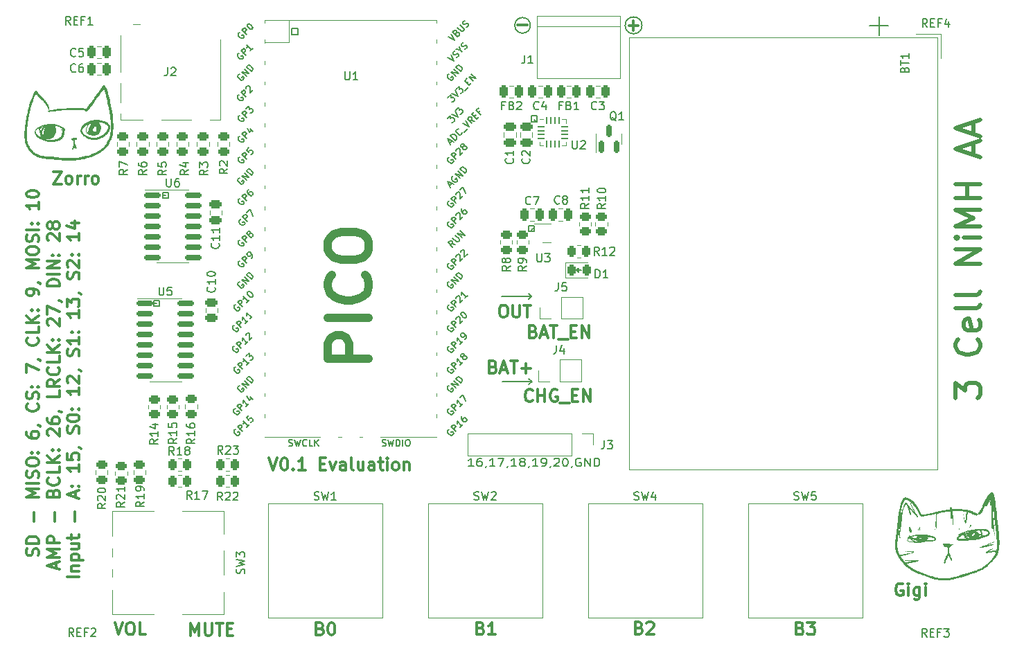
<source format=gto>
%TF.GenerationSoftware,KiCad,Pcbnew,6.0.11-2627ca5db0~126~ubuntu22.04.1*%
%TF.CreationDate,2024-03-11T23:12:56-04:00*%
%TF.ProjectId,board,626f6172-642e-46b6-9963-61645f706362,rev?*%
%TF.SameCoordinates,Original*%
%TF.FileFunction,Legend,Top*%
%TF.FilePolarity,Positive*%
%FSLAX46Y46*%
G04 Gerber Fmt 4.6, Leading zero omitted, Abs format (unit mm)*
G04 Created by KiCad (PCBNEW 6.0.11-2627ca5db0~126~ubuntu22.04.1) date 2024-03-11 23:12:56*
%MOMM*%
%LPD*%
G01*
G04 APERTURE LIST*
G04 Aperture macros list*
%AMRoundRect*
0 Rectangle with rounded corners*
0 $1 Rounding radius*
0 $2 $3 $4 $5 $6 $7 $8 $9 X,Y pos of 4 corners*
0 Add a 4 corners polygon primitive as box body*
4,1,4,$2,$3,$4,$5,$6,$7,$8,$9,$2,$3,0*
0 Add four circle primitives for the rounded corners*
1,1,$1+$1,$2,$3*
1,1,$1+$1,$4,$5*
1,1,$1+$1,$6,$7*
1,1,$1+$1,$8,$9*
0 Add four rect primitives between the rounded corners*
20,1,$1+$1,$2,$3,$4,$5,0*
20,1,$1+$1,$4,$5,$6,$7,0*
20,1,$1+$1,$6,$7,$8,$9,0*
20,1,$1+$1,$8,$9,$2,$3,0*%
G04 Aperture macros list end*
%ADD10C,0.200000*%
%ADD11C,0.000000*%
%ADD12C,0.150000*%
%ADD13C,0.300000*%
%ADD14C,0.500000*%
%ADD15C,1.000000*%
%ADD16C,0.120000*%
%ADD17RoundRect,0.250000X-0.475000X0.250000X-0.475000X-0.250000X0.475000X-0.250000X0.475000X0.250000X0*%
%ADD18RoundRect,0.243750X-0.243750X-0.456250X0.243750X-0.456250X0.243750X0.456250X-0.243750X0.456250X0*%
%ADD19RoundRect,0.250000X-0.250000X-0.475000X0.250000X-0.475000X0.250000X0.475000X-0.250000X0.475000X0*%
%ADD20RoundRect,0.250000X-0.262500X-0.450000X0.262500X-0.450000X0.262500X0.450000X-0.262500X0.450000X0*%
%ADD21RoundRect,0.250000X0.450000X-0.262500X0.450000X0.262500X-0.450000X0.262500X-0.450000X-0.262500X0*%
%ADD22RoundRect,0.250000X-0.450000X0.262500X-0.450000X-0.262500X0.450000X-0.262500X0.450000X0.262500X0*%
%ADD23RoundRect,0.150000X0.150000X-0.587500X0.150000X0.587500X-0.150000X0.587500X-0.150000X-0.587500X0*%
%ADD24RoundRect,0.062500X-0.375000X-0.062500X0.375000X-0.062500X0.375000X0.062500X-0.375000X0.062500X0*%
%ADD25RoundRect,0.062500X-0.062500X-0.375000X0.062500X-0.375000X0.062500X0.375000X-0.062500X0.375000X0*%
%ADD26R,1.600000X1.600000*%
%ADD27RoundRect,0.250000X0.250000X0.475000X-0.250000X0.475000X-0.250000X-0.475000X0.250000X-0.475000X0*%
%ADD28R,1.700000X1.700000*%
%ADD29O,1.700000X1.700000*%
%ADD30C,1.700000*%
%ADD31C,4.000000*%
%ADD32C,2.200000*%
%ADD33C,5.700000*%
%ADD34R,3.000000X3.000000*%
%ADD35C,3.000000*%
%ADD36R,0.850000X1.100000*%
%ADD37R,0.750000X1.100000*%
%ADD38R,1.200000X1.000000*%
%ADD39R,1.900000X1.350000*%
%ADD40R,1.170000X1.800000*%
%ADD41R,1.550000X1.350000*%
%ADD42RoundRect,0.150000X-0.825000X-0.150000X0.825000X-0.150000X0.825000X0.150000X-0.825000X0.150000X0*%
%ADD43R,0.500000X0.250000*%
%ADD44R,0.900000X1.600000*%
%ADD45C,1.524000*%
%ADD46O,3.000000X2.900000*%
%ADD47O,1.800000X1.800000*%
%ADD48O,1.500000X1.500000*%
%ADD49R,3.500000X1.700000*%
%ADD50R,1.700000X3.500000*%
%ADD51C,3.450000*%
G04 APERTURE END LIST*
D10*
X157500842Y-39889159D02*
G75*
G03*
X157500842Y-39889159I-950842J0D01*
G01*
D11*
G36*
X206888237Y-99830281D02*
G01*
X206889142Y-99830503D01*
X206890078Y-99830894D01*
X206892042Y-99832179D01*
X206894132Y-99834124D01*
X206896352Y-99836717D01*
X206898704Y-99839947D01*
X206901190Y-99843803D01*
X206903813Y-99848273D01*
X206906576Y-99853344D01*
X206909480Y-99859006D01*
X206913821Y-99869221D01*
X206917583Y-99880035D01*
X206920767Y-99891469D01*
X206923371Y-99903544D01*
X206925397Y-99916280D01*
X206926844Y-99929699D01*
X206927712Y-99943821D01*
X206928001Y-99958665D01*
X206927712Y-99974254D01*
X206926844Y-99990608D01*
X206925397Y-100007748D01*
X206923371Y-100025693D01*
X206920767Y-100044466D01*
X206917583Y-100064085D01*
X206913821Y-100084573D01*
X206909480Y-100105950D01*
X206874202Y-100275284D01*
X206874202Y-100028339D01*
X206873668Y-99993184D01*
X206873403Y-99961738D01*
X206873427Y-99933911D01*
X206873762Y-99909607D01*
X206874426Y-99888735D01*
X206874889Y-99879557D01*
X206875443Y-99871201D01*
X206876089Y-99863657D01*
X206876831Y-99856913D01*
X206877671Y-99850956D01*
X206878612Y-99845777D01*
X206879657Y-99841361D01*
X206880807Y-99837699D01*
X206882066Y-99834779D01*
X206883435Y-99832589D01*
X206884163Y-99831764D01*
X206884919Y-99831117D01*
X206885704Y-99830646D01*
X206886519Y-99830351D01*
X206887363Y-99830230D01*
X206888237Y-99830281D01*
G37*
G36*
X211353123Y-100930968D02*
G01*
X211357522Y-100932832D01*
X211361623Y-100935679D01*
X211365410Y-100939516D01*
X211368867Y-100944349D01*
X211371978Y-100950184D01*
X211374726Y-100957028D01*
X211377096Y-100964888D01*
X211379071Y-100973770D01*
X211380636Y-100983680D01*
X211381773Y-100994625D01*
X211382467Y-101006611D01*
X211382702Y-101019645D01*
X211382236Y-101028223D01*
X211380870Y-101037378D01*
X211378659Y-101047048D01*
X211375654Y-101057169D01*
X211371907Y-101067677D01*
X211367471Y-101078509D01*
X211362398Y-101089603D01*
X211356740Y-101100894D01*
X211343880Y-101123816D01*
X211329310Y-101146769D01*
X211313448Y-101169246D01*
X211296713Y-101190742D01*
X211279523Y-101210749D01*
X211262296Y-101228762D01*
X211253800Y-101236862D01*
X211245452Y-101244273D01*
X211237305Y-101250933D01*
X211229410Y-101256777D01*
X211221819Y-101261743D01*
X211214586Y-101265767D01*
X211207763Y-101268786D01*
X211201401Y-101270737D01*
X211195554Y-101271556D01*
X211190273Y-101271180D01*
X211185611Y-101269545D01*
X211181620Y-101266589D01*
X211180720Y-101265402D01*
X211180003Y-101263833D01*
X211179105Y-101259589D01*
X211178899Y-101253939D01*
X211179360Y-101246966D01*
X211180461Y-101238753D01*
X211182178Y-101229382D01*
X211187352Y-101207499D01*
X211194676Y-101181977D01*
X211203944Y-101153480D01*
X211214947Y-101122667D01*
X211227481Y-101090200D01*
X211234444Y-101073758D01*
X211241432Y-101058169D01*
X211248430Y-101043441D01*
X211255420Y-101029580D01*
X211262387Y-101016593D01*
X211269315Y-101004485D01*
X211276187Y-100993263D01*
X211282988Y-100982934D01*
X211289700Y-100973504D01*
X211296309Y-100964980D01*
X211302798Y-100957367D01*
X211309150Y-100950674D01*
X211315350Y-100944905D01*
X211321381Y-100940068D01*
X211327227Y-100936169D01*
X211332873Y-100933214D01*
X211338301Y-100931210D01*
X211343496Y-100930164D01*
X211348442Y-100930081D01*
X211353123Y-100930968D01*
G37*
G36*
X205140300Y-101199120D02*
G01*
X205144761Y-101200252D01*
X205148874Y-101202485D01*
X205152621Y-101205819D01*
X205155982Y-101210248D01*
X205158940Y-101215770D01*
X205161477Y-101222383D01*
X205163574Y-101230081D01*
X205165215Y-101238863D01*
X205166379Y-101248725D01*
X205167051Y-101259664D01*
X205167211Y-101271676D01*
X205166841Y-101284759D01*
X205165923Y-101298908D01*
X205164439Y-101314122D01*
X205162372Y-101330396D01*
X205159702Y-101347728D01*
X205152230Y-101392387D01*
X205144406Y-101434958D01*
X205136293Y-101475255D01*
X205127952Y-101513093D01*
X205119446Y-101548284D01*
X205110837Y-101580644D01*
X205102187Y-101609986D01*
X205093557Y-101636124D01*
X205085009Y-101658872D01*
X205080786Y-101668916D01*
X205076607Y-101678044D01*
X205072479Y-101686231D01*
X205068411Y-101693454D01*
X205064410Y-101699690D01*
X205060484Y-101704915D01*
X205056640Y-101709108D01*
X205052887Y-101712243D01*
X205049232Y-101714298D01*
X205045683Y-101715251D01*
X205042248Y-101715076D01*
X205038934Y-101713752D01*
X205035750Y-101711255D01*
X205032702Y-101707561D01*
X205030180Y-101702651D01*
X205027907Y-101697219D01*
X205025881Y-101691322D01*
X205024103Y-101685017D01*
X205022574Y-101678360D01*
X205021292Y-101671408D01*
X205020259Y-101664219D01*
X205019473Y-101656850D01*
X205018936Y-101649356D01*
X205018646Y-101641795D01*
X205018605Y-101634223D01*
X205018812Y-101626698D01*
X205019267Y-101619277D01*
X205019969Y-101612015D01*
X205020920Y-101604971D01*
X205022119Y-101598200D01*
X205023050Y-101594884D01*
X205023858Y-101591552D01*
X205024546Y-101588212D01*
X205025116Y-101584868D01*
X205025570Y-101581527D01*
X205025910Y-101578194D01*
X205026137Y-101574875D01*
X205026253Y-101571577D01*
X205026261Y-101568304D01*
X205026163Y-101565063D01*
X205025960Y-101561859D01*
X205025654Y-101558699D01*
X205025247Y-101555588D01*
X205024742Y-101552531D01*
X205024139Y-101549536D01*
X205023442Y-101546607D01*
X205022652Y-101543750D01*
X205021770Y-101540971D01*
X205020800Y-101538277D01*
X205019742Y-101535672D01*
X205018599Y-101533163D01*
X205017373Y-101530755D01*
X205016065Y-101528454D01*
X205014678Y-101526267D01*
X205013213Y-101524198D01*
X205011673Y-101522254D01*
X205010059Y-101520440D01*
X205008373Y-101518763D01*
X205006618Y-101517228D01*
X205004795Y-101515841D01*
X205002906Y-101514607D01*
X205000953Y-101513533D01*
X204998669Y-101512303D01*
X204996447Y-101511258D01*
X204994289Y-101510396D01*
X204992195Y-101509716D01*
X204990166Y-101509217D01*
X204988201Y-101508898D01*
X204986303Y-101508757D01*
X204984471Y-101508793D01*
X204982707Y-101509005D01*
X204981010Y-101509391D01*
X204979381Y-101509950D01*
X204977822Y-101510681D01*
X204976333Y-101511583D01*
X204974914Y-101512653D01*
X204973566Y-101513892D01*
X204972289Y-101515297D01*
X204971085Y-101516868D01*
X204969954Y-101518603D01*
X204968897Y-101520501D01*
X204967914Y-101522560D01*
X204967006Y-101524779D01*
X204966173Y-101527157D01*
X204964738Y-101532385D01*
X204963612Y-101538233D01*
X204962801Y-101544691D01*
X204962311Y-101551748D01*
X204962147Y-101559395D01*
X204962085Y-101563332D01*
X204961902Y-101567203D01*
X204961600Y-101571004D01*
X204961182Y-101574732D01*
X204960650Y-101578382D01*
X204960007Y-101581951D01*
X204959256Y-101585435D01*
X204958399Y-101588829D01*
X204957438Y-101592131D01*
X204956376Y-101595336D01*
X204955217Y-101598439D01*
X204953961Y-101601439D01*
X204952613Y-101604329D01*
X204951174Y-101607107D01*
X204949648Y-101609769D01*
X204948036Y-101612311D01*
X204946341Y-101614729D01*
X204944566Y-101617019D01*
X204942714Y-101619177D01*
X204940787Y-101621200D01*
X204938788Y-101623083D01*
X204936719Y-101624822D01*
X204934582Y-101626415D01*
X204932381Y-101627856D01*
X204930118Y-101629142D01*
X204927796Y-101630269D01*
X204925416Y-101631233D01*
X204922983Y-101632031D01*
X204920498Y-101632658D01*
X204917963Y-101633111D01*
X204915383Y-101633386D01*
X204912758Y-101633478D01*
X204909843Y-101633406D01*
X204907053Y-101633190D01*
X204904386Y-101632830D01*
X204901844Y-101632328D01*
X204899425Y-101631683D01*
X204897131Y-101630897D01*
X204894961Y-101629970D01*
X204892914Y-101628903D01*
X204890992Y-101627697D01*
X204889194Y-101626351D01*
X204887519Y-101624868D01*
X204885969Y-101623246D01*
X204884543Y-101621488D01*
X204883240Y-101619594D01*
X204882062Y-101617564D01*
X204881008Y-101615398D01*
X204880078Y-101613099D01*
X204879272Y-101610666D01*
X204878590Y-101608099D01*
X204878032Y-101605401D01*
X204877287Y-101599609D01*
X204877039Y-101593295D01*
X204877287Y-101586464D01*
X204878032Y-101579122D01*
X204879272Y-101571273D01*
X204881008Y-101562923D01*
X204882041Y-101559306D01*
X204883153Y-101555735D01*
X204884339Y-101552215D01*
X204885597Y-101548750D01*
X204888310Y-101542001D01*
X204891261Y-101535527D01*
X204894418Y-101529363D01*
X204897751Y-101523545D01*
X204901229Y-101518110D01*
X204904821Y-101513093D01*
X204906649Y-101510752D01*
X204908495Y-101508530D01*
X204910353Y-101506431D01*
X204912221Y-101504459D01*
X204914093Y-101502619D01*
X204915967Y-101500915D01*
X204917839Y-101499352D01*
X204919704Y-101497934D01*
X204921558Y-101496666D01*
X204923398Y-101495553D01*
X204925221Y-101494598D01*
X204927021Y-101493807D01*
X204928795Y-101493184D01*
X204930540Y-101492733D01*
X204932251Y-101492459D01*
X204933925Y-101492367D01*
X204935660Y-101492162D01*
X204937554Y-101491553D01*
X204941793Y-101489163D01*
X204946591Y-101485274D01*
X204951894Y-101479965D01*
X204957653Y-101473311D01*
X204963814Y-101465392D01*
X204970327Y-101456284D01*
X204977140Y-101446065D01*
X204984201Y-101434812D01*
X204991458Y-101422604D01*
X205006354Y-101395629D01*
X205021416Y-101365760D01*
X205036230Y-101333617D01*
X205043813Y-101316667D01*
X205051337Y-101300871D01*
X205058783Y-101286226D01*
X205066134Y-101272728D01*
X205073370Y-101260376D01*
X205080476Y-101249165D01*
X205087431Y-101239092D01*
X205094218Y-101230154D01*
X205100819Y-101222348D01*
X205107216Y-101215670D01*
X205113391Y-101210117D01*
X205119326Y-101205687D01*
X205125002Y-101202375D01*
X205130402Y-101200179D01*
X205135507Y-101199095D01*
X205140300Y-101199120D01*
G37*
D10*
X157650000Y-73040000D02*
X157270000Y-72680000D01*
D12*
X163360000Y-69570000D02*
X163360000Y-70060000D01*
X157330000Y-64420000D02*
X157990000Y-64420000D01*
X157990000Y-64420000D02*
X157990000Y-65110000D01*
X157990000Y-65110000D02*
X157330000Y-65110000D01*
X157330000Y-65110000D02*
X157330000Y-64420000D01*
X163730000Y-69830000D02*
X163140000Y-69830000D01*
D11*
G36*
X102525365Y-52669935D02*
G01*
X102535896Y-52626735D01*
X102549934Y-52580762D01*
X102567209Y-52532557D01*
X102587451Y-52482660D01*
X102610391Y-52431609D01*
X102635758Y-52379943D01*
X102663284Y-52328204D01*
X102692698Y-52276930D01*
X102723730Y-52226660D01*
X102756111Y-52177934D01*
X102789571Y-52131292D01*
X102823840Y-52087273D01*
X102858649Y-52046417D01*
X102893727Y-52009262D01*
X102953665Y-51952091D01*
X103019022Y-51897319D01*
X103089559Y-51845040D01*
X103165041Y-51795346D01*
X103245229Y-51748332D01*
X103329887Y-51704090D01*
X103418777Y-51662713D01*
X103511662Y-51624293D01*
X103608305Y-51588925D01*
X103708468Y-51556701D01*
X103811915Y-51527713D01*
X103918409Y-51502056D01*
X104027712Y-51479821D01*
X104139586Y-51461103D01*
X104253795Y-51445994D01*
X104370102Y-51434587D01*
X104413523Y-51430463D01*
X104451958Y-51428386D01*
X104494113Y-51429508D01*
X104548696Y-51434984D01*
X104624412Y-51445966D01*
X104729968Y-51463608D01*
X105065427Y-51523487D01*
X105156077Y-51540518D01*
X105242191Y-51558232D01*
X105323628Y-51576570D01*
X105400241Y-51595470D01*
X105471887Y-51614873D01*
X105538422Y-51634717D01*
X105599701Y-51654943D01*
X105655580Y-51675490D01*
X105705916Y-51696297D01*
X105750564Y-51717304D01*
X105770709Y-51727864D01*
X105789379Y-51738451D01*
X105806555Y-51749058D01*
X105822218Y-51759677D01*
X105836351Y-51770301D01*
X105848937Y-51780921D01*
X105859956Y-51791532D01*
X105869390Y-51802124D01*
X105877223Y-51812691D01*
X105883435Y-51823224D01*
X105888009Y-51833717D01*
X105890927Y-51844162D01*
X105892812Y-51850731D01*
X105896037Y-51858468D01*
X105900526Y-51867274D01*
X105906207Y-51877053D01*
X105913003Y-51887706D01*
X105920842Y-51899135D01*
X105929647Y-51911244D01*
X105939346Y-51923934D01*
X105949863Y-51937107D01*
X105961124Y-51950667D01*
X105973055Y-51964515D01*
X105985582Y-51978554D01*
X105998629Y-51992685D01*
X106012123Y-52006812D01*
X106025988Y-52020837D01*
X106040152Y-52034662D01*
X106061603Y-52054641D01*
X106080794Y-52073053D01*
X106097846Y-52090116D01*
X106112879Y-52106050D01*
X106126015Y-52121071D01*
X106137374Y-52135400D01*
X106147077Y-52149254D01*
X106151346Y-52156071D01*
X106155246Y-52162852D01*
X106158792Y-52169624D01*
X106162000Y-52176414D01*
X106164885Y-52183249D01*
X106167462Y-52190156D01*
X106169746Y-52197164D01*
X106171752Y-52204299D01*
X106174990Y-52219060D01*
X106177299Y-52234658D01*
X106178798Y-52251312D01*
X106179609Y-52269240D01*
X106179852Y-52288662D01*
X106177769Y-52334531D01*
X106171673Y-52383707D01*
X106161790Y-52435702D01*
X106148350Y-52490026D01*
X106131580Y-52546193D01*
X106111708Y-52603713D01*
X106088961Y-52662097D01*
X106063568Y-52720859D01*
X106035757Y-52779509D01*
X106005755Y-52837559D01*
X105973790Y-52894520D01*
X105940091Y-52949905D01*
X105904884Y-53003225D01*
X105868399Y-53053992D01*
X105830863Y-53101717D01*
X105792503Y-53145912D01*
X105733689Y-53206120D01*
X105668467Y-53266221D01*
X105597570Y-53325810D01*
X105521734Y-53384483D01*
X105441694Y-53441836D01*
X105358185Y-53497462D01*
X105271940Y-53550959D01*
X105183696Y-53601921D01*
X105094187Y-53649944D01*
X105004147Y-53694623D01*
X104914312Y-53735553D01*
X104825417Y-53772329D01*
X104738196Y-53804548D01*
X104653384Y-53831805D01*
X104571716Y-53853694D01*
X104493927Y-53869812D01*
X104392826Y-53883326D01*
X104290851Y-53890561D01*
X104188169Y-53891564D01*
X104084947Y-53886381D01*
X103981354Y-53875060D01*
X103877555Y-53857645D01*
X103773720Y-53834185D01*
X103670015Y-53804724D01*
X103566607Y-53769311D01*
X103463665Y-53727991D01*
X103361355Y-53680811D01*
X103259844Y-53627817D01*
X103159302Y-53569056D01*
X103059894Y-53504575D01*
X102961788Y-53434420D01*
X102865153Y-53358636D01*
X102823523Y-53323152D01*
X102784382Y-53286988D01*
X102747762Y-53250211D01*
X102713695Y-53212884D01*
X102682214Y-53175074D01*
X102653351Y-53136846D01*
X102627140Y-53098264D01*
X102603612Y-53059393D01*
X102582800Y-53020300D01*
X102564736Y-52981048D01*
X102549454Y-52941703D01*
X102536986Y-52902330D01*
X102527364Y-52862995D01*
X102520621Y-52823761D01*
X102516790Y-52784696D01*
X102515902Y-52745862D01*
X102516141Y-52742687D01*
X102719102Y-52742687D01*
X102719835Y-52763614D01*
X102722025Y-52784715D01*
X102725658Y-52805979D01*
X102730723Y-52827395D01*
X102745096Y-52870632D01*
X102765041Y-52914335D01*
X102790454Y-52958410D01*
X102821236Y-53002764D01*
X102857281Y-53047304D01*
X102898490Y-53091937D01*
X102944758Y-53136570D01*
X102995984Y-53181110D01*
X103052066Y-53225464D01*
X103112901Y-53269538D01*
X103178387Y-53313241D01*
X103248422Y-53356479D01*
X103322902Y-53399159D01*
X103401727Y-53441187D01*
X103524985Y-53498816D01*
X103647225Y-53546669D01*
X103768619Y-53584718D01*
X103889338Y-53612934D01*
X104009554Y-53631291D01*
X104129441Y-53639761D01*
X104249169Y-53638314D01*
X104368912Y-53626924D01*
X104488840Y-53605563D01*
X104609127Y-53574202D01*
X104729943Y-53532814D01*
X104851462Y-53481370D01*
X104973856Y-53419844D01*
X105097296Y-53348207D01*
X105221954Y-53266430D01*
X105348003Y-53174487D01*
X105402833Y-53130813D01*
X105456393Y-53083460D01*
X105508381Y-53032917D01*
X105558495Y-52979671D01*
X105606432Y-52924212D01*
X105651891Y-52867027D01*
X105694568Y-52808605D01*
X105734162Y-52749434D01*
X105770370Y-52690003D01*
X105802889Y-52630799D01*
X105831419Y-52572312D01*
X105855655Y-52515030D01*
X105875297Y-52459440D01*
X105890041Y-52406032D01*
X105899585Y-52355293D01*
X105902313Y-52331077D01*
X105903628Y-52307712D01*
X105903548Y-52295512D01*
X105902729Y-52283336D01*
X105901195Y-52271208D01*
X105898970Y-52259151D01*
X105896078Y-52247189D01*
X105892542Y-52235347D01*
X105888386Y-52223647D01*
X105883635Y-52212115D01*
X105878311Y-52200773D01*
X105872439Y-52189646D01*
X105866043Y-52178757D01*
X105859146Y-52168130D01*
X105851773Y-52157789D01*
X105843946Y-52147758D01*
X105835691Y-52138061D01*
X105827030Y-52128721D01*
X105817988Y-52119763D01*
X105808589Y-52111210D01*
X105798855Y-52103086D01*
X105788812Y-52095415D01*
X105778483Y-52088221D01*
X105767892Y-52081527D01*
X105757062Y-52075357D01*
X105746018Y-52069736D01*
X105734783Y-52064687D01*
X105723381Y-52060233D01*
X105711837Y-52056400D01*
X105700173Y-52053210D01*
X105688414Y-52050687D01*
X105676583Y-52048856D01*
X105664704Y-52047740D01*
X105652802Y-52047362D01*
X105647807Y-52047288D01*
X105642939Y-52047065D01*
X105638197Y-52046692D01*
X105633579Y-52046172D01*
X105629081Y-52045502D01*
X105624702Y-52044683D01*
X105620439Y-52043716D01*
X105616290Y-52042600D01*
X105612253Y-52041335D01*
X105608324Y-52039921D01*
X105604503Y-52038358D01*
X105600787Y-52036646D01*
X105597173Y-52034786D01*
X105593659Y-52032777D01*
X105590242Y-52030619D01*
X105586921Y-52028312D01*
X105583693Y-52025856D01*
X105580556Y-52023252D01*
X105577506Y-52020498D01*
X105574543Y-52017596D01*
X105571664Y-52014545D01*
X105568866Y-52011345D01*
X105563505Y-52004499D01*
X105558442Y-51997058D01*
X105553658Y-51989021D01*
X105549134Y-51980389D01*
X105544852Y-51971162D01*
X105538422Y-51957159D01*
X105529727Y-51943678D01*
X105518586Y-51930643D01*
X105504817Y-51917981D01*
X105488239Y-51905615D01*
X105468671Y-51893474D01*
X105445930Y-51881480D01*
X105419836Y-51869562D01*
X105390208Y-51857643D01*
X105356863Y-51845650D01*
X105319621Y-51833508D01*
X105278301Y-51821143D01*
X105182697Y-51795446D01*
X105068602Y-51767962D01*
X105031152Y-51759146D01*
X104997301Y-51751758D01*
X104981688Y-51748604D01*
X104966929Y-51745812D01*
X104953010Y-51743384D01*
X104939915Y-51741322D01*
X104927630Y-51739627D01*
X104916138Y-51738301D01*
X104905426Y-51737346D01*
X104895478Y-51736764D01*
X104886278Y-51736556D01*
X104877812Y-51736724D01*
X104870065Y-51737270D01*
X104863021Y-51738196D01*
X104856665Y-51739503D01*
X104850983Y-51741194D01*
X104845959Y-51743269D01*
X104841577Y-51745731D01*
X104837824Y-51748581D01*
X104834683Y-51751821D01*
X104832140Y-51755453D01*
X104830180Y-51759479D01*
X104828786Y-51763900D01*
X104827946Y-51768718D01*
X104827642Y-51773934D01*
X104827860Y-51779552D01*
X104828586Y-51785572D01*
X104829803Y-51791995D01*
X104831496Y-51798825D01*
X104833652Y-51806062D01*
X104835911Y-51813931D01*
X104839078Y-51823177D01*
X104847890Y-51845352D01*
X104859604Y-51871695D01*
X104873736Y-51901312D01*
X104889804Y-51933310D01*
X104907322Y-51966796D01*
X104925808Y-52000878D01*
X104944777Y-52034662D01*
X104962825Y-52068370D01*
X104978878Y-52101771D01*
X104992949Y-52135079D01*
X105005053Y-52168508D01*
X105015203Y-52202272D01*
X105023414Y-52236584D01*
X105029700Y-52271660D01*
X105034074Y-52307712D01*
X105036551Y-52344955D01*
X105037144Y-52383602D01*
X105035867Y-52423868D01*
X105032735Y-52465966D01*
X105027760Y-52510110D01*
X105020958Y-52556515D01*
X105012343Y-52605394D01*
X105001927Y-52656962D01*
X104986386Y-52722247D01*
X104968385Y-52784700D01*
X104947993Y-52844241D01*
X104925280Y-52900792D01*
X104900317Y-52954273D01*
X104873172Y-53004606D01*
X104858804Y-53028566D01*
X104843916Y-53051710D01*
X104828518Y-53074028D01*
X104812618Y-53095509D01*
X104796225Y-53116143D01*
X104779348Y-53135921D01*
X104761995Y-53154833D01*
X104744176Y-53172868D01*
X104725898Y-53190018D01*
X104707171Y-53206272D01*
X104688003Y-53221620D01*
X104668403Y-53236052D01*
X104648381Y-53249559D01*
X104627943Y-53262130D01*
X104607100Y-53273757D01*
X104585860Y-53284428D01*
X104564231Y-53294134D01*
X104542223Y-53302865D01*
X104519844Y-53310611D01*
X104497102Y-53317362D01*
X104438079Y-53330661D01*
X104373625Y-53340858D01*
X104304779Y-53348051D01*
X104232585Y-53352337D01*
X104158084Y-53353813D01*
X104082318Y-53352578D01*
X104006329Y-53348730D01*
X103931158Y-53342365D01*
X103857848Y-53333582D01*
X103787440Y-53322478D01*
X103720976Y-53309151D01*
X103659497Y-53293698D01*
X103604047Y-53276218D01*
X103555665Y-53256807D01*
X103515395Y-53235565D01*
X103498627Y-53224286D01*
X103484277Y-53212587D01*
X103418583Y-53153276D01*
X103360706Y-53097518D01*
X103310504Y-53044625D01*
X103267831Y-52993909D01*
X103249274Y-52969152D01*
X103232544Y-52944681D01*
X103217625Y-52920410D01*
X103204499Y-52896253D01*
X103193146Y-52872124D01*
X103183550Y-52847936D01*
X103175692Y-52823605D01*
X103169555Y-52799043D01*
X103165120Y-52774165D01*
X103162369Y-52748885D01*
X103161284Y-52723116D01*
X103161847Y-52696773D01*
X103162141Y-52693152D01*
X103264786Y-52693152D01*
X103264815Y-52709727D01*
X103265483Y-52725941D01*
X103266788Y-52741815D01*
X103268724Y-52757371D01*
X103271288Y-52772630D01*
X103274476Y-52787611D01*
X103278284Y-52802337D01*
X103282708Y-52816828D01*
X103287743Y-52831105D01*
X103293385Y-52845189D01*
X103306477Y-52872862D01*
X103360453Y-52977637D01*
X103423952Y-52837937D01*
X103438153Y-52805598D01*
X103454214Y-52766747D01*
X103489834Y-52675615D01*
X103494378Y-52663410D01*
X104055096Y-52663410D01*
X104055722Y-52676456D01*
X104057140Y-52689256D01*
X104059349Y-52701809D01*
X104062349Y-52714110D01*
X104066139Y-52726157D01*
X104070718Y-52737947D01*
X104076086Y-52749477D01*
X104082243Y-52760744D01*
X104089187Y-52771746D01*
X104096918Y-52782479D01*
X104105436Y-52792941D01*
X104114740Y-52803128D01*
X104124830Y-52813038D01*
X104135704Y-52822668D01*
X104147362Y-52832015D01*
X104159805Y-52841075D01*
X104173030Y-52849847D01*
X104187038Y-52858327D01*
X104201827Y-52866512D01*
X104211603Y-52871665D01*
X104221279Y-52876411D01*
X104230851Y-52880749D01*
X104240312Y-52884681D01*
X104249657Y-52888209D01*
X104258880Y-52891334D01*
X104267975Y-52894056D01*
X104276936Y-52896377D01*
X104285758Y-52898298D01*
X104294434Y-52899820D01*
X104302959Y-52900944D01*
X104311328Y-52901673D01*
X104319533Y-52902005D01*
X104327570Y-52901944D01*
X104335433Y-52901489D01*
X104343115Y-52900643D01*
X104350611Y-52899406D01*
X104357915Y-52897780D01*
X104365022Y-52895765D01*
X104371925Y-52893363D01*
X104378619Y-52890575D01*
X104385098Y-52887402D01*
X104391356Y-52883846D01*
X104397387Y-52879907D01*
X104403186Y-52875586D01*
X104408746Y-52870886D01*
X104414063Y-52865806D01*
X104419129Y-52860348D01*
X104423939Y-52854514D01*
X104428488Y-52848304D01*
X104432769Y-52841720D01*
X104436777Y-52834762D01*
X104444177Y-52817693D01*
X104450878Y-52796582D01*
X104456855Y-52771927D01*
X104462078Y-52744225D01*
X104466519Y-52713975D01*
X104470152Y-52681674D01*
X104472947Y-52647819D01*
X104474877Y-52612909D01*
X104475914Y-52577441D01*
X104476031Y-52541912D01*
X104475198Y-52506820D01*
X104473389Y-52472663D01*
X104470575Y-52439939D01*
X104466729Y-52409144D01*
X104461822Y-52380778D01*
X104455827Y-52355337D01*
X104451591Y-52341950D01*
X104446641Y-52329762D01*
X104441009Y-52318764D01*
X104434725Y-52308946D01*
X104427820Y-52300297D01*
X104420325Y-52292808D01*
X104412270Y-52286469D01*
X104403688Y-52281270D01*
X104394607Y-52277201D01*
X104385060Y-52274253D01*
X104375077Y-52272415D01*
X104364688Y-52271677D01*
X104353926Y-52272030D01*
X104342819Y-52273464D01*
X104331400Y-52275968D01*
X104319699Y-52279534D01*
X104307747Y-52284150D01*
X104295574Y-52289808D01*
X104283212Y-52296498D01*
X104270691Y-52304208D01*
X104258042Y-52312931D01*
X104245297Y-52322654D01*
X104232484Y-52333370D01*
X104219637Y-52345068D01*
X104206785Y-52357737D01*
X104193959Y-52371369D01*
X104181189Y-52385953D01*
X104168508Y-52401480D01*
X104155945Y-52417939D01*
X104143532Y-52435320D01*
X104131299Y-52453615D01*
X104119277Y-52472812D01*
X104109556Y-52488783D01*
X104100635Y-52504546D01*
X104092513Y-52520098D01*
X104085189Y-52535438D01*
X104078663Y-52550561D01*
X104072933Y-52565464D01*
X104068000Y-52580146D01*
X104063863Y-52594603D01*
X104060522Y-52608832D01*
X104057975Y-52622830D01*
X104056222Y-52636594D01*
X104055262Y-52650122D01*
X104055096Y-52663410D01*
X103494378Y-52663410D01*
X103526644Y-52576744D01*
X103560477Y-52482337D01*
X103577772Y-52434532D01*
X103598230Y-52382672D01*
X103621144Y-52328356D01*
X103645805Y-52273184D01*
X103671509Y-52218756D01*
X103697548Y-52166672D01*
X103723214Y-52118533D01*
X103747802Y-52075937D01*
X103758881Y-52057091D01*
X103769463Y-52038724D01*
X103779496Y-52020943D01*
X103788928Y-52003855D01*
X103797710Y-51987566D01*
X103805790Y-51972185D01*
X103813115Y-51957818D01*
X103819637Y-51944571D01*
X103825302Y-51932553D01*
X103830061Y-51921869D01*
X103833862Y-51912627D01*
X103836653Y-51904933D01*
X103838384Y-51898896D01*
X103838836Y-51896531D01*
X103839003Y-51894621D01*
X103838880Y-51893178D01*
X103838460Y-51892216D01*
X103837736Y-51891747D01*
X103836702Y-51891787D01*
X103833627Y-51892079D01*
X103829218Y-51892934D01*
X103816710Y-51896202D01*
X103799812Y-51901330D01*
X103779155Y-51908059D01*
X103729099Y-51925273D01*
X103671602Y-51945762D01*
X103648410Y-51955046D01*
X103627456Y-51964074D01*
X103608445Y-51973186D01*
X103591086Y-51982721D01*
X103575085Y-51993019D01*
X103560148Y-52004419D01*
X103545984Y-52017261D01*
X103532299Y-52031884D01*
X103518800Y-52048628D01*
X103505194Y-52067832D01*
X103491188Y-52089836D01*
X103476488Y-52114979D01*
X103460803Y-52143602D01*
X103443839Y-52176042D01*
X103404902Y-52253737D01*
X103378368Y-52309315D01*
X103354703Y-52361860D01*
X103333876Y-52411541D01*
X103315853Y-52458524D01*
X103300602Y-52502977D01*
X103288090Y-52545068D01*
X103278285Y-52584963D01*
X103271155Y-52622831D01*
X103266666Y-52658838D01*
X103264786Y-52693152D01*
X103162141Y-52693152D01*
X103164040Y-52669770D01*
X103167846Y-52642020D01*
X103173245Y-52613438D01*
X103180221Y-52583937D01*
X103188755Y-52553431D01*
X103198829Y-52521835D01*
X103223524Y-52455027D01*
X103254163Y-52382823D01*
X103290602Y-52304537D01*
X103306528Y-52271828D01*
X103320970Y-52241551D01*
X103333932Y-52213684D01*
X103345421Y-52188203D01*
X103355440Y-52165084D01*
X103363993Y-52144305D01*
X103371087Y-52125842D01*
X103374087Y-52117471D01*
X103376724Y-52109671D01*
X103378999Y-52102439D01*
X103380911Y-52095771D01*
X103382461Y-52089664D01*
X103383651Y-52084116D01*
X103384480Y-52079124D01*
X103384949Y-52074685D01*
X103385059Y-52070796D01*
X103384810Y-52067454D01*
X103384203Y-52064656D01*
X103383239Y-52062399D01*
X103382623Y-52061473D01*
X103381918Y-52060681D01*
X103381123Y-52060022D01*
X103380240Y-52059498D01*
X103379268Y-52059106D01*
X103378206Y-52058847D01*
X103375818Y-52058726D01*
X103373074Y-52059132D01*
X103369977Y-52060062D01*
X103345996Y-52070029D01*
X103319518Y-52083093D01*
X103290873Y-52099004D01*
X103260390Y-52117510D01*
X103228400Y-52138359D01*
X103195234Y-52161302D01*
X103161222Y-52186087D01*
X103126693Y-52212462D01*
X103091978Y-52240176D01*
X103057407Y-52268979D01*
X103023311Y-52298619D01*
X102990019Y-52328845D01*
X102957862Y-52359406D01*
X102927170Y-52390051D01*
X102898273Y-52420528D01*
X102871502Y-52450587D01*
X102848861Y-52475773D01*
X102828491Y-52499080D01*
X102810278Y-52520713D01*
X102794111Y-52540876D01*
X102779880Y-52559774D01*
X102767471Y-52577612D01*
X102756774Y-52594594D01*
X102747677Y-52610924D01*
X102740068Y-52626809D01*
X102733836Y-52642451D01*
X102728869Y-52658056D01*
X102725055Y-52673829D01*
X102722284Y-52689974D01*
X102720442Y-52706695D01*
X102719419Y-52724198D01*
X102719102Y-52742687D01*
X102516141Y-52742687D01*
X102518610Y-52709824D01*
X102525365Y-52669935D01*
G37*
D12*
X111520000Y-73570000D02*
X112200000Y-73570000D01*
X112200000Y-73570000D02*
X112200000Y-74240000D01*
X112200000Y-74240000D02*
X111520000Y-74240000D01*
X111520000Y-74240000D02*
X111520000Y-73570000D01*
D10*
X154080000Y-83430000D02*
X157710000Y-83430000D01*
D12*
X112650000Y-60645000D02*
X112960000Y-60645000D01*
X157660000Y-50965000D02*
X158320000Y-50965000D01*
X158320000Y-50965000D02*
X158320000Y-51655000D01*
X158320000Y-51655000D02*
X157660000Y-51655000D01*
X157660000Y-51655000D02*
X157660000Y-50965000D01*
D11*
G36*
X206994521Y-101395958D02*
G01*
X206995610Y-101396163D01*
X206996662Y-101396548D01*
X206997675Y-101397117D01*
X206998626Y-101398201D01*
X206999494Y-101399466D01*
X207000989Y-101402512D01*
X207002163Y-101406209D01*
X207003022Y-101410512D01*
X207003570Y-101415372D01*
X207003814Y-101420743D01*
X207003758Y-101426580D01*
X207003407Y-101432836D01*
X207002768Y-101439463D01*
X207001843Y-101446416D01*
X207000640Y-101453648D01*
X206999163Y-101461113D01*
X206997417Y-101468764D01*
X206995408Y-101476554D01*
X206993140Y-101484437D01*
X206990619Y-101492367D01*
X206987935Y-101500094D01*
X206985183Y-101507387D01*
X206982380Y-101514226D01*
X206979540Y-101520589D01*
X206978111Y-101523586D01*
X206976680Y-101526456D01*
X206975247Y-101529197D01*
X206973814Y-101531806D01*
X206972384Y-101534281D01*
X206970959Y-101536619D01*
X206969540Y-101538817D01*
X206968130Y-101540874D01*
X206966730Y-101542785D01*
X206965342Y-101544550D01*
X206963968Y-101546164D01*
X206962611Y-101547626D01*
X206961271Y-101548933D01*
X206959952Y-101550083D01*
X206958655Y-101551072D01*
X206957381Y-101551898D01*
X206956133Y-101552559D01*
X206954913Y-101553052D01*
X206953723Y-101553375D01*
X206952565Y-101553524D01*
X206951440Y-101553498D01*
X206950351Y-101553293D01*
X206949299Y-101552908D01*
X206948286Y-101552339D01*
X206947335Y-101551255D01*
X206946466Y-101549991D01*
X206944972Y-101546944D01*
X206943798Y-101543247D01*
X206942939Y-101538945D01*
X206942391Y-101534084D01*
X206942147Y-101528713D01*
X206942203Y-101522876D01*
X206942553Y-101516620D01*
X206943193Y-101509993D01*
X206944117Y-101503040D01*
X206945321Y-101495808D01*
X206946798Y-101488343D01*
X206948543Y-101480692D01*
X206950553Y-101472902D01*
X206952820Y-101465019D01*
X206955341Y-101457089D01*
X206958026Y-101449362D01*
X206960778Y-101442069D01*
X206963581Y-101435230D01*
X206966421Y-101428867D01*
X206967849Y-101425870D01*
X206969281Y-101423000D01*
X206970714Y-101420259D01*
X206972147Y-101417650D01*
X206973577Y-101415175D01*
X206975002Y-101412837D01*
X206976421Y-101410639D01*
X206977831Y-101408582D01*
X206979231Y-101406671D01*
X206980619Y-101404906D01*
X206981993Y-101403292D01*
X206983350Y-101401830D01*
X206984690Y-101400523D01*
X206986009Y-101399374D01*
X206987306Y-101398384D01*
X206988580Y-101397558D01*
X206989827Y-101396897D01*
X206991047Y-101396404D01*
X206992237Y-101396081D01*
X206993396Y-101395932D01*
X206994521Y-101395958D01*
G37*
G36*
X213096086Y-97864892D02*
G01*
X213139756Y-97788586D01*
X213184005Y-97714078D01*
X213228667Y-97641611D01*
X213273578Y-97571429D01*
X213318571Y-97503773D01*
X213363481Y-97438887D01*
X213408143Y-97377014D01*
X213452392Y-97318397D01*
X213496062Y-97263278D01*
X213538988Y-97211900D01*
X213581005Y-97164507D01*
X213621946Y-97121341D01*
X213661647Y-97082645D01*
X213680273Y-97065974D01*
X213698452Y-97050359D01*
X213716194Y-97035801D01*
X213733505Y-97022300D01*
X213750396Y-97009859D01*
X213766874Y-96998479D01*
X213782947Y-96988161D01*
X213798625Y-96978906D01*
X213813915Y-96970715D01*
X213828825Y-96963591D01*
X213843365Y-96957533D01*
X213857543Y-96952544D01*
X213871366Y-96948624D01*
X213884844Y-96945776D01*
X213897985Y-96944000D01*
X213910797Y-96943297D01*
X213923288Y-96943669D01*
X213935468Y-96945118D01*
X213947344Y-96947644D01*
X213958925Y-96951248D01*
X213970219Y-96955933D01*
X213981234Y-96961699D01*
X213991980Y-96968548D01*
X214002464Y-96976480D01*
X214012694Y-96985498D01*
X214022680Y-96995602D01*
X214032430Y-97006794D01*
X214041951Y-97019076D01*
X214051253Y-97032447D01*
X214060344Y-97046910D01*
X214069231Y-97062466D01*
X214077925Y-97079117D01*
X214098773Y-97124076D01*
X214120189Y-97179004D01*
X214164025Y-97315313D01*
X214208025Y-97481139D01*
X214250786Y-97669579D01*
X214290900Y-97873728D01*
X214326964Y-98086683D01*
X214357570Y-98301540D01*
X214381314Y-98511395D01*
X214399835Y-98710163D01*
X214426293Y-98966478D01*
X214487147Y-99516811D01*
X214546238Y-100056120D01*
X214571483Y-100301136D01*
X214589453Y-100486950D01*
X214597473Y-100566132D01*
X214607974Y-100656063D01*
X214634432Y-100855603D01*
X214664860Y-101060435D01*
X214695286Y-101245422D01*
X214717675Y-101385143D01*
X214738467Y-101540495D01*
X214774826Y-101886872D01*
X214803496Y-102262105D01*
X214823609Y-102643746D01*
X214834295Y-103009346D01*
X214834688Y-103336458D01*
X214823919Y-103602633D01*
X214814077Y-103705854D01*
X214801120Y-103785423D01*
X214789489Y-103841646D01*
X214776866Y-103904485D01*
X214764904Y-103966000D01*
X214755258Y-104018256D01*
X214745915Y-104066020D01*
X214733933Y-104117598D01*
X214719562Y-104172339D01*
X214703058Y-104229592D01*
X214664659Y-104349026D01*
X214620762Y-104470693D01*
X214573392Y-104589384D01*
X214524575Y-104699888D01*
X214500256Y-104750444D01*
X214476336Y-104796999D01*
X214453067Y-104838903D01*
X214430702Y-104875506D01*
X214390995Y-104930054D01*
X214337781Y-104996043D01*
X214197318Y-105155854D01*
X214022293Y-105341958D01*
X213825689Y-105541374D01*
X213620485Y-105741120D01*
X213419664Y-105928217D01*
X213236206Y-106089681D01*
X213155045Y-106156745D01*
X213083092Y-106212534D01*
X212906359Y-106335882D01*
X212720943Y-106447903D01*
X212620407Y-106501500D01*
X212512212Y-106554466D01*
X212265529Y-106661443D01*
X211966261Y-106774704D01*
X211599771Y-106900120D01*
X211151426Y-107043560D01*
X210606591Y-107210895D01*
X210123286Y-107361266D01*
X209919998Y-107425704D01*
X209777564Y-107471951D01*
X209627978Y-107519837D01*
X209482939Y-107563005D01*
X209341621Y-107601532D01*
X209203197Y-107635496D01*
X209066841Y-107664975D01*
X208931724Y-107690046D01*
X208797021Y-107710786D01*
X208661904Y-107727274D01*
X208525547Y-107739585D01*
X208387123Y-107747799D01*
X208245805Y-107751993D01*
X208100767Y-107752243D01*
X207951181Y-107748629D01*
X207796220Y-107741226D01*
X207635059Y-107730113D01*
X207466869Y-107715367D01*
X207387589Y-107707074D01*
X207303420Y-107695489D01*
X207121698Y-107662836D01*
X206924267Y-107618194D01*
X206713689Y-107562349D01*
X206492527Y-107496086D01*
X206263346Y-107420191D01*
X206028707Y-107335449D01*
X205791175Y-107242645D01*
X205628015Y-107184437D01*
X205489550Y-107136481D01*
X205332563Y-107083895D01*
X205134961Y-107013688D01*
X204945342Y-106940448D01*
X204763257Y-106863870D01*
X204588258Y-106783648D01*
X204419893Y-106699478D01*
X204257714Y-106611055D01*
X204101272Y-106518075D01*
X203950116Y-106420231D01*
X203803797Y-106317221D01*
X203661865Y-106208737D01*
X203523870Y-106094476D01*
X203389364Y-105974133D01*
X203257897Y-105847403D01*
X203129019Y-105713980D01*
X203002280Y-105573561D01*
X202877230Y-105425839D01*
X202831980Y-105369195D01*
X202785267Y-105308375D01*
X202689872Y-105178013D01*
X202595883Y-105042359D01*
X202508137Y-104909020D01*
X202431469Y-104785602D01*
X202398802Y-104729992D01*
X202370719Y-104679714D01*
X202347823Y-104635720D01*
X202330721Y-104598961D01*
X202320016Y-104570387D01*
X202317252Y-104559467D01*
X202316314Y-104550950D01*
X202316152Y-104546202D01*
X202315680Y-104541242D01*
X202314918Y-104536106D01*
X202313888Y-104530831D01*
X202312610Y-104525452D01*
X202311105Y-104520006D01*
X202309392Y-104514530D01*
X202307494Y-104509058D01*
X202305431Y-104503628D01*
X202303222Y-104498275D01*
X202300890Y-104493036D01*
X202298454Y-104487946D01*
X202295936Y-104483043D01*
X202293355Y-104478362D01*
X202290734Y-104473939D01*
X202288091Y-104469811D01*
X202279558Y-104457573D01*
X202269929Y-104439708D01*
X202259349Y-104416706D01*
X202247963Y-104389058D01*
X202223351Y-104321789D01*
X202197251Y-104241829D01*
X202170820Y-104153104D01*
X202145216Y-104059542D01*
X202121597Y-103965070D01*
X202101119Y-103873617D01*
X202093382Y-103822707D01*
X202087346Y-103763167D01*
X202080228Y-103621711D01*
X202079477Y-103456278D01*
X202084803Y-103273895D01*
X202095917Y-103081589D01*
X202112529Y-102886390D01*
X202134351Y-102695326D01*
X202161091Y-102515423D01*
X202183691Y-102372052D01*
X202206952Y-102204537D01*
X202227568Y-102033716D01*
X202235850Y-101953576D01*
X202242230Y-101880423D01*
X202249134Y-101811590D01*
X202256452Y-101743831D01*
X202271334Y-101618485D01*
X202278404Y-101564369D01*
X202284894Y-101518274D01*
X202290558Y-101481935D01*
X202295147Y-101457089D01*
X202309830Y-101391922D01*
X202322653Y-101324687D01*
X202334400Y-101249350D01*
X202345859Y-101159874D01*
X202371049Y-100914363D01*
X202404508Y-100539867D01*
X202430856Y-100253387D01*
X202455220Y-100009488D01*
X202478922Y-99798827D01*
X202503286Y-99612061D01*
X202529634Y-99439848D01*
X202559289Y-99272843D01*
X202593575Y-99101705D01*
X202633813Y-98917089D01*
X202667358Y-98774424D01*
X202700586Y-98641288D01*
X202733598Y-98517454D01*
X202766491Y-98402695D01*
X202799363Y-98296782D01*
X202832313Y-98199489D01*
X202865439Y-98110588D01*
X202898838Y-98029853D01*
X202932609Y-97957054D01*
X202949665Y-97923561D01*
X202966851Y-97891966D01*
X202984179Y-97862242D01*
X203001661Y-97834361D01*
X203019310Y-97808293D01*
X203037138Y-97784011D01*
X203055157Y-97761486D01*
X203073379Y-97740689D01*
X203091818Y-97721592D01*
X203110484Y-97704167D01*
X203129390Y-97688386D01*
X203148550Y-97674219D01*
X203167974Y-97661639D01*
X203187675Y-97650617D01*
X203208909Y-97640781D01*
X203230387Y-97632455D01*
X203252268Y-97625657D01*
X203274712Y-97620410D01*
X203297879Y-97616734D01*
X203321930Y-97614650D01*
X203347025Y-97614178D01*
X203373324Y-97615339D01*
X203400987Y-97618154D01*
X203430175Y-97622643D01*
X203461047Y-97628827D01*
X203493765Y-97636726D01*
X203528487Y-97646362D01*
X203565374Y-97657755D01*
X203604587Y-97670926D01*
X203646286Y-97685895D01*
X203748863Y-97726831D01*
X203846453Y-97770458D01*
X203939361Y-97817073D01*
X204027892Y-97866969D01*
X204112351Y-97920441D01*
X204193043Y-97977784D01*
X204270273Y-98039292D01*
X204344345Y-98105259D01*
X204415564Y-98175981D01*
X204484236Y-98251752D01*
X204550665Y-98332866D01*
X204615157Y-98419617D01*
X204678015Y-98512302D01*
X204739545Y-98611213D01*
X204800052Y-98716646D01*
X204859841Y-98828895D01*
X205332563Y-99732006D01*
X205340341Y-99736794D01*
X205355921Y-99739220D01*
X205411608Y-99736801D01*
X205501855Y-99724378D01*
X205628897Y-99701579D01*
X205794964Y-99668030D01*
X206002290Y-99623361D01*
X206549647Y-99499173D01*
X207165134Y-99357069D01*
X207408509Y-99303588D01*
X207621209Y-99259283D01*
X207812412Y-99222255D01*
X207991295Y-99190602D01*
X208167036Y-99162421D01*
X208348813Y-99135811D01*
X208782731Y-99072311D01*
X208789786Y-98966478D01*
X208791400Y-98943409D01*
X208793603Y-98921829D01*
X208794929Y-98911597D01*
X208796406Y-98901738D01*
X208798035Y-98892250D01*
X208799818Y-98883134D01*
X208801756Y-98874390D01*
X208803850Y-98866019D01*
X208806102Y-98858019D01*
X208808513Y-98850392D01*
X208811085Y-98843137D01*
X208813817Y-98836253D01*
X208816713Y-98829742D01*
X208819772Y-98823603D01*
X208822997Y-98817836D01*
X208826388Y-98812441D01*
X208829948Y-98807418D01*
X208833676Y-98802767D01*
X208837576Y-98798488D01*
X208841647Y-98794582D01*
X208845891Y-98791047D01*
X208850309Y-98787884D01*
X208854904Y-98785094D01*
X208859675Y-98782675D01*
X208864625Y-98780629D01*
X208869754Y-98778955D01*
X208875064Y-98777652D01*
X208880556Y-98776722D01*
X208886231Y-98776164D01*
X208892092Y-98775978D01*
X208897213Y-98776405D01*
X208902635Y-98777659D01*
X208908326Y-98779699D01*
X208914258Y-98782482D01*
X208920398Y-98785969D01*
X208926718Y-98790117D01*
X208939772Y-98800232D01*
X208953178Y-98812496D01*
X208966692Y-98826580D01*
X208980072Y-98842151D01*
X208993074Y-98858881D01*
X209005457Y-98876437D01*
X209016976Y-98894489D01*
X209027390Y-98912707D01*
X209036455Y-98930759D01*
X209043928Y-98948315D01*
X209049567Y-98965044D01*
X209051622Y-98972996D01*
X209053128Y-98980616D01*
X209054054Y-98987865D01*
X209054369Y-98994700D01*
X209056244Y-99001028D01*
X209062093Y-99006799D01*
X209072252Y-99012032D01*
X209087056Y-99016748D01*
X209106842Y-99020969D01*
X209131946Y-99024714D01*
X209199449Y-99030860D01*
X209292253Y-99035352D01*
X209413045Y-99038357D01*
X209749341Y-99040562D01*
X209921789Y-99042450D01*
X210085142Y-99046907D01*
X210240226Y-99054103D01*
X210387869Y-99064209D01*
X210528898Y-99077394D01*
X210664138Y-99093830D01*
X210794418Y-99113686D01*
X210920564Y-99137134D01*
X211043402Y-99164345D01*
X211163760Y-99195487D01*
X211282464Y-99230733D01*
X211400342Y-99270253D01*
X211518219Y-99314217D01*
X211636923Y-99362795D01*
X211757281Y-99416158D01*
X211880120Y-99474478D01*
X211922003Y-99495852D01*
X211959198Y-99515164D01*
X211991981Y-99532668D01*
X212020624Y-99548616D01*
X212045402Y-99563262D01*
X212056427Y-99570176D01*
X212066589Y-99576859D01*
X212075921Y-99583343D01*
X212084458Y-99589660D01*
X212092233Y-99595841D01*
X212099283Y-99601919D01*
X212105639Y-99607924D01*
X212111338Y-99613888D01*
X212116412Y-99619843D01*
X212120897Y-99625821D01*
X212124826Y-99631853D01*
X212128234Y-99637971D01*
X212131155Y-99644206D01*
X212133623Y-99650591D01*
X212135673Y-99657157D01*
X212137338Y-99663935D01*
X212138653Y-99670957D01*
X212139652Y-99678255D01*
X212140370Y-99685861D01*
X212140840Y-99693806D01*
X212141175Y-99710839D01*
X212139908Y-99738124D01*
X212136000Y-99761771D01*
X212133006Y-99772231D01*
X212129292Y-99781780D01*
X212124837Y-99790421D01*
X212119622Y-99798151D01*
X212113627Y-99804973D01*
X212106831Y-99810885D01*
X212099215Y-99815887D01*
X212090759Y-99819980D01*
X212081442Y-99823163D01*
X212071245Y-99825437D01*
X212060148Y-99826801D01*
X212048129Y-99827256D01*
X212021252Y-99825437D01*
X211990452Y-99819980D01*
X211955569Y-99810885D01*
X211916444Y-99798151D01*
X211872916Y-99781780D01*
X211824825Y-99761771D01*
X211772011Y-99738124D01*
X211714313Y-99710839D01*
X211608328Y-99660982D01*
X211499450Y-99612943D01*
X211391729Y-99568212D01*
X211289217Y-99528276D01*
X211195965Y-99494625D01*
X211116025Y-99468745D01*
X211082313Y-99459185D01*
X211053448Y-99452126D01*
X211029937Y-99447755D01*
X211012286Y-99446256D01*
X211003722Y-99449133D01*
X210995205Y-99457859D01*
X210986698Y-99472580D01*
X210978166Y-99493440D01*
X210969571Y-99520584D01*
X210960878Y-99554156D01*
X210943053Y-99641166D01*
X210924402Y-99755626D01*
X210904634Y-99898693D01*
X210883460Y-100071527D01*
X210860592Y-100275284D01*
X210852607Y-100340327D01*
X210844503Y-100400575D01*
X210836244Y-100456110D01*
X210827794Y-100507015D01*
X210819117Y-100553372D01*
X210810176Y-100595264D01*
X210805596Y-100614562D01*
X210800935Y-100632774D01*
X210796191Y-100649912D01*
X210791359Y-100665985D01*
X210786433Y-100681004D01*
X210781410Y-100694979D01*
X210776285Y-100707921D01*
X210771054Y-100719839D01*
X210765711Y-100730744D01*
X210760252Y-100740647D01*
X210754674Y-100749558D01*
X210748970Y-100757487D01*
X210743138Y-100764444D01*
X210737172Y-100770440D01*
X210731067Y-100775486D01*
X210724820Y-100779591D01*
X210718426Y-100782765D01*
X210711880Y-100785020D01*
X210705177Y-100786365D01*
X210698314Y-100786812D01*
X210694335Y-100786544D01*
X210690341Y-100785744D01*
X210682321Y-100782567D01*
X210674292Y-100777324D01*
X210666288Y-100770055D01*
X210658346Y-100760801D01*
X210650503Y-100749604D01*
X210642793Y-100736506D01*
X210635255Y-100721548D01*
X210627923Y-100704770D01*
X210620833Y-100686215D01*
X210614023Y-100665923D01*
X210607528Y-100643936D01*
X210601385Y-100620296D01*
X210595629Y-100595044D01*
X210590297Y-100568220D01*
X210585424Y-100539867D01*
X210566022Y-100461374D01*
X210551690Y-100404929D01*
X210536036Y-100345839D01*
X210524508Y-100300958D01*
X210513767Y-100256501D01*
X210503852Y-100212809D01*
X210494805Y-100170222D01*
X210486668Y-100129082D01*
X210479481Y-100089731D01*
X210473287Y-100052508D01*
X210468126Y-100017756D01*
X210464041Y-99985815D01*
X210461071Y-99957026D01*
X210459259Y-99931730D01*
X210458646Y-99910269D01*
X210459273Y-99892983D01*
X210460064Y-99886013D01*
X210461181Y-99880214D01*
X210462629Y-99875630D01*
X210464413Y-99872302D01*
X210466537Y-99870275D01*
X210469008Y-99869589D01*
X210470661Y-99869692D01*
X210472311Y-99869996D01*
X210473955Y-99870496D01*
X210475588Y-99871188D01*
X210477209Y-99872065D01*
X210478814Y-99873124D01*
X210481962Y-99875763D01*
X210485007Y-99879063D01*
X210487922Y-99882984D01*
X210490682Y-99887483D01*
X210493262Y-99892520D01*
X210495635Y-99898053D01*
X210497775Y-99904040D01*
X210499657Y-99910441D01*
X210501254Y-99917214D01*
X210502542Y-99924318D01*
X210503493Y-99931711D01*
X210504083Y-99939352D01*
X210504286Y-99947200D01*
X210507622Y-99983654D01*
X210513450Y-100024853D01*
X210521447Y-100069751D01*
X210531295Y-100117305D01*
X210542673Y-100166472D01*
X210555259Y-100216207D01*
X210568735Y-100265467D01*
X210582779Y-100313207D01*
X210597071Y-100358385D01*
X210611290Y-100399955D01*
X210625117Y-100436874D01*
X210638231Y-100468099D01*
X210650311Y-100492585D01*
X210661037Y-100509288D01*
X210665793Y-100514396D01*
X210670089Y-100517166D01*
X210673887Y-100517468D01*
X210677147Y-100515173D01*
X210679911Y-100510374D01*
X210682893Y-100501420D01*
X210689384Y-100471957D01*
X210696370Y-100428604D01*
X210703605Y-100373179D01*
X210710840Y-100307502D01*
X210717827Y-100233391D01*
X210724317Y-100152666D01*
X210730063Y-100067144D01*
X210739104Y-99894835D01*
X210749467Y-99733770D01*
X210759830Y-99601809D01*
X210764598Y-99552324D01*
X210768869Y-99516811D01*
X210773238Y-99473679D01*
X210774435Y-99456133D01*
X210774712Y-99440964D01*
X210774444Y-99434200D01*
X210773873Y-99427945D01*
X210772974Y-99422170D01*
X210771722Y-99416848D01*
X210770092Y-99411950D01*
X210768061Y-99407447D01*
X210765604Y-99403310D01*
X210762695Y-99399512D01*
X210759312Y-99396025D01*
X210755428Y-99392819D01*
X210751020Y-99389866D01*
X210746063Y-99387138D01*
X210740532Y-99384606D01*
X210734403Y-99382242D01*
X210720252Y-99377905D01*
X210703414Y-99373898D01*
X210683693Y-99369995D01*
X210634814Y-99361589D01*
X210501640Y-99339099D01*
X210441337Y-99328350D01*
X210415940Y-99323534D01*
X210394925Y-99319255D01*
X210365269Y-99315142D01*
X210315109Y-99310822D01*
X210163855Y-99302058D01*
X209962331Y-99293955D01*
X209731702Y-99287506D01*
X209645554Y-99285732D01*
X209568046Y-99284398D01*
X209498724Y-99283529D01*
X209437133Y-99283151D01*
X209382817Y-99283290D01*
X209335323Y-99283971D01*
X209294196Y-99285221D01*
X209275877Y-99286067D01*
X209258980Y-99287065D01*
X209243447Y-99288218D01*
X209229221Y-99289529D01*
X209216246Y-99291001D01*
X209204465Y-99292639D01*
X209193821Y-99294444D01*
X209184256Y-99296421D01*
X209175715Y-99298572D01*
X209168140Y-99300900D01*
X209161475Y-99303410D01*
X209155662Y-99306103D01*
X209150645Y-99308984D01*
X209146367Y-99312056D01*
X209142771Y-99315321D01*
X209139801Y-99318783D01*
X209137399Y-99322446D01*
X209135508Y-99326312D01*
X209133810Y-99333875D01*
X209132670Y-99345811D01*
X209131981Y-99381764D01*
X209133276Y-99432103D01*
X209136390Y-99494763D01*
X209147414Y-99648772D01*
X209163730Y-99827256D01*
X209171671Y-99908891D01*
X209178310Y-99995487D01*
X209187763Y-100178270D01*
X209192256Y-100365021D01*
X209191953Y-100545159D01*
X209187019Y-100708098D01*
X209182868Y-100779811D01*
X209177621Y-100843256D01*
X209171300Y-100897110D01*
X209163924Y-100940049D01*
X209155514Y-100970752D01*
X209150928Y-100981101D01*
X209146092Y-100987895D01*
X209137202Y-100996065D01*
X209129045Y-101000669D01*
X209125239Y-101001605D01*
X209121612Y-101001615D01*
X209118164Y-101000687D01*
X209114893Y-100998809D01*
X209108876Y-100992158D01*
X209103551Y-100981569D01*
X209098909Y-100966950D01*
X209094939Y-100948207D01*
X209091630Y-100925247D01*
X209088972Y-100897978D01*
X209086955Y-100866305D01*
X209085568Y-100830137D01*
X209084645Y-100743941D01*
X209086119Y-100638645D01*
X209086559Y-100561465D01*
X209085334Y-100479102D01*
X209078513Y-100304884D01*
X209066896Y-100128102D01*
X209051724Y-99960870D01*
X209034236Y-99815301D01*
X209025012Y-99754425D01*
X209015674Y-99703508D01*
X209006377Y-99664062D01*
X208997277Y-99637603D01*
X208992849Y-99629716D01*
X208988528Y-99625644D01*
X208984334Y-99625575D01*
X208980286Y-99629700D01*
X208977023Y-99635505D01*
X208973857Y-99643563D01*
X208970806Y-99653729D01*
X208967884Y-99665860D01*
X208962488Y-99695432D01*
X208957796Y-99731124D01*
X208953931Y-99771776D01*
X208951016Y-99816231D01*
X208949176Y-99863333D01*
X208948536Y-99911923D01*
X208948373Y-99936169D01*
X208947895Y-99959878D01*
X208947117Y-99982926D01*
X208946055Y-100005188D01*
X208944725Y-100026541D01*
X208943141Y-100046860D01*
X208941319Y-100066021D01*
X208939275Y-100083901D01*
X208937025Y-100100376D01*
X208934583Y-100115321D01*
X208931966Y-100128612D01*
X208929188Y-100140125D01*
X208926266Y-100149737D01*
X208923214Y-100157323D01*
X208921645Y-100160318D01*
X208920049Y-100162760D01*
X208918429Y-100164633D01*
X208916786Y-100165922D01*
X208912849Y-100167939D01*
X208908977Y-100168707D01*
X208905173Y-100168235D01*
X208901441Y-100166535D01*
X208894206Y-100159496D01*
X208887296Y-100147677D01*
X208880737Y-100131166D01*
X208874556Y-100110050D01*
X208868778Y-100084417D01*
X208863428Y-100054356D01*
X208854119Y-99981300D01*
X208846837Y-99891583D01*
X208841786Y-99785908D01*
X208839175Y-99664978D01*
X208838386Y-99623819D01*
X208837328Y-99586230D01*
X208835981Y-99552062D01*
X208834324Y-99521166D01*
X208832336Y-99493390D01*
X208829997Y-99468587D01*
X208828689Y-99457252D01*
X208827286Y-99446604D01*
X208825784Y-99436624D01*
X208824182Y-99427294D01*
X208822476Y-99418593D01*
X208820664Y-99410505D01*
X208818744Y-99403009D01*
X208816713Y-99396088D01*
X208814568Y-99389722D01*
X208812307Y-99383893D01*
X208809926Y-99378582D01*
X208807425Y-99373771D01*
X208804799Y-99369440D01*
X208802047Y-99365570D01*
X208799166Y-99362144D01*
X208796153Y-99359143D01*
X208793005Y-99356547D01*
X208789721Y-99354338D01*
X208786297Y-99352497D01*
X208782731Y-99351006D01*
X208748128Y-99346068D01*
X208687811Y-99346727D01*
X208504918Y-99362416D01*
X208263816Y-99393236D01*
X207994272Y-99434350D01*
X207726051Y-99480920D01*
X207488918Y-99528111D01*
X207312639Y-99571086D01*
X207256622Y-99589480D01*
X207226980Y-99605006D01*
X207221272Y-99612674D01*
X207216039Y-99625339D01*
X207206916Y-99667128D01*
X207199447Y-99733308D01*
X207193467Y-99826815D01*
X207188809Y-99950583D01*
X207185309Y-100107549D01*
X207181120Y-100532811D01*
X207180727Y-100786749D01*
X207180166Y-100893882D01*
X207179300Y-100988721D01*
X207178083Y-101071964D01*
X207176469Y-101144309D01*
X207174409Y-101206452D01*
X207171859Y-101259093D01*
X207170385Y-101282067D01*
X207168771Y-101302927D01*
X207167011Y-101321760D01*
X207165100Y-101338654D01*
X207163030Y-101353694D01*
X207160798Y-101366970D01*
X207158396Y-101378567D01*
X207155819Y-101388573D01*
X207153061Y-101397075D01*
X207150116Y-101404161D01*
X207146979Y-101409918D01*
X207143644Y-101414432D01*
X207140104Y-101417791D01*
X207136355Y-101420083D01*
X207132390Y-101421394D01*
X207128203Y-101421811D01*
X207124276Y-101421413D01*
X207120438Y-101420237D01*
X207116695Y-101418312D01*
X207113051Y-101415665D01*
X207109514Y-101412327D01*
X207106088Y-101408324D01*
X207099594Y-101398440D01*
X207093618Y-101386241D01*
X207088205Y-101371954D01*
X207083402Y-101355807D01*
X207079255Y-101338027D01*
X207075810Y-101318841D01*
X207073116Y-101298477D01*
X207071217Y-101277162D01*
X207070160Y-101255124D01*
X207069992Y-101232589D01*
X207070759Y-101209786D01*
X207072509Y-101186942D01*
X207075286Y-101164283D01*
X207075734Y-101160479D01*
X207075771Y-101157001D01*
X207075419Y-101153845D01*
X207074700Y-101151006D01*
X207073638Y-101148480D01*
X207072255Y-101146261D01*
X207070574Y-101144347D01*
X207068616Y-101142731D01*
X207066406Y-101141410D01*
X207063964Y-101140379D01*
X207061315Y-101139633D01*
X207058481Y-101139169D01*
X207055483Y-101138981D01*
X207052346Y-101139065D01*
X207049091Y-101139416D01*
X207045741Y-101140030D01*
X207042318Y-101140903D01*
X207038846Y-101142029D01*
X207035347Y-101143405D01*
X207031843Y-101145025D01*
X207028357Y-101146886D01*
X207024912Y-101148983D01*
X207021531Y-101151311D01*
X207018235Y-101153866D01*
X207015048Y-101156642D01*
X207011992Y-101159637D01*
X207009089Y-101162845D01*
X207006363Y-101166261D01*
X207003836Y-101169882D01*
X207001530Y-101173702D01*
X206999469Y-101177717D01*
X206997675Y-101181923D01*
X206996396Y-101185939D01*
X206995215Y-101188751D01*
X206994148Y-101190395D01*
X206993662Y-101190790D01*
X206993210Y-101190907D01*
X206992794Y-101190750D01*
X206992417Y-101190324D01*
X206991784Y-101188682D01*
X206991326Y-101186016D01*
X206991060Y-101182363D01*
X206991001Y-101177760D01*
X206991164Y-101172242D01*
X206991564Y-101165845D01*
X206992218Y-101158606D01*
X206993140Y-101150561D01*
X206994347Y-101141746D01*
X206995853Y-101132197D01*
X206997675Y-101121950D01*
X207015479Y-100955538D01*
X207031630Y-100740509D01*
X207045796Y-100466610D01*
X207057647Y-100123589D01*
X207075286Y-99619117D01*
X206944758Y-99643812D01*
X206865493Y-99657812D01*
X206744557Y-99681735D01*
X206598485Y-99712272D01*
X206443814Y-99746117D01*
X206261913Y-99786246D01*
X206105808Y-99819759D01*
X205972525Y-99847320D01*
X205859084Y-99869589D01*
X205762512Y-99887228D01*
X205679829Y-99900898D01*
X205608061Y-99911261D01*
X205544230Y-99918978D01*
X205514768Y-99921941D01*
X205485140Y-99925482D01*
X205456174Y-99929520D01*
X205428696Y-99933971D01*
X205403533Y-99938753D01*
X205392078Y-99941242D01*
X205381512Y-99943783D01*
X205371938Y-99946365D01*
X205363459Y-99948978D01*
X205356180Y-99951612D01*
X205350203Y-99954256D01*
X205333766Y-99958565D01*
X205316110Y-99958135D01*
X205297089Y-99952775D01*
X205276560Y-99942294D01*
X205254377Y-99926501D01*
X205230396Y-99905204D01*
X205204472Y-99878213D01*
X205176459Y-99845335D01*
X205146215Y-99806381D01*
X205113593Y-99761158D01*
X205078450Y-99709475D01*
X205040640Y-99651142D01*
X204956442Y-99513759D01*
X204859841Y-99347477D01*
X204762662Y-99176711D01*
X204683012Y-99034388D01*
X204652343Y-98978646D01*
X204629158Y-98935720D01*
X204614489Y-98907512D01*
X204610671Y-98899521D01*
X204609369Y-98895922D01*
X204608526Y-98890629D01*
X204606052Y-98883425D01*
X204596554Y-98863745D01*
X204581557Y-98837802D01*
X204561744Y-98806515D01*
X204510399Y-98731592D01*
X204447973Y-98646332D01*
X204379926Y-98558096D01*
X204311713Y-98474243D01*
X204279250Y-98436259D01*
X204248792Y-98402130D01*
X204221021Y-98372776D01*
X204196619Y-98349117D01*
X204152807Y-98309706D01*
X204103925Y-98269804D01*
X204050775Y-98229830D01*
X203994158Y-98190202D01*
X203934874Y-98151338D01*
X203873724Y-98113658D01*
X203811510Y-98077581D01*
X203749032Y-98043523D01*
X203687092Y-98011905D01*
X203626490Y-97983144D01*
X203568028Y-97957660D01*
X203512506Y-97935871D01*
X203460725Y-97918195D01*
X203413487Y-97905051D01*
X203371592Y-97896858D01*
X203335841Y-97894034D01*
X203318812Y-97896214D01*
X203301469Y-97902715D01*
X203265913Y-97928429D01*
X203229313Y-97970680D01*
X203191809Y-98028971D01*
X203153540Y-98102806D01*
X203114646Y-98191690D01*
X203075266Y-98295125D01*
X203035539Y-98412617D01*
X202955606Y-98687783D01*
X202875962Y-99013221D01*
X202797724Y-99384961D01*
X202722008Y-99799034D01*
X202716113Y-99838450D01*
X202712879Y-99868301D01*
X202712156Y-99888943D01*
X202713795Y-99900733D01*
X202715453Y-99903420D01*
X202717646Y-99904027D01*
X202720354Y-99902600D01*
X202723558Y-99899183D01*
X202731383Y-99886555D01*
X202740970Y-99866502D01*
X202764831Y-99805545D01*
X202793942Y-99719163D01*
X202827104Y-99610208D01*
X202863119Y-99481534D01*
X202903677Y-99329180D01*
X202943342Y-99186930D01*
X202982127Y-99054715D01*
X203020050Y-98932468D01*
X203057125Y-98820122D01*
X203093369Y-98717611D01*
X203128795Y-98624866D01*
X203163421Y-98541821D01*
X203197262Y-98468409D01*
X203213892Y-98435294D01*
X203230332Y-98404562D01*
X203246583Y-98376204D01*
X203262648Y-98350213D01*
X203278528Y-98326579D01*
X203294225Y-98305295D01*
X203309741Y-98286351D01*
X203325078Y-98269740D01*
X203340238Y-98255454D01*
X203355223Y-98243483D01*
X203370035Y-98233819D01*
X203384676Y-98226455D01*
X203399148Y-98221380D01*
X203413452Y-98218589D01*
X203428213Y-98217225D01*
X203442240Y-98217273D01*
X203455791Y-98218984D01*
X203469125Y-98222613D01*
X203482501Y-98228412D01*
X203496176Y-98236634D01*
X203510409Y-98247534D01*
X203525459Y-98261363D01*
X203541584Y-98278376D01*
X203559042Y-98298825D01*
X203578092Y-98322964D01*
X203598992Y-98351046D01*
X203622000Y-98383324D01*
X203647374Y-98420051D01*
X203706258Y-98507867D01*
X203747103Y-98569314D01*
X203786956Y-98628363D01*
X203824824Y-98683608D01*
X203859716Y-98733645D01*
X203890640Y-98777067D01*
X203916602Y-98812468D01*
X203936611Y-98838444D01*
X203944073Y-98847458D01*
X203949675Y-98853589D01*
X203962745Y-98867776D01*
X203982803Y-98891016D01*
X204040074Y-98959863D01*
X204113882Y-99050538D01*
X204196619Y-99153450D01*
X204242367Y-99209577D01*
X204284297Y-99260165D01*
X204322309Y-99305131D01*
X204356306Y-99344391D01*
X204386190Y-99377864D01*
X204411862Y-99405466D01*
X204433224Y-99427115D01*
X204450178Y-99442728D01*
X204456972Y-99448245D01*
X204462626Y-99452223D01*
X204467130Y-99454650D01*
X204470470Y-99455516D01*
X204471700Y-99455361D01*
X204472634Y-99454812D01*
X204473272Y-99453867D01*
X204473611Y-99452526D01*
X204473387Y-99448648D01*
X204471951Y-99443169D01*
X204469290Y-99436077D01*
X204465393Y-99427363D01*
X204453837Y-99405025D01*
X204437186Y-99376072D01*
X204415341Y-99340422D01*
X204384413Y-99289287D01*
X204350312Y-99229490D01*
X204275443Y-99089950D01*
X204196440Y-98933874D01*
X204119008Y-98773332D01*
X204048852Y-98620397D01*
X203991677Y-98487141D01*
X203969741Y-98431665D01*
X203953189Y-98385635D01*
X203942735Y-98350560D01*
X203939091Y-98327950D01*
X203939295Y-98319980D01*
X203939891Y-98311979D01*
X203940859Y-98303998D01*
X203942178Y-98296090D01*
X203943828Y-98288306D01*
X203945789Y-98280697D01*
X203948038Y-98273316D01*
X203950557Y-98266214D01*
X203953323Y-98259443D01*
X203956317Y-98253054D01*
X203959517Y-98247099D01*
X203962904Y-98241630D01*
X203966456Y-98236698D01*
X203968287Y-98234450D01*
X203970152Y-98232356D01*
X203972048Y-98230421D01*
X203973973Y-98228654D01*
X203975923Y-98227059D01*
X203977897Y-98225645D01*
X203979860Y-98224725D01*
X203981780Y-98223950D01*
X203983655Y-98223319D01*
X203985483Y-98222833D01*
X203987262Y-98222492D01*
X203988989Y-98222296D01*
X203990664Y-98222244D01*
X203992284Y-98222337D01*
X203993847Y-98222575D01*
X203995351Y-98222958D01*
X203996794Y-98223485D01*
X203998175Y-98224157D01*
X203999491Y-98224973D01*
X204000741Y-98225934D01*
X204001922Y-98227040D01*
X204003032Y-98228291D01*
X204004071Y-98229686D01*
X204005035Y-98231226D01*
X204005923Y-98232911D01*
X204006732Y-98234740D01*
X204007462Y-98236714D01*
X204008110Y-98238833D01*
X204008673Y-98241096D01*
X204009151Y-98243504D01*
X204009541Y-98246057D01*
X204009841Y-98248755D01*
X204010164Y-98254584D01*
X204010104Y-98260992D01*
X204009647Y-98267978D01*
X204007111Y-98296696D01*
X204006050Y-98310332D01*
X204005237Y-98323099D01*
X204004755Y-98334709D01*
X204004664Y-98339990D01*
X204004686Y-98344872D01*
X204004832Y-98349321D01*
X204005113Y-98353299D01*
X204005539Y-98356771D01*
X204006119Y-98359700D01*
X204006158Y-98363045D01*
X204006264Y-98366452D01*
X204006615Y-98373370D01*
X204007442Y-98387040D01*
X204007669Y-98393462D01*
X204007682Y-98396497D01*
X204007607Y-98399388D01*
X204007429Y-98402113D01*
X204007132Y-98404652D01*
X204006701Y-98406984D01*
X204006119Y-98409090D01*
X204006242Y-98411814D01*
X204006608Y-98414677D01*
X204007212Y-98417655D01*
X204008048Y-98420720D01*
X204009112Y-98423847D01*
X204010398Y-98427011D01*
X204011901Y-98430185D01*
X204013616Y-98433343D01*
X204015537Y-98436460D01*
X204017660Y-98439510D01*
X204019980Y-98442466D01*
X204022490Y-98445304D01*
X204025187Y-98447997D01*
X204026603Y-98449282D01*
X204028065Y-98450520D01*
X204029569Y-98451709D01*
X204031118Y-98452846D01*
X204032709Y-98453928D01*
X204034341Y-98454950D01*
X204037432Y-98457948D01*
X204041369Y-98462894D01*
X204051539Y-98478156D01*
X204064355Y-98499785D01*
X204079320Y-98526829D01*
X204095940Y-98558337D01*
X204113716Y-98593360D01*
X204132154Y-98630946D01*
X204150758Y-98670145D01*
X204175446Y-98719913D01*
X204211337Y-98787829D01*
X204309949Y-98966037D01*
X204433036Y-99180625D01*
X204567036Y-99407450D01*
X204692162Y-99621267D01*
X204795459Y-99800356D01*
X204835409Y-99870988D01*
X204865684Y-99925868D01*
X204884880Y-99962641D01*
X204889884Y-99973501D01*
X204891591Y-99978950D01*
X204891540Y-99980303D01*
X204891388Y-99981715D01*
X204891138Y-99983181D01*
X204890792Y-99984697D01*
X204889824Y-99987864D01*
X204888504Y-99991187D01*
X204886854Y-99994634D01*
X204884894Y-99998174D01*
X204882644Y-100001776D01*
X204880126Y-100005409D01*
X204877360Y-100009041D01*
X204874366Y-100012643D01*
X204871165Y-100016183D01*
X204867779Y-100019630D01*
X204864227Y-100022953D01*
X204860530Y-100026120D01*
X204856710Y-100029102D01*
X204852786Y-100031867D01*
X204847480Y-100034240D01*
X204841468Y-100035390D01*
X204827230Y-100033927D01*
X204809882Y-100027286D01*
X204789231Y-100015275D01*
X204765087Y-99997704D01*
X204737258Y-99974382D01*
X204705554Y-99945117D01*
X204669782Y-99909717D01*
X204585274Y-99819752D01*
X204482204Y-99702956D01*
X204359042Y-99557801D01*
X204214258Y-99382755D01*
X204141918Y-99296566D01*
X204074084Y-99216454D01*
X204012286Y-99144197D01*
X203958053Y-99081572D01*
X203912916Y-99030357D01*
X203878403Y-98992330D01*
X203865608Y-98978818D01*
X203856044Y-98969269D01*
X203849900Y-98963905D01*
X203848171Y-98962863D01*
X203847369Y-98962950D01*
X203846738Y-98965940D01*
X203847445Y-98972148D01*
X203852606Y-98993543D01*
X203862314Y-99025768D01*
X203876032Y-99067461D01*
X203913350Y-99173790D01*
X203960258Y-99301617D01*
X203983330Y-99363903D01*
X204003611Y-99421223D01*
X204021122Y-99473738D01*
X204028846Y-99498243D01*
X204035885Y-99521607D01*
X204042241Y-99543849D01*
X204047918Y-99564990D01*
X204052919Y-99585049D01*
X204057244Y-99604048D01*
X204060898Y-99622005D01*
X204063883Y-99638941D01*
X204066201Y-99654875D01*
X204067855Y-99669829D01*
X204068848Y-99683821D01*
X204069182Y-99696872D01*
X204068859Y-99709002D01*
X204067883Y-99720230D01*
X204066255Y-99730578D01*
X204063980Y-99740065D01*
X204061058Y-99748710D01*
X204057492Y-99756535D01*
X204053286Y-99763559D01*
X204048442Y-99769801D01*
X204042962Y-99775283D01*
X204036849Y-99780024D01*
X204030106Y-99784044D01*
X204022735Y-99787363D01*
X204014738Y-99790001D01*
X204006119Y-99791978D01*
X203993257Y-99792092D01*
X203979785Y-99787100D01*
X203965672Y-99776940D01*
X203950887Y-99761551D01*
X203935400Y-99740870D01*
X203919179Y-99714836D01*
X203902193Y-99683385D01*
X203884411Y-99646457D01*
X203865802Y-99603990D01*
X203846336Y-99555920D01*
X203804705Y-99442728D01*
X203759271Y-99306385D01*
X203709786Y-99146395D01*
X203660866Y-98984668D01*
X203612772Y-98834848D01*
X203589397Y-98765333D01*
X203566663Y-98699910D01*
X203544714Y-98638953D01*
X203523696Y-98582832D01*
X203503752Y-98531921D01*
X203485028Y-98486590D01*
X203467668Y-98447213D01*
X203451817Y-98414160D01*
X203437620Y-98387805D01*
X203425221Y-98368520D01*
X203419741Y-98361644D01*
X203414765Y-98356676D01*
X203410311Y-98353660D01*
X203406397Y-98352645D01*
X203401181Y-98353640D01*
X203395466Y-98356598D01*
X203382612Y-98368230D01*
X203367981Y-98387201D01*
X203351716Y-98413168D01*
X203333964Y-98445791D01*
X203314868Y-98484730D01*
X203273223Y-98580186D01*
X203227941Y-98696810D01*
X203180178Y-98831871D01*
X203131092Y-98982642D01*
X203081841Y-99146395D01*
X203049692Y-99261771D01*
X203021759Y-99371566D01*
X202997629Y-99478468D01*
X202976890Y-99585162D01*
X202959127Y-99694337D01*
X202943927Y-99808680D01*
X202930877Y-99930877D01*
X202919564Y-100063617D01*
X202892168Y-100367502D01*
X202859150Y-100674363D01*
X202814888Y-101037449D01*
X202753758Y-101510006D01*
X202750334Y-101542197D01*
X202745545Y-101579679D01*
X202733032Y-101665228D01*
X202718535Y-101756068D01*
X202704369Y-101841617D01*
X202695767Y-101892746D01*
X202688467Y-101945218D01*
X202682448Y-101998476D01*
X202677690Y-102051961D01*
X202674173Y-102105115D01*
X202671875Y-102157381D01*
X202670776Y-102208199D01*
X202670855Y-102257013D01*
X202672092Y-102303263D01*
X202674466Y-102346392D01*
X202677956Y-102385842D01*
X202682541Y-102421055D01*
X202688201Y-102451471D01*
X202694916Y-102476534D01*
X202698662Y-102486884D01*
X202702664Y-102495686D01*
X202706919Y-102502870D01*
X202711425Y-102508367D01*
X202716963Y-102514075D01*
X202721664Y-102519302D01*
X202725517Y-102524064D01*
X202727122Y-102526275D01*
X202728512Y-102528376D01*
X202729685Y-102530369D01*
X202730640Y-102532254D01*
X202731375Y-102534036D01*
X202731889Y-102535714D01*
X202732180Y-102537292D01*
X202732249Y-102538771D01*
X202732092Y-102540153D01*
X202731709Y-102541440D01*
X202731099Y-102542634D01*
X202730261Y-102543737D01*
X202729192Y-102544751D01*
X202727892Y-102545677D01*
X202726360Y-102546519D01*
X202724594Y-102547277D01*
X202722592Y-102547953D01*
X202720354Y-102548551D01*
X202717879Y-102549070D01*
X202715164Y-102549514D01*
X202709013Y-102550184D01*
X202701890Y-102550574D01*
X202693786Y-102550700D01*
X202681528Y-102549884D01*
X202669892Y-102547434D01*
X202658876Y-102543349D01*
X202648483Y-102537630D01*
X202629565Y-102521284D01*
X202613143Y-102498390D01*
X202599222Y-102468944D01*
X202587808Y-102432940D01*
X202578905Y-102390373D01*
X202572518Y-102341238D01*
X202568654Y-102285530D01*
X202567316Y-102223244D01*
X202568511Y-102154374D01*
X202572243Y-102078915D01*
X202578517Y-101996862D01*
X202587339Y-101908210D01*
X202598714Y-101812954D01*
X202612647Y-101711089D01*
X202634144Y-101564576D01*
X202654980Y-101417402D01*
X202686730Y-101192506D01*
X202698747Y-101095437D01*
X202716716Y-100963641D01*
X202757286Y-100663339D01*
X202767194Y-100593321D01*
X202775696Y-100527189D01*
X202782711Y-100466514D01*
X202788154Y-100412867D01*
X202791943Y-100367819D01*
X202793997Y-100332941D01*
X202794346Y-100319806D01*
X202794231Y-100309803D01*
X202793640Y-100303128D01*
X202793163Y-100301100D01*
X202792564Y-100299978D01*
X202788280Y-100298306D01*
X202783387Y-100301772D01*
X202771900Y-100323425D01*
X202743009Y-100420749D01*
X202707918Y-100580829D01*
X202668650Y-100792544D01*
X202627233Y-101044773D01*
X202585692Y-101326396D01*
X202546053Y-101626292D01*
X202510341Y-101933339D01*
X202487631Y-102128635D01*
X202463598Y-102323600D01*
X202440888Y-102495413D01*
X202422147Y-102621256D01*
X202400490Y-102773572D01*
X202383169Y-102919863D01*
X202370220Y-103060469D01*
X202361679Y-103195732D01*
X202357582Y-103325993D01*
X202357965Y-103451593D01*
X202362865Y-103572872D01*
X202372317Y-103690173D01*
X202386358Y-103803835D01*
X202405025Y-103914200D01*
X202428352Y-104021610D01*
X202456377Y-104126405D01*
X202489136Y-104228925D01*
X202526664Y-104329513D01*
X202568998Y-104428510D01*
X202616175Y-104526256D01*
X202631176Y-104556130D01*
X202644576Y-104582356D01*
X202656591Y-104605088D01*
X202667438Y-104624482D01*
X202672491Y-104632976D01*
X202677334Y-104640693D01*
X202681993Y-104647653D01*
X202686496Y-104653876D01*
X202690870Y-104659380D01*
X202695141Y-104664185D01*
X202699338Y-104668311D01*
X202703487Y-104671777D01*
X202707616Y-104674602D01*
X202711750Y-104676805D01*
X202715919Y-104678406D01*
X202720148Y-104679425D01*
X202724465Y-104679880D01*
X202728897Y-104679792D01*
X202733471Y-104679179D01*
X202738214Y-104678061D01*
X202743153Y-104676457D01*
X202748317Y-104674387D01*
X202753730Y-104671869D01*
X202759422Y-104668925D01*
X202765418Y-104665571D01*
X202771747Y-104661829D01*
X202785508Y-104653256D01*
X202794738Y-104648429D01*
X202806434Y-104643245D01*
X202836495Y-104632034D01*
X202874247Y-104620080D01*
X202918241Y-104607836D01*
X202967030Y-104595757D01*
X203019168Y-104584299D01*
X203073208Y-104573916D01*
X203127703Y-104565062D01*
X203257900Y-104541194D01*
X203417862Y-104509058D01*
X203587085Y-104472292D01*
X203668762Y-104453309D01*
X203745064Y-104434534D01*
X204175453Y-104325172D01*
X204179720Y-104324140D01*
X204183921Y-104323028D01*
X204188052Y-104321841D01*
X204192106Y-104320584D01*
X204196081Y-104319259D01*
X204199970Y-104317870D01*
X204203771Y-104316423D01*
X204207478Y-104314920D01*
X204211087Y-104313365D01*
X204214593Y-104311762D01*
X204217992Y-104310116D01*
X204221279Y-104308429D01*
X204224450Y-104306706D01*
X204227500Y-104304951D01*
X204230425Y-104303168D01*
X204233220Y-104301360D01*
X204235880Y-104299531D01*
X204238402Y-104297685D01*
X204240780Y-104295827D01*
X204243011Y-104293960D01*
X204245089Y-104292087D01*
X204247010Y-104290213D01*
X204248769Y-104288342D01*
X204250363Y-104286477D01*
X204251786Y-104284622D01*
X204253033Y-104282782D01*
X204254102Y-104280960D01*
X204254986Y-104279160D01*
X204255682Y-104277385D01*
X204256184Y-104275640D01*
X204256489Y-104273929D01*
X204256591Y-104272256D01*
X204256129Y-104270623D01*
X204254753Y-104269034D01*
X204249322Y-104265993D01*
X204240430Y-104263148D01*
X204228204Y-104260515D01*
X204194270Y-104255947D01*
X204148553Y-104252412D01*
X204092088Y-104250035D01*
X204025908Y-104248939D01*
X203951046Y-104249249D01*
X203868536Y-104251089D01*
X203790077Y-104253080D01*
X203717117Y-104253790D01*
X203651185Y-104253259D01*
X203621332Y-104252542D01*
X203593810Y-104251530D01*
X203568810Y-104250228D01*
X203546523Y-104248643D01*
X203527140Y-104246778D01*
X203510852Y-104244640D01*
X203497851Y-104242233D01*
X203488328Y-104239562D01*
X203484931Y-104238129D01*
X203482474Y-104236633D01*
X203480983Y-104235073D01*
X203480480Y-104233450D01*
X203480655Y-104232138D01*
X203481172Y-104230848D01*
X203482024Y-104229580D01*
X203483202Y-104228338D01*
X203486503Y-104225931D01*
X203491008Y-104223639D01*
X203496651Y-104221470D01*
X203503363Y-104219436D01*
X203511077Y-104217546D01*
X203519727Y-104215811D01*
X203529245Y-104214242D01*
X203539564Y-104212848D01*
X203562336Y-104210630D01*
X203587506Y-104209238D01*
X203614536Y-104208756D01*
X203786956Y-104200818D01*
X203902766Y-104194865D01*
X204020230Y-104187589D01*
X204054881Y-104185191D01*
X204087423Y-104183290D01*
X204117899Y-104181884D01*
X204146348Y-104180975D01*
X204172814Y-104180561D01*
X204197336Y-104180644D01*
X204219956Y-104181223D01*
X204240716Y-104182297D01*
X204259658Y-104183868D01*
X204276821Y-104185935D01*
X204292248Y-104188499D01*
X204305980Y-104191558D01*
X204318059Y-104195113D01*
X204328525Y-104199165D01*
X204333166Y-104201376D01*
X204337420Y-104203712D01*
X204341292Y-104206172D01*
X204344786Y-104208756D01*
X204351493Y-104214307D01*
X204357724Y-104219723D01*
X204363476Y-104225012D01*
X204368750Y-104230184D01*
X204373543Y-104235247D01*
X204377853Y-104240211D01*
X204381681Y-104245084D01*
X204385024Y-104249876D01*
X204387882Y-104254596D01*
X204390252Y-104259252D01*
X204392135Y-104263854D01*
X204393527Y-104268411D01*
X204394429Y-104272931D01*
X204394838Y-104277425D01*
X204394754Y-104281900D01*
X204394175Y-104286367D01*
X204393100Y-104290833D01*
X204391527Y-104295308D01*
X204389456Y-104299802D01*
X204386885Y-104304323D01*
X204383813Y-104308879D01*
X204380238Y-104313481D01*
X204376159Y-104318138D01*
X204371575Y-104322857D01*
X204366485Y-104327649D01*
X204360887Y-104332522D01*
X204354780Y-104337486D01*
X204348162Y-104342549D01*
X204333391Y-104353010D01*
X204316564Y-104363978D01*
X204273207Y-104386745D01*
X204207506Y-104413491D01*
X204122746Y-104443399D01*
X204022215Y-104475654D01*
X203786984Y-104543936D01*
X203528105Y-104611804D01*
X203271873Y-104672727D01*
X203044579Y-104720173D01*
X202950001Y-104736801D01*
X202872517Y-104747610D01*
X202815415Y-104751784D01*
X202781980Y-104748505D01*
X202767949Y-104744636D01*
X202762794Y-104744732D01*
X202758864Y-104746156D01*
X202756145Y-104748890D01*
X202754625Y-104752916D01*
X202754293Y-104758214D01*
X202755136Y-104764766D01*
X202760298Y-104781557D01*
X202770012Y-104803138D01*
X202784181Y-104829360D01*
X202802706Y-104860072D01*
X202825489Y-104895125D01*
X202852432Y-104934369D01*
X202918406Y-105024830D01*
X202999841Y-105130257D01*
X203095953Y-105249451D01*
X203349953Y-105556368D01*
X203494591Y-105531673D01*
X203608362Y-105511829D01*
X203650365Y-105504388D01*
X203674508Y-105499923D01*
X203685470Y-105496953D01*
X203702014Y-105493363D01*
X203749032Y-105484488D01*
X203879119Y-105461117D01*
X203896097Y-105458352D01*
X203912578Y-105455371D01*
X203928481Y-105452203D01*
X203943722Y-105448880D01*
X203958219Y-105445433D01*
X203971889Y-105441894D01*
X203984649Y-105438292D01*
X203996418Y-105434659D01*
X204007111Y-105431026D01*
X204016647Y-105427424D01*
X204024943Y-105423884D01*
X204031916Y-105420437D01*
X204034881Y-105418758D01*
X204037483Y-105417114D01*
X204039714Y-105415509D01*
X204041562Y-105413947D01*
X204043018Y-105412431D01*
X204044070Y-105410965D01*
X204044709Y-105409553D01*
X204044925Y-105408200D01*
X204044709Y-105406878D01*
X204044070Y-105405558D01*
X204041562Y-105402936D01*
X204037483Y-105400356D01*
X204031916Y-105397838D01*
X204024943Y-105395402D01*
X204016647Y-105393070D01*
X204007111Y-105390861D01*
X203996418Y-105388798D01*
X203971889Y-105385187D01*
X203943722Y-105382404D01*
X203912578Y-105380612D01*
X203879119Y-105379978D01*
X203788153Y-105380469D01*
X203705528Y-105380598D01*
X203630902Y-105380335D01*
X203563934Y-105379647D01*
X203504284Y-105378505D01*
X203451610Y-105376877D01*
X203405572Y-105374733D01*
X203365827Y-105372041D01*
X203348209Y-105370479D01*
X203332036Y-105368769D01*
X203317266Y-105366907D01*
X203303857Y-105364889D01*
X203291765Y-105362710D01*
X203280949Y-105360367D01*
X203271365Y-105357856D01*
X203262971Y-105355174D01*
X203255724Y-105352315D01*
X203249581Y-105349278D01*
X203244501Y-105346056D01*
X203240440Y-105342648D01*
X203237355Y-105339048D01*
X203235205Y-105335253D01*
X203233946Y-105331259D01*
X203233536Y-105327062D01*
X203235118Y-105320111D01*
X203240075Y-105313785D01*
X203248721Y-105308048D01*
X203261372Y-105302863D01*
X203278344Y-105298196D01*
X203299950Y-105294009D01*
X203358331Y-105286933D01*
X203439036Y-105281345D01*
X203544587Y-105276956D01*
X203677505Y-105273476D01*
X203840314Y-105270617D01*
X204347432Y-105263561D01*
X204711675Y-105256506D01*
X204757045Y-105255563D01*
X204797981Y-105255411D01*
X204816822Y-105255646D01*
X204834598Y-105256096D01*
X204851321Y-105256766D01*
X204867007Y-105257664D01*
X204881670Y-105258794D01*
X204895324Y-105260163D01*
X204907983Y-105261775D01*
X204919662Y-105263638D01*
X204930374Y-105265756D01*
X204940135Y-105268136D01*
X204948957Y-105270784D01*
X204956855Y-105273704D01*
X204963844Y-105276904D01*
X204969938Y-105280389D01*
X204975151Y-105284164D01*
X204979496Y-105288236D01*
X204982990Y-105292610D01*
X204985644Y-105297292D01*
X204987475Y-105302288D01*
X204988495Y-105307604D01*
X204988720Y-105313246D01*
X204988163Y-105319218D01*
X204986838Y-105325528D01*
X204984761Y-105332182D01*
X204981944Y-105339183D01*
X204978403Y-105346540D01*
X204974151Y-105354257D01*
X204969202Y-105362340D01*
X204956525Y-105370710D01*
X204927482Y-105382335D01*
X204826603Y-105413823D01*
X204679174Y-105453745D01*
X204497803Y-105499041D01*
X204295101Y-105546652D01*
X204083675Y-105593519D01*
X203876136Y-105636583D01*
X203685091Y-105672784D01*
X203671377Y-105675548D01*
X203658061Y-105678530D01*
X203645210Y-105681698D01*
X203632891Y-105685020D01*
X203621172Y-105688467D01*
X203610119Y-105692007D01*
X203599800Y-105695609D01*
X203590282Y-105699242D01*
X203581633Y-105702875D01*
X203573918Y-105706477D01*
X203567206Y-105710016D01*
X203564247Y-105711753D01*
X203561564Y-105713463D01*
X203559165Y-105715142D01*
X203557059Y-105716786D01*
X203555253Y-105718391D01*
X203553757Y-105719954D01*
X203552579Y-105721470D01*
X203551727Y-105722936D01*
X203551210Y-105724347D01*
X203551036Y-105725700D01*
X203552148Y-105732035D01*
X203555432Y-105739751D01*
X203568179Y-105759063D01*
X203588615Y-105783108D01*
X203616079Y-105811359D01*
X203649910Y-105843290D01*
X203689446Y-105878373D01*
X203782987Y-105955888D01*
X203891411Y-106039686D01*
X204009426Y-106125552D01*
X204131741Y-106209267D01*
X204253064Y-106286617D01*
X204408561Y-106378952D01*
X204555791Y-106461738D01*
X204700044Y-106537330D01*
X204846612Y-106608086D01*
X205000787Y-106676361D01*
X205167860Y-106744511D01*
X205353124Y-106814895D01*
X205561869Y-106889867D01*
X206426175Y-107200311D01*
X206627002Y-107267988D01*
X206829768Y-107326822D01*
X207034176Y-107376820D01*
X207239934Y-107417986D01*
X207446746Y-107450326D01*
X207654317Y-107473845D01*
X207862353Y-107488548D01*
X208070560Y-107494440D01*
X208278643Y-107491526D01*
X208486308Y-107479812D01*
X208693259Y-107459303D01*
X208899202Y-107430003D01*
X209103844Y-107391918D01*
X209306888Y-107345054D01*
X209508041Y-107289415D01*
X209707008Y-107225006D01*
X209740467Y-107213341D01*
X209781532Y-107199816D01*
X209879869Y-107169003D01*
X209988789Y-107136205D01*
X210095063Y-107105061D01*
X210795403Y-106898493D01*
X211088933Y-106810227D01*
X211348692Y-106730455D01*
X211577673Y-106658043D01*
X211778868Y-106591852D01*
X211955268Y-106530747D01*
X212109866Y-106473589D01*
X212245653Y-106419243D01*
X212365623Y-106366571D01*
X212472766Y-106314436D01*
X212570076Y-106261702D01*
X212660543Y-106207232D01*
X212747160Y-106149888D01*
X212832920Y-106088534D01*
X212920814Y-106022034D01*
X212986184Y-105969648D01*
X213058473Y-105908539D01*
X213219076Y-105764947D01*
X213393157Y-105600850D01*
X213571248Y-105425840D01*
X213743881Y-105249506D01*
X213901591Y-105081440D01*
X214034909Y-104931234D01*
X214089463Y-104865825D01*
X214134369Y-104808478D01*
X214165649Y-104765065D01*
X214194610Y-104722282D01*
X214221162Y-104680346D01*
X214245219Y-104639475D01*
X214266691Y-104599886D01*
X214285492Y-104561795D01*
X214301533Y-104525420D01*
X214314727Y-104490978D01*
X214320229Y-104474549D01*
X214324986Y-104458685D01*
X214328987Y-104443413D01*
X214332221Y-104428759D01*
X214334678Y-104414752D01*
X214336346Y-104401417D01*
X214337214Y-104388783D01*
X214337272Y-104376876D01*
X214336508Y-104365724D01*
X214334911Y-104355353D01*
X214332471Y-104345791D01*
X214329176Y-104337065D01*
X214325015Y-104329202D01*
X214319978Y-104322228D01*
X214314054Y-104316173D01*
X214307231Y-104311061D01*
X214294214Y-104304487D01*
X214276356Y-104299313D01*
X214253692Y-104295535D01*
X214226257Y-104293147D01*
X214157225Y-104292520D01*
X214069547Y-104297391D01*
X213963514Y-104307719D01*
X213839414Y-104323463D01*
X213697538Y-104344582D01*
X213538175Y-104371034D01*
X213485709Y-104379632D01*
X213436779Y-104386902D01*
X213391362Y-104392838D01*
X213349438Y-104397437D01*
X213310988Y-104400691D01*
X213293058Y-104401813D01*
X213275989Y-104402597D01*
X213259778Y-104403043D01*
X213244421Y-104403150D01*
X213229918Y-104402916D01*
X213216265Y-104402342D01*
X213203459Y-104401428D01*
X213191498Y-104400171D01*
X213180379Y-104398572D01*
X213170100Y-104396630D01*
X213160659Y-104394345D01*
X213152051Y-104391715D01*
X213144276Y-104388740D01*
X213137331Y-104385420D01*
X213131212Y-104381753D01*
X213125917Y-104377740D01*
X213121444Y-104373379D01*
X213117790Y-104368670D01*
X213114953Y-104363612D01*
X213112929Y-104358205D01*
X213111717Y-104352447D01*
X213111313Y-104346339D01*
X213112140Y-104342583D01*
X213114582Y-104337959D01*
X213124067Y-104326268D01*
X213139288Y-104311589D01*
X213159765Y-104294249D01*
X213214563Y-104252887D01*
X213284616Y-104204787D01*
X213366078Y-104152552D01*
X213455107Y-104098788D01*
X213547856Y-104046099D01*
X213640480Y-103997089D01*
X213672584Y-103981268D01*
X213708797Y-103964444D01*
X213790135Y-103929069D01*
X213877675Y-103893530D01*
X213964595Y-103860388D01*
X214044073Y-103832207D01*
X214078890Y-103820778D01*
X214109289Y-103811550D01*
X214134416Y-103804844D01*
X214153420Y-103800981D01*
X214165448Y-103800280D01*
X214168579Y-103801215D01*
X214169647Y-103803062D01*
X214167940Y-103805279D01*
X214162936Y-103809221D01*
X214143740Y-103821913D01*
X214073515Y-103863915D01*
X213970218Y-103923116D01*
X213845092Y-103993562D01*
X213701673Y-104071565D01*
X213643019Y-104103904D01*
X213592691Y-104132082D01*
X213550403Y-104156312D01*
X213515872Y-104176806D01*
X213488813Y-104193776D01*
X213477997Y-104201005D01*
X213468942Y-104207433D01*
X213461614Y-104213085D01*
X213455976Y-104217989D01*
X213451993Y-104222171D01*
X213449629Y-104225657D01*
X213449043Y-104227148D01*
X213448849Y-104228474D01*
X213449042Y-104229640D01*
X213449618Y-104230648D01*
X213450572Y-104231503D01*
X213451899Y-104232206D01*
X213455658Y-104233174D01*
X213460858Y-104233579D01*
X213467465Y-104233448D01*
X213475442Y-104232805D01*
X213484755Y-104231679D01*
X213507244Y-104228082D01*
X213534647Y-104222867D01*
X213612533Y-104208701D01*
X213734407Y-104188912D01*
X214042646Y-104141728D01*
X214168772Y-104122745D01*
X214220148Y-104114559D01*
X214264511Y-104106946D01*
X214284246Y-104103285D01*
X214302446Y-104099685D01*
X214319185Y-104096117D01*
X214334536Y-104092553D01*
X214348572Y-104088966D01*
X214361366Y-104085328D01*
X214372990Y-104081611D01*
X214383519Y-104077787D01*
X214393024Y-104073829D01*
X214401579Y-104069709D01*
X214409256Y-104065399D01*
X214416130Y-104060872D01*
X214422272Y-104056099D01*
X214427756Y-104051052D01*
X214432655Y-104045705D01*
X214437042Y-104040029D01*
X214440989Y-104033996D01*
X214444570Y-104027579D01*
X214447858Y-104020750D01*
X214450926Y-104013481D01*
X214453846Y-104005744D01*
X214456692Y-103997512D01*
X214462454Y-103979450D01*
X214476274Y-103917228D01*
X214487361Y-103827942D01*
X214501644Y-103580977D01*
X214505923Y-103264145D01*
X214500817Y-102903037D01*
X214486947Y-102523243D01*
X214464933Y-102150353D01*
X214435395Y-101809957D01*
X214398953Y-101527645D01*
X214394509Y-101504390D01*
X214389196Y-101472578D01*
X214376463Y-101388738D01*
X214346035Y-101178394D01*
X214330381Y-101076750D01*
X214322967Y-101030807D01*
X214316050Y-100989659D01*
X214309793Y-100954463D01*
X214304364Y-100926379D01*
X214299927Y-100906563D01*
X214298132Y-100900117D01*
X214296647Y-100896172D01*
X214294623Y-100892606D01*
X214292527Y-100885996D01*
X214288158Y-100864367D01*
X214283625Y-100832734D01*
X214279008Y-100792544D01*
X214269858Y-100692278D01*
X214261369Y-100575145D01*
X214232100Y-100214209D01*
X214199192Y-99857242D01*
X214165623Y-99537316D01*
X214149520Y-99401580D01*
X214134369Y-99287506D01*
X214120093Y-99161774D01*
X214104824Y-99003961D01*
X214090217Y-98833580D01*
X214077925Y-98670145D01*
X214064447Y-98463859D01*
X214057616Y-98380728D01*
X214050805Y-98311028D01*
X214044077Y-98254825D01*
X214037493Y-98212188D01*
X214031116Y-98183183D01*
X214028025Y-98173813D01*
X214025008Y-98167877D01*
X214022074Y-98165383D01*
X214019231Y-98166338D01*
X214016485Y-98170752D01*
X214013846Y-98178633D01*
X214008916Y-98204828D01*
X214004503Y-98244992D01*
X214000669Y-98299191D01*
X213997475Y-98367493D01*
X213993258Y-98546673D01*
X213990943Y-99012119D01*
X213993134Y-99196555D01*
X213998550Y-99367763D01*
X214007934Y-99539962D01*
X214022032Y-99727375D01*
X214041586Y-99944224D01*
X214067341Y-100204728D01*
X214122022Y-100765204D01*
X214155536Y-101121950D01*
X214165788Y-101226406D01*
X214179348Y-101354343D01*
X214208453Y-101615839D01*
X214215895Y-101680753D01*
X214222344Y-101740593D01*
X214227801Y-101795410D01*
X214232266Y-101845255D01*
X214235739Y-101890181D01*
X214238219Y-101930239D01*
X214239707Y-101965480D01*
X214240204Y-101995957D01*
X214239707Y-102021721D01*
X214239087Y-102032852D01*
X214238219Y-102042824D01*
X214237103Y-102051644D01*
X214235739Y-102059318D01*
X214234126Y-102065852D01*
X214232266Y-102071253D01*
X214230157Y-102075528D01*
X214227801Y-102078683D01*
X214225196Y-102080724D01*
X214222344Y-102081657D01*
X214219243Y-102081491D01*
X214215895Y-102080229D01*
X214212298Y-102077881D01*
X214208453Y-102074450D01*
X214204946Y-102068654D01*
X214201067Y-102059333D01*
X214192357Y-102030904D01*
X214182656Y-101990734D01*
X214172293Y-101940395D01*
X214161599Y-101881456D01*
X214150905Y-101815489D01*
X214140542Y-101744066D01*
X214130841Y-101668756D01*
X214122794Y-101596337D01*
X214114587Y-101528782D01*
X214106308Y-101466404D01*
X214098044Y-101409519D01*
X214089884Y-101358443D01*
X214081914Y-101313491D01*
X214074224Y-101274977D01*
X214066901Y-101243218D01*
X214060032Y-101218527D01*
X214056796Y-101208932D01*
X214053706Y-101201222D01*
X214050774Y-101195437D01*
X214048011Y-101191616D01*
X214045427Y-101189799D01*
X214044206Y-101189654D01*
X214043034Y-101190025D01*
X214040842Y-101192334D01*
X214038862Y-101196765D01*
X214037107Y-101203357D01*
X214035585Y-101212150D01*
X214034309Y-101223183D01*
X214033290Y-101236495D01*
X214032064Y-101270117D01*
X214031088Y-101295509D01*
X214029506Y-101319425D01*
X214027353Y-101341855D01*
X214024664Y-101362790D01*
X214021473Y-101382221D01*
X214017817Y-101400140D01*
X214013728Y-101416537D01*
X214009243Y-101431402D01*
X214004397Y-101444728D01*
X213999223Y-101456505D01*
X213993758Y-101466724D01*
X213988035Y-101475375D01*
X213982091Y-101482451D01*
X213975958Y-101487941D01*
X213969674Y-101491838D01*
X213963272Y-101494131D01*
X213956787Y-101494811D01*
X213950255Y-101493870D01*
X213943709Y-101491299D01*
X213937186Y-101487089D01*
X213930719Y-101481230D01*
X213924344Y-101473713D01*
X213918096Y-101464530D01*
X213912009Y-101453671D01*
X213906119Y-101441128D01*
X213900459Y-101426891D01*
X213895066Y-101410951D01*
X213889974Y-101393300D01*
X213885218Y-101373927D01*
X213880833Y-101352825D01*
X213876853Y-101329984D01*
X213873314Y-101305395D01*
X213864936Y-101124982D01*
X213856557Y-100766967D01*
X213849502Y-100283938D01*
X213845092Y-99728478D01*
X213841840Y-99198319D01*
X213837595Y-98783915D01*
X213832689Y-98526939D01*
X213830092Y-98470508D01*
X213828775Y-98462586D01*
X213827453Y-98469061D01*
X213825266Y-98483478D01*
X213822692Y-98497580D01*
X213819756Y-98511299D01*
X213816484Y-98524569D01*
X213812902Y-98537321D01*
X213809035Y-98549490D01*
X213804911Y-98561008D01*
X213800554Y-98571808D01*
X213795990Y-98581822D01*
X213791245Y-98590983D01*
X213786345Y-98599225D01*
X213783845Y-98602979D01*
X213781316Y-98606479D01*
X213778761Y-98609715D01*
X213776183Y-98612679D01*
X213773587Y-98615363D01*
X213770973Y-98617758D01*
X213768348Y-98619856D01*
X213765712Y-98621649D01*
X213763070Y-98623127D01*
X213760424Y-98624283D01*
X213742188Y-98630185D01*
X213725822Y-98633296D01*
X213718331Y-98633785D01*
X213711296Y-98633554D01*
X213704713Y-98632594D01*
X213698578Y-98630898D01*
X213692888Y-98628457D01*
X213687638Y-98625265D01*
X213682825Y-98621313D01*
X213678445Y-98616594D01*
X213674494Y-98611099D01*
X213670968Y-98604822D01*
X213667862Y-98597754D01*
X213665175Y-98589888D01*
X213661035Y-98571729D01*
X213658519Y-98550283D01*
X213657594Y-98525489D01*
X213658229Y-98497284D01*
X213660395Y-98465606D01*
X213664058Y-98430394D01*
X213669190Y-98391585D01*
X213675758Y-98349117D01*
X213694665Y-98249953D01*
X213713241Y-98145829D01*
X213742785Y-97971644D01*
X213745306Y-97956609D01*
X213747574Y-97941982D01*
X213749584Y-97927841D01*
X213751330Y-97914263D01*
X213752807Y-97901326D01*
X213754010Y-97889107D01*
X213754934Y-97877684D01*
X213755574Y-97867134D01*
X213755925Y-97857535D01*
X213755981Y-97848965D01*
X213755737Y-97841500D01*
X213755188Y-97835219D01*
X213754330Y-97830199D01*
X213753782Y-97828186D01*
X213753156Y-97826517D01*
X213752449Y-97825202D01*
X213751661Y-97824251D01*
X213750793Y-97823673D01*
X213749842Y-97823478D01*
X213746802Y-97825674D01*
X213741725Y-97832118D01*
X213725919Y-97856882D01*
X213703333Y-97896032D01*
X213674877Y-97947832D01*
X213603990Y-98082439D01*
X213520536Y-98246812D01*
X213491323Y-98306795D01*
X213464436Y-98361223D01*
X213439719Y-98410329D01*
X213417017Y-98454344D01*
X213396176Y-98493502D01*
X213377040Y-98528035D01*
X213359455Y-98558175D01*
X213351195Y-98571671D01*
X213343265Y-98584155D01*
X213335644Y-98595658D01*
X213328315Y-98606208D01*
X213321257Y-98615834D01*
X213314450Y-98624566D01*
X213307876Y-98632432D01*
X213301516Y-98639462D01*
X213295349Y-98645684D01*
X213289356Y-98651128D01*
X213283519Y-98655822D01*
X213277817Y-98659797D01*
X213272232Y-98663080D01*
X213266743Y-98665701D01*
X213261332Y-98667688D01*
X213255979Y-98669072D01*
X213250665Y-98669881D01*
X213245370Y-98670145D01*
X213233537Y-98669941D01*
X213223135Y-98669180D01*
X213214108Y-98667633D01*
X213206399Y-98665074D01*
X213203020Y-98663343D01*
X213199950Y-98661274D01*
X213197181Y-98658838D01*
X213194706Y-98656006D01*
X213192518Y-98652751D01*
X213190609Y-98649044D01*
X213188973Y-98644856D01*
X213187602Y-98640159D01*
X213185629Y-98629124D01*
X213184632Y-98615712D01*
X213184556Y-98599696D01*
X213185342Y-98580848D01*
X213186934Y-98558941D01*
X213189276Y-98533746D01*
X213195980Y-98472589D01*
X213198165Y-98451983D01*
X213200727Y-98431268D01*
X213203631Y-98410585D01*
X213206839Y-98390072D01*
X213214026Y-98350116D01*
X213221998Y-98312516D01*
X213226188Y-98294949D01*
X213230466Y-98278389D01*
X213234795Y-98262976D01*
X213239141Y-98248851D01*
X213243465Y-98236151D01*
X213247733Y-98225018D01*
X213251907Y-98215589D01*
X213255953Y-98208006D01*
X213259135Y-98201439D01*
X213262064Y-98194997D01*
X213264735Y-98188720D01*
X213267142Y-98182650D01*
X213269281Y-98176828D01*
X213271146Y-98171295D01*
X213272731Y-98166093D01*
X213274033Y-98161263D01*
X213275045Y-98156846D01*
X213275762Y-98152884D01*
X213276180Y-98149419D01*
X213276275Y-98147885D01*
X213276293Y-98146490D01*
X213276233Y-98145241D01*
X213276095Y-98144141D01*
X213275879Y-98143196D01*
X213275583Y-98142411D01*
X213275207Y-98141792D01*
X213274750Y-98141343D01*
X213274212Y-98141070D01*
X213273591Y-98140978D01*
X213269958Y-98141929D01*
X213265688Y-98144742D01*
X213255346Y-98155709D01*
X213242772Y-98173395D01*
X213228171Y-98197312D01*
X213193720Y-98261901D01*
X213153647Y-98345589D01*
X213109605Y-98444491D01*
X213063248Y-98554720D01*
X213016229Y-98672391D01*
X212970202Y-98793617D01*
X212949358Y-98848669D01*
X212924328Y-98909758D01*
X212895804Y-98975559D01*
X212864480Y-99044750D01*
X212796198Y-99188011D01*
X212725022Y-99328957D01*
X212656492Y-99457004D01*
X212624951Y-99512884D01*
X212596148Y-99561570D01*
X212570777Y-99601740D01*
X212549529Y-99632070D01*
X212533098Y-99651239D01*
X212526905Y-99656224D01*
X212522175Y-99657922D01*
X212521545Y-99657871D01*
X212520975Y-99657720D01*
X212520467Y-99657472D01*
X212520019Y-99657130D01*
X212519630Y-99656698D01*
X212519299Y-99656178D01*
X212519027Y-99655575D01*
X212518813Y-99654891D01*
X212518553Y-99653293D01*
X212518516Y-99651411D01*
X212518696Y-99649271D01*
X212519088Y-99646898D01*
X212519687Y-99644319D01*
X212520487Y-99641558D01*
X212521483Y-99638643D01*
X212522671Y-99635598D01*
X212524045Y-99632450D01*
X212525599Y-99629225D01*
X212527329Y-99625948D01*
X212529230Y-99622645D01*
X212530181Y-99620681D01*
X212531048Y-99618760D01*
X212531832Y-99616884D01*
X212532531Y-99615052D01*
X212533144Y-99613267D01*
X212533672Y-99611529D01*
X212534113Y-99609841D01*
X212534467Y-99608203D01*
X212534733Y-99606617D01*
X212534911Y-99605083D01*
X212534999Y-99603604D01*
X212534998Y-99602181D01*
X212534906Y-99600814D01*
X212534723Y-99599506D01*
X212534449Y-99598257D01*
X212534082Y-99597068D01*
X212533622Y-99595942D01*
X212533068Y-99594879D01*
X212532420Y-99593880D01*
X212531677Y-99592948D01*
X212530838Y-99592083D01*
X212529904Y-99591286D01*
X212528872Y-99590559D01*
X212527743Y-99589902D01*
X212526515Y-99589319D01*
X212525189Y-99588809D01*
X212523763Y-99588374D01*
X212522237Y-99588015D01*
X212520611Y-99587733D01*
X212518883Y-99587531D01*
X212517052Y-99587408D01*
X212515120Y-99587367D01*
X212513105Y-99587459D01*
X212511032Y-99587733D01*
X212508905Y-99588184D01*
X212506727Y-99588807D01*
X212502237Y-99590553D01*
X212497591Y-99592934D01*
X212492821Y-99595915D01*
X212487958Y-99599459D01*
X212483033Y-99603530D01*
X212478078Y-99608093D01*
X212473122Y-99613109D01*
X212468197Y-99618545D01*
X212463334Y-99624363D01*
X212458565Y-99630527D01*
X212453919Y-99637001D01*
X212449428Y-99643749D01*
X212445124Y-99650735D01*
X212441036Y-99657922D01*
X212436884Y-99665322D01*
X212432381Y-99672307D01*
X212427546Y-99678874D01*
X212422398Y-99685022D01*
X212416959Y-99690748D01*
X212411247Y-99696052D01*
X212405284Y-99700930D01*
X212399089Y-99705382D01*
X212392682Y-99709405D01*
X212386083Y-99712997D01*
X212379312Y-99716156D01*
X212372389Y-99718880D01*
X212365335Y-99721168D01*
X212358169Y-99723017D01*
X212350911Y-99724425D01*
X212343582Y-99725391D01*
X212336200Y-99725913D01*
X212328787Y-99725988D01*
X212321363Y-99725615D01*
X212313947Y-99724792D01*
X212306559Y-99723516D01*
X212299220Y-99721787D01*
X212291949Y-99719601D01*
X212284767Y-99716958D01*
X212277693Y-99713854D01*
X212270748Y-99710289D01*
X212263951Y-99706260D01*
X212257323Y-99701765D01*
X212250883Y-99696802D01*
X212244653Y-99691370D01*
X212238650Y-99685466D01*
X212232897Y-99679089D01*
X212227727Y-99672066D01*
X212223451Y-99664248D01*
X212220056Y-99655667D01*
X212217525Y-99646354D01*
X212215844Y-99636340D01*
X212214999Y-99625658D01*
X212214974Y-99614339D01*
X212215754Y-99602415D01*
X212219672Y-99576878D01*
X212226634Y-99549299D01*
X212236520Y-99519932D01*
X212249213Y-99489030D01*
X212264593Y-99456847D01*
X212282541Y-99423635D01*
X212302938Y-99389649D01*
X212325667Y-99355140D01*
X212350607Y-99320363D01*
X212377639Y-99285570D01*
X212406646Y-99251015D01*
X212437508Y-99216950D01*
X212459532Y-99190725D01*
X212484217Y-99156475D01*
X212511000Y-99115352D01*
X212539318Y-99068508D01*
X212568607Y-99017096D01*
X212598305Y-98962268D01*
X212656671Y-98846974D01*
X212709912Y-98731846D01*
X212733202Y-98677225D01*
X212753520Y-98626102D01*
X212770304Y-98579631D01*
X212782989Y-98538962D01*
X212791014Y-98505250D01*
X212793814Y-98479645D01*
X212797486Y-98468345D01*
X212807980Y-98443485D01*
X212846290Y-98359700D01*
X212902458Y-98241520D01*
X212970202Y-98102172D01*
X213011144Y-98021928D01*
X213012653Y-98019084D01*
X213460357Y-98019084D01*
X213460825Y-98024179D01*
X213462336Y-98026574D01*
X213464893Y-98026262D01*
X213468501Y-98023238D01*
X213478883Y-98009030D01*
X213493512Y-97983902D01*
X213512421Y-97947809D01*
X213535639Y-97900703D01*
X213595129Y-97773269D01*
X213672230Y-97601227D01*
X213711918Y-97509230D01*
X213729033Y-97469081D01*
X213743668Y-97434100D01*
X213755326Y-97405237D01*
X213763512Y-97383443D01*
X213766147Y-97375494D01*
X213767728Y-97369669D01*
X213768193Y-97366087D01*
X213767988Y-97365175D01*
X213767480Y-97364867D01*
X213762637Y-97365459D01*
X213757385Y-97367209D01*
X213745756Y-97374010D01*
X213732793Y-97384935D01*
X213718698Y-97399649D01*
X213703673Y-97417814D01*
X213687920Y-97439095D01*
X213671639Y-97463156D01*
X213655033Y-97489662D01*
X213638302Y-97518276D01*
X213621650Y-97548663D01*
X213605276Y-97580486D01*
X213589383Y-97613410D01*
X213574172Y-97647098D01*
X213559845Y-97681216D01*
X213546602Y-97715427D01*
X213534647Y-97749394D01*
X213493678Y-97881790D01*
X213468832Y-97971810D01*
X213462533Y-98000813D01*
X213460357Y-98019084D01*
X213012653Y-98019084D01*
X213053160Y-97942754D01*
X213096086Y-97864892D01*
G37*
G36*
X97496351Y-53707149D02*
G01*
X97387682Y-53633473D01*
X97289058Y-53557341D01*
X97201895Y-53479386D01*
X97163052Y-53439923D01*
X97127605Y-53400241D01*
X97095729Y-53360419D01*
X97067602Y-53320537D01*
X97051939Y-53296723D01*
X97037099Y-53272938D01*
X97023089Y-53249230D01*
X97009912Y-53225647D01*
X96997576Y-53202235D01*
X96986084Y-53179043D01*
X96975442Y-53156119D01*
X96965655Y-53133510D01*
X96956728Y-53111263D01*
X96948667Y-53089427D01*
X96941477Y-53068049D01*
X96935163Y-53047177D01*
X96929731Y-53026858D01*
X96925185Y-53007140D01*
X96921531Y-52988072D01*
X96918774Y-52969699D01*
X96916919Y-52952071D01*
X96915972Y-52935235D01*
X96915937Y-52919238D01*
X96916820Y-52904128D01*
X96918627Y-52889953D01*
X96921362Y-52876761D01*
X96925031Y-52864599D01*
X96929638Y-52853514D01*
X96935190Y-52843555D01*
X96941691Y-52834770D01*
X96949147Y-52827205D01*
X96957562Y-52820908D01*
X96966943Y-52815928D01*
X96977294Y-52812312D01*
X96988620Y-52810107D01*
X97000927Y-52809362D01*
X97008481Y-52809737D01*
X97015667Y-52810875D01*
X97022491Y-52812794D01*
X97025768Y-52814053D01*
X97028956Y-52815514D01*
X97032056Y-52817179D01*
X97035068Y-52819051D01*
X97037993Y-52821133D01*
X97040832Y-52823426D01*
X97046251Y-52828657D01*
X97051330Y-52834762D01*
X97056075Y-52841760D01*
X97060489Y-52849670D01*
X97064578Y-52858510D01*
X97068346Y-52868298D01*
X97071798Y-52879054D01*
X97074938Y-52890796D01*
X97077771Y-52903542D01*
X97080302Y-52917312D01*
X97088359Y-52951522D01*
X97099364Y-52986207D01*
X97113216Y-53021245D01*
X97129812Y-53056516D01*
X97149050Y-53091898D01*
X97170827Y-53127271D01*
X97195041Y-53162514D01*
X97221590Y-53197506D01*
X97250371Y-53232125D01*
X97281282Y-53266252D01*
X97314221Y-53299764D01*
X97349086Y-53332542D01*
X97385773Y-53364464D01*
X97424182Y-53395410D01*
X97464209Y-53425257D01*
X97505752Y-53453886D01*
X97567136Y-53494267D01*
X97621627Y-53529727D01*
X97669403Y-53560331D01*
X97710639Y-53586145D01*
X97745513Y-53607234D01*
X97774201Y-53623663D01*
X97786281Y-53630150D01*
X97796880Y-53635496D01*
X97806022Y-53639710D01*
X97813727Y-53642799D01*
X97820019Y-53644773D01*
X97824919Y-53645638D01*
X97828449Y-53645403D01*
X97829707Y-53644876D01*
X97830631Y-53644077D01*
X97831224Y-53643007D01*
X97831489Y-53641667D01*
X97831042Y-53638181D01*
X97829315Y-53633628D01*
X97826328Y-53628016D01*
X97822104Y-53621353D01*
X97816665Y-53613646D01*
X97802230Y-53595137D01*
X97783200Y-53572554D01*
X97759752Y-53545962D01*
X97747821Y-53532367D01*
X97735890Y-53517865D01*
X97724033Y-53502590D01*
X97712325Y-53486679D01*
X97700841Y-53470265D01*
X97689654Y-53453484D01*
X97678839Y-53436470D01*
X97668471Y-53419359D01*
X97658623Y-53402285D01*
X97649371Y-53385383D01*
X97640789Y-53368788D01*
X97632950Y-53352634D01*
X97625931Y-53337058D01*
X97619804Y-53322193D01*
X97614644Y-53308174D01*
X97610527Y-53295137D01*
X97589933Y-53209424D01*
X97567218Y-53107117D01*
X97544801Y-53000055D01*
X97838484Y-53000055D01*
X97840411Y-53030254D01*
X97844486Y-53060127D01*
X97850686Y-53089903D01*
X97858989Y-53119809D01*
X97869370Y-53150073D01*
X97881807Y-53180923D01*
X97896277Y-53212587D01*
X97972477Y-53364987D01*
X97975402Y-53333237D01*
X98274102Y-53333237D01*
X98274359Y-53338675D01*
X98275114Y-53344259D01*
X98276347Y-53349969D01*
X98278033Y-53355784D01*
X98280153Y-53361683D01*
X98282683Y-53367644D01*
X98285601Y-53373647D01*
X98288886Y-53379671D01*
X98296465Y-53391698D01*
X98305244Y-53403558D01*
X98315047Y-53415083D01*
X98325696Y-53426106D01*
X98337014Y-53436458D01*
X98348826Y-53445974D01*
X98360954Y-53454485D01*
X98373221Y-53461824D01*
X98379352Y-53465002D01*
X98385452Y-53467824D01*
X98391498Y-53470269D01*
X98397468Y-53472317D01*
X98403341Y-53473946D01*
X98409094Y-53475135D01*
X98414705Y-53475864D01*
X98420152Y-53476112D01*
X98426847Y-53475953D01*
X98432635Y-53475436D01*
X98437502Y-53474500D01*
X98439586Y-53473857D01*
X98441434Y-53473086D01*
X98443046Y-53472180D01*
X98444418Y-53471132D01*
X98445550Y-53469933D01*
X98446439Y-53468578D01*
X98447084Y-53467057D01*
X98447483Y-53465363D01*
X98447634Y-53463489D01*
X98447536Y-53461428D01*
X98447187Y-53459171D01*
X98446585Y-53456711D01*
X98445729Y-53454041D01*
X98444616Y-53451152D01*
X98441614Y-53444692D01*
X98437565Y-53437268D01*
X98432456Y-53428821D01*
X98426273Y-53419291D01*
X98419001Y-53408616D01*
X98410627Y-53396737D01*
X98404090Y-53388274D01*
X98397583Y-53380153D01*
X98391118Y-53372382D01*
X98384706Y-53364968D01*
X98378360Y-53357920D01*
X98372090Y-53351244D01*
X98365908Y-53344949D01*
X98359827Y-53339041D01*
X98353857Y-53333529D01*
X98348011Y-53328419D01*
X98342299Y-53323720D01*
X98336734Y-53319439D01*
X98331327Y-53315584D01*
X98326089Y-53312162D01*
X98321034Y-53309180D01*
X98316171Y-53306646D01*
X98311512Y-53304569D01*
X98307070Y-53302954D01*
X98302856Y-53301811D01*
X98298882Y-53301146D01*
X98295158Y-53300967D01*
X98291698Y-53301282D01*
X98290070Y-53301626D01*
X98288512Y-53302097D01*
X98287025Y-53302695D01*
X98285611Y-53303422D01*
X98284272Y-53304277D01*
X98283009Y-53305262D01*
X98281823Y-53306379D01*
X98280716Y-53307627D01*
X98279688Y-53309008D01*
X98278743Y-53310523D01*
X98277881Y-53312172D01*
X98277103Y-53313957D01*
X98275808Y-53317939D01*
X98274868Y-53322474D01*
X98274295Y-53327571D01*
X98274102Y-53333237D01*
X97975402Y-53333237D01*
X97985327Y-53225476D01*
X98786093Y-53225476D01*
X98786102Y-53226930D01*
X98786177Y-53228350D01*
X98786321Y-53229732D01*
X98786533Y-53231077D01*
X98786815Y-53232381D01*
X98787166Y-53233644D01*
X98787588Y-53234862D01*
X98788080Y-53236036D01*
X98788644Y-53237162D01*
X98789280Y-53238240D01*
X98789989Y-53239267D01*
X98790771Y-53240242D01*
X98791627Y-53241162D01*
X98792250Y-53241981D01*
X98792925Y-53242654D01*
X98793651Y-53243182D01*
X98794424Y-53243568D01*
X98795241Y-53243815D01*
X98796099Y-53243925D01*
X98796995Y-53243899D01*
X98797927Y-53243742D01*
X98798892Y-53243454D01*
X98799886Y-53243038D01*
X98800907Y-53242496D01*
X98801952Y-53241832D01*
X98804102Y-53240142D01*
X98806311Y-53237987D01*
X98808559Y-53235385D01*
X98810820Y-53232356D01*
X98813072Y-53228917D01*
X98815291Y-53225088D01*
X98817454Y-53220887D01*
X98819539Y-53216332D01*
X98821521Y-53211443D01*
X98823377Y-53206237D01*
X98825341Y-53201307D01*
X98827068Y-53196641D01*
X98828566Y-53192242D01*
X98829839Y-53188111D01*
X98830893Y-53184252D01*
X98831735Y-53180669D01*
X98832369Y-53177363D01*
X98832803Y-53174338D01*
X98833041Y-53171597D01*
X98833090Y-53169143D01*
X98832955Y-53166977D01*
X98832642Y-53165105D01*
X98832157Y-53163527D01*
X98831505Y-53162248D01*
X98830694Y-53161270D01*
X98829727Y-53160597D01*
X98828612Y-53160230D01*
X98827354Y-53160173D01*
X98825958Y-53160428D01*
X98824431Y-53161000D01*
X98822779Y-53161890D01*
X98821007Y-53163101D01*
X98819121Y-53164637D01*
X98817126Y-53166500D01*
X98815030Y-53168694D01*
X98812837Y-53171220D01*
X98810553Y-53174083D01*
X98808184Y-53177284D01*
X98805737Y-53180827D01*
X98803216Y-53184715D01*
X98800627Y-53188951D01*
X98797977Y-53193537D01*
X98795708Y-53197107D01*
X98793667Y-53200662D01*
X98791859Y-53204190D01*
X98790288Y-53207676D01*
X98788958Y-53211106D01*
X98787875Y-53214466D01*
X98787044Y-53217742D01*
X98786723Y-53219345D01*
X98786468Y-53220921D01*
X98786277Y-53222470D01*
X98786152Y-53223988D01*
X98786093Y-53225476D01*
X97985327Y-53225476D01*
X97994702Y-53123687D01*
X97999715Y-53077735D01*
X98006379Y-53030508D01*
X98014633Y-52982221D01*
X98016773Y-52971476D01*
X98881344Y-52971476D01*
X98881352Y-52972930D01*
X98881428Y-52974350D01*
X98881571Y-52975733D01*
X98881783Y-52977077D01*
X98882065Y-52978381D01*
X98882416Y-52979644D01*
X98882838Y-52980862D01*
X98883330Y-52982036D01*
X98883894Y-52983162D01*
X98884530Y-52984240D01*
X98885239Y-52985267D01*
X98886021Y-52986241D01*
X98886877Y-52987162D01*
X98887500Y-52987981D01*
X98888175Y-52988653D01*
X98888901Y-52989182D01*
X98889674Y-52989568D01*
X98890491Y-52989815D01*
X98891349Y-52989925D01*
X98892245Y-52989899D01*
X98893177Y-52989742D01*
X98894142Y-52989454D01*
X98895136Y-52989038D01*
X98896157Y-52988496D01*
X98897202Y-52987832D01*
X98899351Y-52986142D01*
X98901561Y-52983987D01*
X98903809Y-52981386D01*
X98906070Y-52978356D01*
X98908322Y-52974918D01*
X98910541Y-52971088D01*
X98912704Y-52966887D01*
X98914789Y-52962332D01*
X98916771Y-52957443D01*
X98918627Y-52952237D01*
X98920591Y-52947308D01*
X98922318Y-52942641D01*
X98923816Y-52938242D01*
X98925089Y-52934111D01*
X98926143Y-52930252D01*
X98926985Y-52926669D01*
X98927619Y-52923363D01*
X98928053Y-52920338D01*
X98928291Y-52917597D01*
X98928340Y-52915142D01*
X98928205Y-52912977D01*
X98927892Y-52911104D01*
X98927407Y-52909527D01*
X98926755Y-52908248D01*
X98925944Y-52907270D01*
X98924977Y-52906596D01*
X98923862Y-52906229D01*
X98922604Y-52906172D01*
X98921208Y-52906428D01*
X98919681Y-52906999D01*
X98918029Y-52907889D01*
X98916257Y-52909101D01*
X98914371Y-52910637D01*
X98912376Y-52912500D01*
X98910280Y-52914693D01*
X98908087Y-52917220D01*
X98905803Y-52920082D01*
X98903434Y-52923284D01*
X98900986Y-52926827D01*
X98898465Y-52930715D01*
X98895877Y-52934951D01*
X98893227Y-52939537D01*
X98890958Y-52943106D01*
X98888917Y-52946662D01*
X98887109Y-52950190D01*
X98885538Y-52953676D01*
X98884208Y-52957106D01*
X98883125Y-52960466D01*
X98882294Y-52963743D01*
X98881973Y-52965345D01*
X98881718Y-52966922D01*
X98881527Y-52968470D01*
X98881402Y-52969989D01*
X98881344Y-52971476D01*
X98016773Y-52971476D01*
X98024418Y-52933088D01*
X98035673Y-52883322D01*
X98041002Y-52862203D01*
X98636175Y-52862203D01*
X98636201Y-52865253D01*
X98636767Y-52867404D01*
X98637863Y-52868658D01*
X98639480Y-52869021D01*
X98641608Y-52868496D01*
X98644239Y-52867088D01*
X98647363Y-52864800D01*
X98655052Y-52857601D01*
X98664602Y-52846932D01*
X98675938Y-52832827D01*
X98688985Y-52815317D01*
X98703670Y-52794435D01*
X98719917Y-52770214D01*
X98737652Y-52742687D01*
X98745830Y-52729641D01*
X98753670Y-52716753D01*
X98761127Y-52704108D01*
X98768162Y-52691787D01*
X98774731Y-52679877D01*
X98780793Y-52668459D01*
X98786307Y-52657617D01*
X98791230Y-52647437D01*
X98795521Y-52638000D01*
X98799137Y-52629391D01*
X98802036Y-52621694D01*
X98804178Y-52614992D01*
X98805520Y-52609369D01*
X98805878Y-52606989D01*
X98806020Y-52604909D01*
X98805941Y-52603141D01*
X98805636Y-52601696D01*
X98805100Y-52600582D01*
X98804327Y-52599812D01*
X98802458Y-52598267D01*
X98800424Y-52597202D01*
X98798226Y-52596613D01*
X98795869Y-52596494D01*
X98793353Y-52596844D01*
X98790681Y-52597656D01*
X98784880Y-52600655D01*
X98778484Y-52605459D01*
X98771510Y-52612034D01*
X98763979Y-52620349D01*
X98755908Y-52630371D01*
X98747316Y-52642068D01*
X98738222Y-52655405D01*
X98728645Y-52670353D01*
X98718602Y-52686876D01*
X98708113Y-52704944D01*
X98697195Y-52724524D01*
X98674152Y-52768087D01*
X98661750Y-52793579D01*
X98651877Y-52815309D01*
X98644461Y-52833309D01*
X98639425Y-52847611D01*
X98636697Y-52858248D01*
X98636175Y-52862203D01*
X98041002Y-52862203D01*
X98048336Y-52833137D01*
X98062348Y-52782748D01*
X98072177Y-52750387D01*
X98314168Y-52750387D01*
X98314458Y-52757964D01*
X98315901Y-52763901D01*
X98318552Y-52768087D01*
X98319546Y-52768749D01*
X98320738Y-52768956D01*
X98322120Y-52768717D01*
X98323687Y-52768044D01*
X98327342Y-52765429D01*
X98331649Y-52761191D01*
X98336551Y-52755410D01*
X98341992Y-52748163D01*
X98347918Y-52739530D01*
X98354271Y-52729590D01*
X98368037Y-52706107D01*
X98382846Y-52678344D01*
X98398250Y-52646935D01*
X98413802Y-52612512D01*
X98429795Y-52576793D01*
X98446495Y-52541670D01*
X98463418Y-52508035D01*
X98480080Y-52476781D01*
X98495999Y-52448801D01*
X98503528Y-52436318D01*
X98510689Y-52424988D01*
X98517423Y-52414924D01*
X98523668Y-52406236D01*
X98529365Y-52399036D01*
X98534452Y-52393437D01*
X98553651Y-52371311D01*
X98576124Y-52345018D01*
X98599192Y-52317535D01*
X98620177Y-52291837D01*
X98629997Y-52279075D01*
X98638018Y-52268173D01*
X98644225Y-52259132D01*
X98648603Y-52251951D01*
X98651140Y-52246630D01*
X98651714Y-52244668D01*
X98651822Y-52243170D01*
X98651462Y-52242138D01*
X98650633Y-52241570D01*
X98649334Y-52241468D01*
X98647562Y-52241831D01*
X98642592Y-52243951D01*
X98635711Y-52247933D01*
X98626905Y-52253774D01*
X98616159Y-52261476D01*
X98603460Y-52271038D01*
X98588793Y-52282461D01*
X98553502Y-52310887D01*
X98544907Y-52318245D01*
X98535830Y-52327149D01*
X98516450Y-52349155D01*
X98495815Y-52376025D01*
X98474375Y-52406881D01*
X98452582Y-52440844D01*
X98430886Y-52477035D01*
X98409740Y-52514574D01*
X98389593Y-52552584D01*
X98370897Y-52590184D01*
X98354103Y-52626495D01*
X98339663Y-52660640D01*
X98328027Y-52691738D01*
X98319647Y-52718911D01*
X98314974Y-52741279D01*
X98314168Y-52750387D01*
X98072177Y-52750387D01*
X98077649Y-52732368D01*
X98094177Y-52682212D01*
X98111873Y-52632492D01*
X98130676Y-52583424D01*
X98150525Y-52535220D01*
X98171360Y-52488096D01*
X98193121Y-52442265D01*
X98215747Y-52397940D01*
X98239177Y-52355337D01*
X98245571Y-52343553D01*
X98251635Y-52332058D01*
X98257336Y-52320916D01*
X98262642Y-52310192D01*
X98267520Y-52299953D01*
X98271938Y-52290262D01*
X98275862Y-52281185D01*
X98279261Y-52272787D01*
X98282102Y-52265133D01*
X98284353Y-52258289D01*
X98285980Y-52252318D01*
X98286549Y-52249682D01*
X98286951Y-52247288D01*
X98287181Y-52245145D01*
X98287234Y-52243262D01*
X98287107Y-52241646D01*
X98286796Y-52240305D01*
X98286296Y-52239249D01*
X98285605Y-52238484D01*
X98284716Y-52238019D01*
X98283627Y-52237862D01*
X98278272Y-52238767D01*
X98271784Y-52241422D01*
X98255703Y-52251610D01*
X98235986Y-52267686D01*
X98213231Y-52288910D01*
X98188040Y-52314543D01*
X98161011Y-52343846D01*
X98132745Y-52376079D01*
X98103843Y-52410503D01*
X98074902Y-52446377D01*
X98046525Y-52482963D01*
X98019311Y-52519522D01*
X97993859Y-52555312D01*
X97970769Y-52589596D01*
X97950643Y-52621634D01*
X97934079Y-52650686D01*
X97921677Y-52676012D01*
X97903218Y-52719396D01*
X97887118Y-52760404D01*
X97873352Y-52799263D01*
X97861898Y-52836201D01*
X97852732Y-52871446D01*
X97845831Y-52905226D01*
X97841171Y-52937769D01*
X97838730Y-52969303D01*
X97838484Y-53000055D01*
X97544801Y-53000055D01*
X97543833Y-52995434D01*
X97521230Y-52881593D01*
X97500859Y-52772812D01*
X97484172Y-52676310D01*
X97472619Y-52599304D01*
X97469869Y-52571464D01*
X97634191Y-52571464D01*
X97634935Y-52584160D01*
X97636572Y-52598383D01*
X97639102Y-52614298D01*
X97642525Y-52632074D01*
X97646841Y-52651877D01*
X97658152Y-52698237D01*
X97662278Y-52713891D01*
X97666307Y-52728666D01*
X97670214Y-52742502D01*
X97673977Y-52755338D01*
X97677573Y-52767113D01*
X97680979Y-52777767D01*
X97684170Y-52787240D01*
X97687124Y-52795472D01*
X97689818Y-52802401D01*
X97692227Y-52807967D01*
X97694330Y-52812110D01*
X97695260Y-52813629D01*
X97696103Y-52814770D01*
X97696859Y-52815524D01*
X97697523Y-52815885D01*
X97697819Y-52815915D01*
X97698092Y-52815845D01*
X97698565Y-52815396D01*
X97698938Y-52814531D01*
X97699208Y-52813242D01*
X97699372Y-52811521D01*
X97699427Y-52809362D01*
X97700315Y-52803459D01*
X97701771Y-52796519D01*
X97706273Y-52779844D01*
X97712710Y-52759969D01*
X97720858Y-52737527D01*
X97730495Y-52713150D01*
X97741397Y-52687472D01*
X97753340Y-52661123D01*
X97766102Y-52634737D01*
X97778858Y-52608791D01*
X97790758Y-52583739D01*
X97801542Y-52560174D01*
X97810949Y-52538693D01*
X97818719Y-52519891D01*
X97824591Y-52504364D01*
X97826735Y-52498014D01*
X97828306Y-52492705D01*
X97829273Y-52488513D01*
X97829602Y-52485512D01*
X97829282Y-52482079D01*
X97828342Y-52478922D01*
X97826813Y-52476039D01*
X97824728Y-52473426D01*
X97822117Y-52471080D01*
X97819012Y-52468999D01*
X97815444Y-52467179D01*
X97811445Y-52465619D01*
X97807046Y-52464314D01*
X97802278Y-52463261D01*
X97791762Y-52461904D01*
X97780149Y-52461523D01*
X97767689Y-52462096D01*
X97754634Y-52463599D01*
X97741235Y-52466009D01*
X97727743Y-52469303D01*
X97714409Y-52473457D01*
X97701484Y-52478448D01*
X97689220Y-52484253D01*
X97677867Y-52490849D01*
X97672611Y-52494436D01*
X97667677Y-52498212D01*
X97660384Y-52504714D01*
X97653985Y-52511235D01*
X97648478Y-52517941D01*
X97643864Y-52525001D01*
X97640144Y-52532582D01*
X97637316Y-52540851D01*
X97635381Y-52549977D01*
X97634340Y-52560125D01*
X97634191Y-52571464D01*
X97469869Y-52571464D01*
X97467652Y-52549012D01*
X97467039Y-52534458D01*
X97466319Y-52521727D01*
X97465385Y-52510782D01*
X97464130Y-52501585D01*
X97463348Y-52497631D01*
X97462447Y-52494100D01*
X97461412Y-52490988D01*
X97460229Y-52488290D01*
X97458886Y-52486001D01*
X97457370Y-52484117D01*
X97455666Y-52482632D01*
X97453761Y-52481543D01*
X97451643Y-52480845D01*
X97449297Y-52480532D01*
X97446711Y-52480601D01*
X97443871Y-52481047D01*
X97440763Y-52481865D01*
X97437374Y-52483050D01*
X97433691Y-52484598D01*
X97429701Y-52486504D01*
X97420744Y-52491372D01*
X97410397Y-52497617D01*
X97398552Y-52505201D01*
X97385102Y-52514087D01*
X97361844Y-52528974D01*
X97338637Y-52544925D01*
X97315681Y-52561742D01*
X97293176Y-52579224D01*
X97271322Y-52597171D01*
X97250320Y-52615383D01*
X97230368Y-52633660D01*
X97211668Y-52651803D01*
X97194418Y-52669610D01*
X97178820Y-52686883D01*
X97165073Y-52703420D01*
X97153377Y-52719023D01*
X97143931Y-52733491D01*
X97140116Y-52740237D01*
X97136937Y-52746625D01*
X97134422Y-52752628D01*
X97132594Y-52758223D01*
X97131479Y-52763384D01*
X97131102Y-52768087D01*
X97131047Y-52770133D01*
X97130881Y-52772104D01*
X97130608Y-52773998D01*
X97130228Y-52775813D01*
X97129743Y-52777550D01*
X97129156Y-52779207D01*
X97128467Y-52780782D01*
X97127679Y-52782275D01*
X97126793Y-52783684D01*
X97125812Y-52785008D01*
X97124736Y-52786246D01*
X97123568Y-52787397D01*
X97122309Y-52788460D01*
X97120961Y-52789433D01*
X97119526Y-52790315D01*
X97118005Y-52791105D01*
X97116401Y-52791803D01*
X97114715Y-52792406D01*
X97112948Y-52792914D01*
X97111103Y-52793325D01*
X97109182Y-52793639D01*
X97107185Y-52793854D01*
X97105115Y-52793969D01*
X97102974Y-52793983D01*
X97100762Y-52793894D01*
X97098483Y-52793702D01*
X97096138Y-52793405D01*
X97093728Y-52793003D01*
X97088721Y-52791876D01*
X97083477Y-52790312D01*
X97071259Y-52784765D01*
X97060780Y-52778271D01*
X97052011Y-52770870D01*
X97044924Y-52762599D01*
X97039491Y-52753498D01*
X97035682Y-52743605D01*
X97033470Y-52732961D01*
X97032826Y-52721603D01*
X97033721Y-52709571D01*
X97036127Y-52696903D01*
X97040016Y-52683639D01*
X97045358Y-52669817D01*
X97052127Y-52655477D01*
X97060292Y-52640657D01*
X97080699Y-52609734D01*
X97106352Y-52577360D01*
X97137024Y-52543846D01*
X97172486Y-52509505D01*
X97212511Y-52474648D01*
X97256870Y-52439585D01*
X97305336Y-52404630D01*
X97357681Y-52370093D01*
X97413677Y-52336287D01*
X97438263Y-52322495D01*
X97777029Y-52322495D01*
X97777523Y-52323874D01*
X97778535Y-52325224D01*
X97780061Y-52326556D01*
X97782097Y-52327878D01*
X97784639Y-52329201D01*
X97787682Y-52330532D01*
X97795258Y-52333261D01*
X97804791Y-52336138D01*
X97816250Y-52339239D01*
X97829602Y-52342637D01*
X97840136Y-52345278D01*
X97850326Y-52347245D01*
X97860200Y-52348532D01*
X97869786Y-52349136D01*
X97874479Y-52349180D01*
X97879111Y-52349051D01*
X97883684Y-52348750D01*
X97888203Y-52348274D01*
X97892671Y-52347624D01*
X97897091Y-52346799D01*
X97901467Y-52345798D01*
X97905802Y-52344621D01*
X97910100Y-52343268D01*
X97914364Y-52341737D01*
X97918598Y-52340028D01*
X97922806Y-52338141D01*
X97931154Y-52333829D01*
X97939437Y-52328796D01*
X97947683Y-52323037D01*
X97955920Y-52316549D01*
X97964175Y-52309325D01*
X97972477Y-52301362D01*
X97984484Y-52288486D01*
X97994268Y-52277233D01*
X98001764Y-52267590D01*
X98006906Y-52259541D01*
X98008574Y-52256111D01*
X98009630Y-52253074D01*
X98010065Y-52250429D01*
X98009870Y-52248174D01*
X98009039Y-52246308D01*
X98007562Y-52244828D01*
X98005432Y-52243733D01*
X98002640Y-52243021D01*
X97999178Y-52242691D01*
X97995039Y-52242740D01*
X97984693Y-52243970D01*
X97971539Y-52246698D01*
X97955511Y-52250909D01*
X97936543Y-52256590D01*
X97914571Y-52263727D01*
X97861352Y-52282312D01*
X97826781Y-52295061D01*
X97812985Y-52300394D01*
X97801474Y-52305132D01*
X97792213Y-52309349D01*
X97788417Y-52311285D01*
X97785171Y-52313119D01*
X97782471Y-52314860D01*
X97780314Y-52316517D01*
X97778696Y-52318100D01*
X97777611Y-52319618D01*
X97777057Y-52321080D01*
X97777029Y-52322495D01*
X97438263Y-52322495D01*
X97489092Y-52293982D01*
X97566493Y-52253985D01*
X97645856Y-52216294D01*
X97727159Y-52180910D01*
X97810378Y-52147833D01*
X97895489Y-52117063D01*
X97982471Y-52088600D01*
X98071299Y-52062443D01*
X98161950Y-52038593D01*
X98254401Y-52017051D01*
X98348628Y-51997815D01*
X98444609Y-51980885D01*
X98542321Y-51966263D01*
X98641739Y-51953948D01*
X98742840Y-51943939D01*
X98845602Y-51936237D01*
X98913083Y-51931350D01*
X98976472Y-51926315D01*
X99034353Y-51921280D01*
X99085315Y-51916393D01*
X99127941Y-51911804D01*
X99160820Y-51907662D01*
X99182537Y-51904115D01*
X99188767Y-51902611D01*
X99191677Y-51901312D01*
X99192411Y-51900781D01*
X99193416Y-51900379D01*
X99196210Y-51899948D01*
X99200000Y-51900000D01*
X99204724Y-51900518D01*
X99210323Y-51901482D01*
X99216736Y-51902875D01*
X99231762Y-51906868D01*
X99249317Y-51912350D01*
X99268919Y-51919171D01*
X99290083Y-51927183D01*
X99312327Y-51936237D01*
X99336623Y-51945576D01*
X99361440Y-51954394D01*
X99386109Y-51962468D01*
X99409958Y-51969575D01*
X99432320Y-51975490D01*
X99442733Y-51977932D01*
X99452523Y-51979992D01*
X99461607Y-51981643D01*
X99469899Y-51982857D01*
X99477317Y-51983606D01*
X99483777Y-51983862D01*
X99504791Y-51985096D01*
X99529548Y-51988708D01*
X99589197Y-52002540D01*
X99660529Y-52024297D01*
X99741349Y-52052918D01*
X99829462Y-52087344D01*
X99922671Y-52126514D01*
X100018783Y-52169367D01*
X100115602Y-52214843D01*
X100210933Y-52261882D01*
X100302580Y-52309423D01*
X100388348Y-52356407D01*
X100466043Y-52401771D01*
X100533468Y-52444457D01*
X100588429Y-52483404D01*
X100628731Y-52517550D01*
X100642698Y-52532492D01*
X100652177Y-52545837D01*
X100654336Y-52551633D01*
X100656053Y-52558270D01*
X100657333Y-52565698D01*
X100658180Y-52573866D01*
X100658599Y-52582722D01*
X100658595Y-52592215D01*
X100658173Y-52602295D01*
X100657337Y-52612909D01*
X100656091Y-52624007D01*
X100654441Y-52635537D01*
X100652391Y-52647448D01*
X100649945Y-52659690D01*
X100647109Y-52672211D01*
X100643887Y-52684960D01*
X100640283Y-52697886D01*
X100636303Y-52710937D01*
X100632176Y-52723270D01*
X100628142Y-52736380D01*
X100620427Y-52764465D01*
X100613308Y-52794262D01*
X100606933Y-52824840D01*
X100601451Y-52855269D01*
X100597011Y-52884619D01*
X100593762Y-52911960D01*
X100591852Y-52936362D01*
X100589647Y-52987975D01*
X100584330Y-53041341D01*
X100576065Y-53096057D01*
X100565014Y-53151716D01*
X100551339Y-53207915D01*
X100535205Y-53264249D01*
X100516772Y-53320313D01*
X100496205Y-53375702D01*
X100473667Y-53430013D01*
X100449318Y-53482840D01*
X100423324Y-53533779D01*
X100395846Y-53582425D01*
X100367047Y-53628373D01*
X100337089Y-53671219D01*
X100306137Y-53710559D01*
X100274352Y-53745987D01*
X100229590Y-53786903D01*
X100175660Y-53827303D01*
X100113443Y-53866893D01*
X100043817Y-53905382D01*
X99967661Y-53942475D01*
X99885855Y-53977880D01*
X99799276Y-54011303D01*
X99708805Y-54042453D01*
X99615320Y-54071035D01*
X99519700Y-54096756D01*
X99422825Y-54119325D01*
X99325573Y-54138447D01*
X99228823Y-54153830D01*
X99133454Y-54165180D01*
X99040346Y-54172205D01*
X98950377Y-54174612D01*
X98824518Y-54169695D01*
X98693153Y-54155364D01*
X98557694Y-54132252D01*
X98419557Y-54100992D01*
X98280155Y-54062216D01*
X98140901Y-54016557D01*
X98003210Y-53964647D01*
X97868496Y-53907118D01*
X97738172Y-53844604D01*
X97655040Y-53799962D01*
X98226477Y-53799962D01*
X98369352Y-53844412D01*
X98411974Y-53856388D01*
X98458506Y-53867294D01*
X98508397Y-53877103D01*
X98561092Y-53885786D01*
X98616039Y-53893316D01*
X98672683Y-53899664D01*
X98730471Y-53904804D01*
X98788849Y-53908706D01*
X98847265Y-53911343D01*
X98905164Y-53912687D01*
X98961994Y-53912710D01*
X99017201Y-53911385D01*
X99070231Y-53908682D01*
X99120531Y-53904576D01*
X99167547Y-53899037D01*
X99210727Y-53892037D01*
X99273884Y-53878814D01*
X99336915Y-53864237D01*
X99399471Y-53848442D01*
X99461205Y-53831563D01*
X99521766Y-53813735D01*
X99580807Y-53795094D01*
X99637978Y-53775773D01*
X99692930Y-53755909D01*
X99745315Y-53735635D01*
X99794784Y-53715086D01*
X99840989Y-53694399D01*
X99883579Y-53673706D01*
X99922207Y-53653144D01*
X99956523Y-53632847D01*
X99986180Y-53612950D01*
X100010827Y-53593587D01*
X100037890Y-53568925D01*
X100063171Y-53543631D01*
X100086750Y-53517517D01*
X100108706Y-53490400D01*
X100129118Y-53462091D01*
X100148065Y-53432406D01*
X100165626Y-53401159D01*
X100181880Y-53368162D01*
X100196907Y-53333231D01*
X100210784Y-53296179D01*
X100223592Y-53256820D01*
X100235409Y-53214968D01*
X100246314Y-53170438D01*
X100256387Y-53123042D01*
X100265707Y-53072595D01*
X100274352Y-53018912D01*
X100281600Y-52975793D01*
X100287833Y-52937838D01*
X100293007Y-52904626D01*
X100297073Y-52875739D01*
X100298677Y-52862787D01*
X100299986Y-52850759D01*
X100300996Y-52839604D01*
X100301699Y-52829268D01*
X100302091Y-52819699D01*
X100302166Y-52810846D01*
X100301917Y-52802655D01*
X100301340Y-52795074D01*
X100300427Y-52788052D01*
X100299174Y-52781536D01*
X100297574Y-52775473D01*
X100295622Y-52769811D01*
X100293312Y-52764498D01*
X100290638Y-52759481D01*
X100287594Y-52754709D01*
X100284175Y-52750128D01*
X100280374Y-52745687D01*
X100276186Y-52741333D01*
X100271605Y-52737015D01*
X100266625Y-52732678D01*
X100261241Y-52728272D01*
X100255446Y-52723744D01*
X100242602Y-52714112D01*
X100172752Y-52660137D01*
X100239427Y-52596637D01*
X100309277Y-52533137D01*
X100172752Y-52453762D01*
X100109252Y-52417101D01*
X100038608Y-52377165D01*
X99969155Y-52339016D01*
X99937480Y-52322192D01*
X99909227Y-52307712D01*
X99880404Y-52293952D01*
X99847116Y-52279187D01*
X99810554Y-52263901D01*
X99771908Y-52248578D01*
X99732370Y-52233701D01*
X99693129Y-52219755D01*
X99655376Y-52207222D01*
X99620302Y-52196587D01*
X99458377Y-52148962D01*
X99471077Y-52234687D01*
X99479659Y-52285785D01*
X99494493Y-52364862D01*
X99513493Y-52460608D01*
X99534577Y-52561712D01*
X99550210Y-52637695D01*
X99556364Y-52669866D01*
X99561415Y-52698684D01*
X99565370Y-52724543D01*
X99568231Y-52747840D01*
X99570003Y-52768970D01*
X99570692Y-52788328D01*
X99570303Y-52806309D01*
X99569704Y-52814907D01*
X99568838Y-52823308D01*
X99566304Y-52839722D01*
X99562705Y-52855945D01*
X99558046Y-52872373D01*
X99552331Y-52889400D01*
X99545565Y-52907423D01*
X99537752Y-52926837D01*
X99512253Y-52987708D01*
X99481396Y-53063759D01*
X99449348Y-53145168D01*
X99420277Y-53222112D01*
X99403353Y-53263183D01*
X99384751Y-53303031D01*
X99364502Y-53341623D01*
X99342639Y-53378927D01*
X99319194Y-53414910D01*
X99294201Y-53449540D01*
X99267692Y-53482784D01*
X99239699Y-53514609D01*
X99210255Y-53544983D01*
X99179393Y-53573873D01*
X99147144Y-53601248D01*
X99113542Y-53627073D01*
X99078620Y-53651318D01*
X99042409Y-53673948D01*
X99004942Y-53694932D01*
X98966252Y-53714237D01*
X98917052Y-53735885D01*
X98893517Y-53745163D01*
X98870307Y-53753478D01*
X98847135Y-53760882D01*
X98823712Y-53767425D01*
X98799749Y-53773158D01*
X98774958Y-53778134D01*
X98749051Y-53782403D01*
X98721740Y-53786016D01*
X98692735Y-53789024D01*
X98661750Y-53791479D01*
X98592681Y-53794933D01*
X98512227Y-53796787D01*
X98226477Y-53799962D01*
X97655040Y-53799962D01*
X97613653Y-53777737D01*
X97496351Y-53707149D01*
G37*
D10*
X157330000Y-83760000D02*
X157710000Y-83430000D01*
D11*
G36*
X101932437Y-53657219D02*
G01*
X101961865Y-53658278D01*
X101989506Y-53659894D01*
X102015120Y-53662054D01*
X102038465Y-53664745D01*
X102059298Y-53667951D01*
X102077377Y-53671661D01*
X102092462Y-53675858D01*
X102104309Y-53680530D01*
X102108943Y-53683039D01*
X102112678Y-53685662D01*
X102113161Y-53686733D01*
X102113422Y-53688719D01*
X102113459Y-53691571D01*
X102113273Y-53695237D01*
X102112231Y-53704805D01*
X102110296Y-53717015D01*
X102107468Y-53731458D01*
X102103747Y-53747723D01*
X102099134Y-53765403D01*
X102093627Y-53784087D01*
X102089266Y-53796149D01*
X102084487Y-53807360D01*
X102079242Y-53817761D01*
X102073486Y-53827396D01*
X102067171Y-53836304D01*
X102060252Y-53844529D01*
X102052682Y-53852113D01*
X102044415Y-53859096D01*
X102035403Y-53865521D01*
X102025600Y-53871430D01*
X102014961Y-53876865D01*
X102003437Y-53881867D01*
X101990984Y-53886478D01*
X101977554Y-53890741D01*
X101963100Y-53894696D01*
X101947577Y-53898386D01*
X101830102Y-53926962D01*
X101830102Y-54149212D01*
X101830260Y-54182253D01*
X101830771Y-54212476D01*
X101831692Y-54240113D01*
X101833078Y-54265397D01*
X101834985Y-54288560D01*
X101837469Y-54309835D01*
X101840585Y-54329454D01*
X101844390Y-54347649D01*
X101848938Y-54364655D01*
X101854287Y-54380702D01*
X101860491Y-54396023D01*
X101867607Y-54410852D01*
X101875690Y-54425420D01*
X101884797Y-54439960D01*
X101894982Y-54454704D01*
X101906302Y-54469886D01*
X101914216Y-54481288D01*
X101922431Y-54493978D01*
X101939491Y-54522721D01*
X101956922Y-54555110D01*
X101974168Y-54590140D01*
X101990669Y-54626808D01*
X102005868Y-54664108D01*
X102012805Y-54682681D01*
X102019207Y-54701036D01*
X102025004Y-54719046D01*
X102030127Y-54736587D01*
X102037384Y-54761023D01*
X102043683Y-54783245D01*
X102049033Y-54803420D01*
X102053443Y-54821717D01*
X102056924Y-54838302D01*
X102059483Y-54853343D01*
X102060421Y-54860337D01*
X102061131Y-54867007D01*
X102061616Y-54873375D01*
X102061877Y-54879462D01*
X102061914Y-54885289D01*
X102061730Y-54890875D01*
X102061324Y-54896244D01*
X102060699Y-54901414D01*
X102059855Y-54906408D01*
X102058794Y-54911246D01*
X102057516Y-54915950D01*
X102056023Y-54920539D01*
X102054316Y-54925035D01*
X102052397Y-54929459D01*
X102050266Y-54933832D01*
X102047924Y-54938175D01*
X102045374Y-54942508D01*
X102042615Y-54946853D01*
X102036477Y-54955662D01*
X102031057Y-54962677D01*
X102025520Y-54968847D01*
X102019880Y-54974182D01*
X102014153Y-54978693D01*
X102008351Y-54982390D01*
X102002488Y-54985284D01*
X101996579Y-54987384D01*
X101990638Y-54988702D01*
X101984678Y-54989248D01*
X101978713Y-54989032D01*
X101972758Y-54988065D01*
X101966825Y-54986358D01*
X101960931Y-54983920D01*
X101955087Y-54980763D01*
X101949308Y-54976896D01*
X101943608Y-54972331D01*
X101938002Y-54967077D01*
X101932502Y-54961146D01*
X101927123Y-54954547D01*
X101921879Y-54947291D01*
X101916784Y-54939388D01*
X101911852Y-54930850D01*
X101902532Y-54911907D01*
X101894030Y-54890545D01*
X101886459Y-54866849D01*
X101879929Y-54840902D01*
X101874552Y-54812787D01*
X101868203Y-54774918D01*
X101862156Y-54742305D01*
X101856267Y-54714993D01*
X101850392Y-54693030D01*
X101844387Y-54676462D01*
X101841291Y-54670216D01*
X101838108Y-54665336D01*
X101834820Y-54661827D01*
X101831410Y-54659697D01*
X101827859Y-54658950D01*
X101824149Y-54659593D01*
X101820263Y-54661631D01*
X101816181Y-54665070D01*
X101811887Y-54669916D01*
X101807362Y-54676175D01*
X101797548Y-54692954D01*
X101786595Y-54715453D01*
X101774358Y-54743720D01*
X101760693Y-54777800D01*
X101728502Y-54863587D01*
X101711917Y-54908712D01*
X101696579Y-54948959D01*
X101682319Y-54984508D01*
X101675541Y-55000577D01*
X101668971Y-55015541D01*
X101662586Y-55029420D01*
X101656367Y-55042239D01*
X101650292Y-55054019D01*
X101644340Y-55064784D01*
X101638490Y-55074556D01*
X101632722Y-55083357D01*
X101627014Y-55091211D01*
X101621346Y-55098140D01*
X101615696Y-55104167D01*
X101610044Y-55109314D01*
X101604369Y-55113604D01*
X101598650Y-55117060D01*
X101592865Y-55119704D01*
X101586994Y-55121560D01*
X101581017Y-55122649D01*
X101574911Y-55122994D01*
X101568657Y-55122619D01*
X101562233Y-55121546D01*
X101555618Y-55119797D01*
X101548792Y-55117395D01*
X101541733Y-55114363D01*
X101534421Y-55110723D01*
X101526834Y-55106499D01*
X101518952Y-55101712D01*
X101514121Y-55097408D01*
X101510369Y-55091536D01*
X101507734Y-55083944D01*
X101506252Y-55074477D01*
X101505960Y-55062982D01*
X101506897Y-55049306D01*
X101509098Y-55033295D01*
X101512602Y-55014797D01*
X101517445Y-54993656D01*
X101523665Y-54969720D01*
X101540383Y-54912849D01*
X101563055Y-54842955D01*
X101591977Y-54758812D01*
X101622276Y-54670861D01*
X101646845Y-54593365D01*
X101657144Y-54557712D01*
X101666205Y-54523682D01*
X101674094Y-54490945D01*
X101680877Y-54459171D01*
X101686618Y-54428030D01*
X101691382Y-54397191D01*
X101695234Y-54366324D01*
X101698240Y-54335098D01*
X101700465Y-54303185D01*
X101701973Y-54270253D01*
X101703102Y-54200012D01*
X101703102Y-53955537D01*
X101569752Y-53946012D01*
X101546246Y-53944274D01*
X101525618Y-53942527D01*
X101507698Y-53940612D01*
X101492312Y-53938372D01*
X101485516Y-53937080D01*
X101479289Y-53935648D01*
X101473609Y-53934055D01*
X101468456Y-53932283D01*
X101463807Y-53930310D01*
X101459642Y-53928117D01*
X101455938Y-53925685D01*
X101452674Y-53922993D01*
X101449829Y-53920023D01*
X101447380Y-53916753D01*
X101445308Y-53913165D01*
X101443589Y-53909239D01*
X101442203Y-53904955D01*
X101441128Y-53900292D01*
X101440343Y-53895233D01*
X101439825Y-53889755D01*
X101439554Y-53883841D01*
X101439508Y-53877469D01*
X101440005Y-53863276D01*
X101441143Y-53847018D01*
X101442752Y-53828537D01*
X101443455Y-53817275D01*
X101444358Y-53806151D01*
X101445438Y-53795232D01*
X101446671Y-53784583D01*
X101448035Y-53774269D01*
X101449505Y-53764355D01*
X101451059Y-53754906D01*
X101452674Y-53745987D01*
X101454326Y-53737664D01*
X101455992Y-53730001D01*
X101457648Y-53723063D01*
X101459272Y-53716916D01*
X101460840Y-53711625D01*
X101462329Y-53707255D01*
X101463716Y-53703871D01*
X101464977Y-53701538D01*
X101467824Y-53700238D01*
X101472723Y-53698734D01*
X101488244Y-53695187D01*
X101510686Y-53691045D01*
X101539193Y-53686456D01*
X101572909Y-53681569D01*
X101610978Y-53676534D01*
X101652544Y-53671498D01*
X101696752Y-53666612D01*
X101731910Y-53663373D01*
X101766974Y-53660789D01*
X101801704Y-53658847D01*
X101835857Y-53657533D01*
X101869191Y-53656833D01*
X101901465Y-53656733D01*
X101932437Y-53657219D01*
G37*
D12*
X128360000Y-40260000D02*
X129070000Y-40260000D01*
X129070000Y-40260000D02*
X129070000Y-41040000D01*
X129070000Y-41040000D02*
X128360000Y-41040000D01*
X128360000Y-41040000D02*
X128360000Y-40260000D01*
X157980000Y-64630000D02*
X157600000Y-64860000D01*
D10*
X171148834Y-39888834D02*
G75*
G03*
X171148834Y-39888834I-1028834J0D01*
G01*
D12*
X111580000Y-73900000D02*
X111870000Y-73900000D01*
X163140000Y-69830000D02*
X163360000Y-69570000D01*
D10*
X157270000Y-73370000D02*
X157650000Y-73040000D01*
D11*
G36*
X105416080Y-47211056D02*
G01*
X105424647Y-47211725D01*
X105433033Y-47212779D01*
X105441242Y-47214219D01*
X105449278Y-47216046D01*
X105457145Y-47218264D01*
X105464845Y-47220872D01*
X105472382Y-47223873D01*
X105479760Y-47227269D01*
X105486982Y-47231062D01*
X105494052Y-47235252D01*
X105500973Y-47239843D01*
X105507749Y-47244836D01*
X105514383Y-47250231D01*
X105520878Y-47256033D01*
X105527239Y-47262241D01*
X105533468Y-47268857D01*
X105539570Y-47275885D01*
X105545547Y-47283324D01*
X105551403Y-47291177D01*
X105557141Y-47299446D01*
X105568280Y-47317238D01*
X105578991Y-47336714D01*
X105589302Y-47357887D01*
X105698443Y-47610107D01*
X105790319Y-47837361D01*
X105868801Y-48052784D01*
X105937758Y-48269509D01*
X106001060Y-48500670D01*
X106062576Y-48759401D01*
X106126175Y-49058837D01*
X106195727Y-49412112D01*
X106217952Y-49526114D01*
X106240177Y-49635949D01*
X106260021Y-49729116D01*
X106268306Y-49765542D01*
X106275102Y-49793112D01*
X106298859Y-49904640D01*
X106328234Y-50061449D01*
X106395356Y-50458671D01*
X106459501Y-50880302D01*
X106485155Y-51067620D01*
X106503703Y-51221862D01*
X106521413Y-51439089D01*
X106534063Y-51697616D01*
X106541654Y-51979211D01*
X106544184Y-52265643D01*
X106541654Y-52538681D01*
X106534063Y-52780093D01*
X106521413Y-52971647D01*
X106513191Y-53043030D01*
X106503703Y-53095112D01*
X106482172Y-53178754D01*
X106457665Y-53278468D01*
X106433158Y-53381755D01*
X106411628Y-53476112D01*
X106400742Y-53515766D01*
X106386153Y-53561620D01*
X106347135Y-53669043D01*
X106297104Y-53792614D01*
X106238590Y-53926565D01*
X106174122Y-54065130D01*
X106106232Y-54202542D01*
X106037448Y-54333033D01*
X105970302Y-54450837D01*
X105893458Y-54569196D01*
X105805016Y-54687052D01*
X105705578Y-54803978D01*
X105595751Y-54919546D01*
X105476138Y-55033329D01*
X105347345Y-55144897D01*
X105209975Y-55253824D01*
X105064633Y-55359681D01*
X104911925Y-55462040D01*
X104752454Y-55560475D01*
X104586825Y-55654556D01*
X104415644Y-55743856D01*
X104239513Y-55827946D01*
X104059039Y-55906401D01*
X103874825Y-55978790D01*
X103687477Y-56044687D01*
X103551033Y-56086309D01*
X103388283Y-56131206D01*
X103208344Y-56177293D01*
X103020330Y-56222487D01*
X102833359Y-56264704D01*
X102656545Y-56301862D01*
X102499004Y-56331876D01*
X102369852Y-56352662D01*
X102116695Y-56378707D01*
X101828118Y-56397310D01*
X101510370Y-56408473D01*
X101169702Y-56412193D01*
X100812366Y-56408473D01*
X100444611Y-56397310D01*
X100072690Y-56378707D01*
X99702852Y-56352662D01*
X98856318Y-56281522D01*
X98593338Y-56257896D01*
X98402689Y-56238362D01*
X98326396Y-56229223D01*
X98258475Y-56220019D01*
X98195688Y-56210387D01*
X98134799Y-56199965D01*
X98005765Y-56175296D01*
X97845477Y-56143112D01*
X97744817Y-56122064D01*
X97648608Y-56099295D01*
X97556539Y-56074647D01*
X97468297Y-56047961D01*
X97383571Y-56019081D01*
X97302050Y-55987847D01*
X97223421Y-55954102D01*
X97147374Y-55917687D01*
X97073596Y-55878445D01*
X97001777Y-55836216D01*
X96931603Y-55790844D01*
X96862765Y-55742169D01*
X96794950Y-55690034D01*
X96727846Y-55634281D01*
X96661142Y-55574752D01*
X96594527Y-55511287D01*
X96537755Y-55455123D01*
X96482658Y-55399517D01*
X96430611Y-55345920D01*
X96382993Y-55295784D01*
X96341178Y-55250559D01*
X96306545Y-55211696D01*
X96280469Y-55180647D01*
X96271070Y-55168506D01*
X96264327Y-55158862D01*
X96183662Y-55038479D01*
X96112522Y-54928625D01*
X96050014Y-54827626D01*
X95995246Y-54733809D01*
X95947323Y-54645498D01*
X95925650Y-54602884D01*
X95905354Y-54561019D01*
X95886322Y-54519694D01*
X95868444Y-54478699D01*
X95851608Y-54437825D01*
X95835702Y-54396862D01*
X95822966Y-54359329D01*
X95809862Y-54314033D01*
X95783166Y-54203931D01*
X95756842Y-54074109D01*
X95732118Y-53932121D01*
X95710221Y-53785519D01*
X95692381Y-53641857D01*
X95679823Y-53508687D01*
X95673777Y-53393562D01*
X95675110Y-53195999D01*
X95685634Y-52966177D01*
X95704417Y-52712618D01*
X95730530Y-52443840D01*
X95763043Y-52168365D01*
X95801025Y-51894714D01*
X95843546Y-51631406D01*
X95889677Y-51386962D01*
X95944049Y-51126165D01*
X95998421Y-50855546D01*
X96046840Y-50606954D01*
X96083352Y-50412237D01*
X96112237Y-50261735D01*
X96145364Y-50102972D01*
X96181021Y-49942870D01*
X96217496Y-49788349D01*
X96253078Y-49646330D01*
X96286056Y-49523733D01*
X96314718Y-49427478D01*
X96326895Y-49391392D01*
X96337352Y-49364487D01*
X96413949Y-49176368D01*
X96559602Y-48812037D01*
X96600027Y-48709228D01*
X96641904Y-48605116D01*
X96725099Y-48404446D01*
X96763962Y-48313618D01*
X96799364Y-48232947D01*
X96830079Y-48165298D01*
X96854877Y-48113537D01*
X96872339Y-48077695D01*
X96888010Y-48046174D01*
X96902184Y-48018680D01*
X96915152Y-47994921D01*
X96927210Y-47974603D01*
X96932988Y-47965644D01*
X96938649Y-47957435D01*
X96944228Y-47949939D01*
X96949762Y-47943122D01*
X96955288Y-47936944D01*
X96960843Y-47931371D01*
X96966462Y-47926365D01*
X96972184Y-47921890D01*
X96978044Y-47917909D01*
X96984079Y-47914386D01*
X96990325Y-47911284D01*
X96996820Y-47908565D01*
X97003599Y-47906195D01*
X97010700Y-47904135D01*
X97018159Y-47902350D01*
X97026013Y-47900803D01*
X97043052Y-47898275D01*
X97062109Y-47896259D01*
X97083477Y-47894461D01*
X97105379Y-47892903D01*
X97124895Y-47891969D01*
X97142392Y-47891908D01*
X97158238Y-47892973D01*
X97165657Y-47894007D01*
X97172801Y-47895415D01*
X97179716Y-47897231D01*
X97186447Y-47899485D01*
X97193042Y-47902208D01*
X97199545Y-47905433D01*
X97206003Y-47909191D01*
X97212461Y-47913512D01*
X97218966Y-47918428D01*
X97225564Y-47923972D01*
X97239219Y-47937064D01*
X97253796Y-47953040D01*
X97269661Y-47972150D01*
X97287182Y-47994646D01*
X97306725Y-48020780D01*
X97353352Y-48084961D01*
X97389765Y-48133238D01*
X97438085Y-48193160D01*
X97496227Y-48262383D01*
X97562108Y-48338565D01*
X97633645Y-48419360D01*
X97708754Y-48502425D01*
X97785351Y-48585415D01*
X97861352Y-48665987D01*
X97936479Y-48746447D01*
X98010527Y-48826870D01*
X98081525Y-48905135D01*
X98147499Y-48979121D01*
X98206478Y-49046708D01*
X98256491Y-49105774D01*
X98295564Y-49154199D01*
X98310383Y-49173758D01*
X98321727Y-49189862D01*
X98342030Y-49219510D01*
X98362109Y-49248451D01*
X98399515Y-49301384D01*
X98415799Y-49323962D01*
X98429776Y-49343006D01*
X98440926Y-49357808D01*
X98448727Y-49367662D01*
X98452881Y-49372437D01*
X98458146Y-49379525D01*
X98471696Y-49400057D01*
X98488743Y-49428105D01*
X98508655Y-49462515D01*
X98530800Y-49502134D01*
X98554544Y-49545809D01*
X98579256Y-49592386D01*
X98604302Y-49640712D01*
X98629338Y-49691846D01*
X98652039Y-49741561D01*
X98672377Y-49789705D01*
X98690325Y-49836123D01*
X98705854Y-49880662D01*
X98718937Y-49923169D01*
X98729546Y-49963490D01*
X98737652Y-50001471D01*
X98743228Y-50036960D01*
X98745059Y-50053721D01*
X98746247Y-50069802D01*
X98746788Y-50085183D01*
X98746679Y-50099844D01*
X98745917Y-50113768D01*
X98744498Y-50126933D01*
X98742419Y-50139322D01*
X98739675Y-50150916D01*
X98736264Y-50161694D01*
X98732183Y-50171638D01*
X98727427Y-50180728D01*
X98721993Y-50188946D01*
X98715877Y-50196272D01*
X98709077Y-50202687D01*
X98703433Y-50206939D01*
X98697817Y-50210766D01*
X98692239Y-50214174D01*
X98686710Y-50217167D01*
X98681238Y-50219747D01*
X98675835Y-50221921D01*
X98670510Y-50223690D01*
X98665272Y-50225061D01*
X98660132Y-50226036D01*
X98655100Y-50226619D01*
X98650185Y-50226816D01*
X98645397Y-50226629D01*
X98640747Y-50226064D01*
X98636244Y-50225123D01*
X98631897Y-50223812D01*
X98627718Y-50222134D01*
X98623715Y-50220093D01*
X98619899Y-50217693D01*
X98616279Y-50214938D01*
X98612866Y-50211833D01*
X98609669Y-50208382D01*
X98606698Y-50204588D01*
X98603963Y-50200456D01*
X98601474Y-50195989D01*
X98599241Y-50191193D01*
X98597274Y-50186070D01*
X98595582Y-50180625D01*
X98594176Y-50174862D01*
X98593064Y-50168785D01*
X98592259Y-50162399D01*
X98591768Y-50155706D01*
X98591602Y-50148712D01*
X98591200Y-50142555D01*
X98590021Y-50134877D01*
X98588107Y-50125795D01*
X98585500Y-50115424D01*
X98578375Y-50091283D01*
X98568980Y-50063384D01*
X98557651Y-50032657D01*
X98544721Y-50000033D01*
X98530527Y-49966441D01*
X98515402Y-49932812D01*
X98485798Y-49871127D01*
X98454041Y-49809762D01*
X98419987Y-49748519D01*
X98383491Y-49687196D01*
X98344409Y-49625594D01*
X98302596Y-49563514D01*
X98257910Y-49500754D01*
X98210205Y-49437115D01*
X98159338Y-49372397D01*
X98105164Y-49306401D01*
X98047538Y-49238925D01*
X97986318Y-49169770D01*
X97852515Y-49025624D01*
X97702602Y-48872362D01*
X97529316Y-48697886D01*
X97373593Y-48538590D01*
X97307804Y-48470123D01*
X97252992Y-48412037D01*
X97211352Y-48366526D01*
X97185077Y-48335787D01*
X97176193Y-48325230D01*
X97167435Y-48315026D01*
X97158853Y-48305231D01*
X97150499Y-48295901D01*
X97142425Y-48287092D01*
X97134680Y-48278860D01*
X97127317Y-48271260D01*
X97120387Y-48264349D01*
X97113940Y-48258182D01*
X97108028Y-48252815D01*
X97102701Y-48248304D01*
X97098013Y-48244704D01*
X97095923Y-48243264D01*
X97094012Y-48242072D01*
X97092286Y-48241136D01*
X97090751Y-48240463D01*
X97089414Y-48240059D01*
X97088281Y-48239932D01*
X97087358Y-48240089D01*
X97086652Y-48240537D01*
X97062436Y-48292143D01*
X97013776Y-48406331D01*
X96872736Y-48750124D01*
X96722767Y-49127255D01*
X96662945Y-49283115D01*
X96623102Y-49393062D01*
X96573220Y-49544705D01*
X96525868Y-49702525D01*
X96480897Y-49867340D01*
X96438158Y-50039968D01*
X96397503Y-50221228D01*
X96358783Y-50411939D01*
X96321849Y-50612919D01*
X96286552Y-50824987D01*
X96284518Y-50840918D01*
X96280996Y-50861946D01*
X96270677Y-50915871D01*
X96257977Y-50979917D01*
X96245277Y-51047237D01*
X96193710Y-51293163D01*
X96147360Y-51533062D01*
X96106239Y-51766635D01*
X96070354Y-51993585D01*
X96039716Y-52213615D01*
X96014333Y-52426427D01*
X95994215Y-52631723D01*
X95979371Y-52829206D01*
X95969810Y-53018577D01*
X95965542Y-53199539D01*
X95966576Y-53371796D01*
X95972922Y-53535048D01*
X95984588Y-53688998D01*
X96001583Y-53833349D01*
X96023918Y-53967803D01*
X96051602Y-54092062D01*
X96079887Y-54190529D01*
X96114469Y-54290288D01*
X96154949Y-54390774D01*
X96200926Y-54491417D01*
X96252001Y-54591651D01*
X96307772Y-54690909D01*
X96367842Y-54788622D01*
X96431808Y-54884224D01*
X96499272Y-54977148D01*
X96569834Y-55066824D01*
X96643093Y-55152687D01*
X96718650Y-55234169D01*
X96796104Y-55310703D01*
X96875056Y-55381720D01*
X96955105Y-55446654D01*
X97035852Y-55504937D01*
X97106204Y-55551024D01*
X97169450Y-55590265D01*
X97199443Y-55607784D01*
X97228901Y-55624148D01*
X97258238Y-55639546D01*
X97287868Y-55654162D01*
X97318205Y-55668183D01*
X97349662Y-55681795D01*
X97382655Y-55695183D01*
X97417596Y-55708534D01*
X97494981Y-55735869D01*
X97585127Y-55765287D01*
X97721789Y-55806475D01*
X97859268Y-55841189D01*
X98017436Y-55871885D01*
X98216158Y-55901018D01*
X98475305Y-55931044D01*
X98814745Y-55964419D01*
X99813977Y-56051037D01*
X100100173Y-56070211D01*
X100428935Y-56084772D01*
X100780616Y-56094569D01*
X101135571Y-56099456D01*
X101474155Y-56099282D01*
X101776722Y-56093900D01*
X102023628Y-56083160D01*
X102120069Y-56075734D01*
X102195227Y-56066913D01*
X102525449Y-56012287D01*
X102841067Y-55949593D01*
X103142137Y-55878796D01*
X103428715Y-55799865D01*
X103700856Y-55712767D01*
X103958617Y-55617470D01*
X104202054Y-55513940D01*
X104431221Y-55402146D01*
X104540471Y-55343140D01*
X104646175Y-55282055D01*
X104748340Y-55218888D01*
X104846973Y-55153634D01*
X104942079Y-55086290D01*
X105033668Y-55016851D01*
X105121745Y-54945314D01*
X105206318Y-54871673D01*
X105287393Y-54795926D01*
X105364978Y-54718068D01*
X105439079Y-54638095D01*
X105509704Y-54556003D01*
X105576859Y-54471787D01*
X105640552Y-54385445D01*
X105700789Y-54296971D01*
X105757577Y-54206362D01*
X105847587Y-54053609D01*
X105919850Y-53925523D01*
X105950383Y-53868115D01*
X105977750Y-53813735D01*
X106002372Y-53761336D01*
X106024674Y-53709871D01*
X106045078Y-53658295D01*
X106064008Y-53605561D01*
X106081887Y-53550623D01*
X106099138Y-53492433D01*
X106116184Y-53429946D01*
X106133449Y-53362116D01*
X106170328Y-53206237D01*
X106181149Y-53147787D01*
X106190971Y-53075882D01*
X106207485Y-52898014D01*
X106219608Y-52685245D01*
X106227080Y-52450190D01*
X106229642Y-52205461D01*
X106227031Y-51963671D01*
X106218988Y-51737433D01*
X106205252Y-51539362D01*
X106179883Y-51288450D01*
X106155296Y-51067974D01*
X106130187Y-50869077D01*
X106103255Y-50682906D01*
X106073198Y-50500604D01*
X106038714Y-50313316D01*
X105998499Y-50112187D01*
X105951253Y-49888362D01*
X105924364Y-49758832D01*
X105898071Y-49628409D01*
X105859177Y-49427987D01*
X105830602Y-49257182D01*
X105790121Y-49042621D01*
X105741305Y-48802462D01*
X105687727Y-48554862D01*
X105676630Y-48506970D01*
X105662649Y-48453305D01*
X105627600Y-48332959D01*
X105585705Y-48202418D01*
X105540089Y-48070277D01*
X105493878Y-47945132D01*
X105450197Y-47835575D01*
X105430282Y-47789329D01*
X105412172Y-47750204D01*
X105396256Y-47719273D01*
X105382927Y-47697612D01*
X105381141Y-47694998D01*
X105379358Y-47692516D01*
X105377577Y-47690167D01*
X105375802Y-47687951D01*
X105374034Y-47685870D01*
X105372274Y-47683925D01*
X105370525Y-47682117D01*
X105368789Y-47680447D01*
X105367066Y-47678917D01*
X105365359Y-47677528D01*
X105363669Y-47676281D01*
X105361998Y-47675176D01*
X105360349Y-47674216D01*
X105358722Y-47673401D01*
X105357119Y-47672733D01*
X105355543Y-47672212D01*
X105353994Y-47671840D01*
X105352476Y-47671618D01*
X105350988Y-47671548D01*
X105349534Y-47671629D01*
X105348115Y-47671864D01*
X105346732Y-47672254D01*
X105345387Y-47672799D01*
X105344083Y-47673502D01*
X105342821Y-47674362D01*
X105341602Y-47675382D01*
X105340428Y-47676563D01*
X105339302Y-47677905D01*
X105338224Y-47679410D01*
X105337197Y-47681078D01*
X105336223Y-47682912D01*
X105335302Y-47684912D01*
X105314814Y-47721722D01*
X105273191Y-47787107D01*
X105145596Y-47976218D01*
X104990616Y-48197476D01*
X104914764Y-48303045D01*
X104846352Y-48396112D01*
X104762091Y-48508180D01*
X104666369Y-48637809D01*
X104468527Y-48910462D01*
X104308785Y-49135490D01*
X104260688Y-49205588D01*
X104247644Y-49225736D01*
X104243102Y-49234312D01*
X104238907Y-49245321D01*
X104226960Y-49266725D01*
X104183620Y-49335267D01*
X104120710Y-49429035D01*
X104045855Y-49537128D01*
X103966685Y-49648643D01*
X103890826Y-49752680D01*
X103825906Y-49838337D01*
X103779552Y-49894712D01*
X103756924Y-49921495D01*
X103732473Y-49951217D01*
X103707054Y-49982948D01*
X103681524Y-50015759D01*
X103656738Y-50048718D01*
X103633552Y-50080896D01*
X103612821Y-50111362D01*
X103603644Y-50125663D01*
X103595402Y-50139187D01*
X103576995Y-50165977D01*
X103556490Y-50192622D01*
X103534171Y-50218905D01*
X103510322Y-50244607D01*
X103485227Y-50269508D01*
X103459169Y-50293391D01*
X103432432Y-50316037D01*
X103405299Y-50337228D01*
X103378055Y-50356743D01*
X103350983Y-50374366D01*
X103324367Y-50389878D01*
X103298490Y-50403059D01*
X103273636Y-50413692D01*
X103250090Y-50421557D01*
X103238895Y-50424384D01*
X103228133Y-50426437D01*
X103217841Y-50427689D01*
X103208052Y-50428112D01*
X103204705Y-50428011D01*
X103201218Y-50427710D01*
X103193864Y-50426531D01*
X103186063Y-50424617D01*
X103177889Y-50422010D01*
X103169419Y-50418752D01*
X103160725Y-50414885D01*
X103151882Y-50410450D01*
X103142964Y-50405490D01*
X103134047Y-50400046D01*
X103125204Y-50394160D01*
X103116510Y-50387875D01*
X103108040Y-50381231D01*
X103099866Y-50374271D01*
X103092065Y-50367037D01*
X103084711Y-50359570D01*
X103077877Y-50351912D01*
X103067696Y-50341040D01*
X103057296Y-50331014D01*
X103046533Y-50321788D01*
X103035263Y-50313316D01*
X103023342Y-50305550D01*
X103010626Y-50298445D01*
X102996970Y-50291954D01*
X102982231Y-50286031D01*
X102966263Y-50280628D01*
X102948924Y-50275700D01*
X102930069Y-50271199D01*
X102909553Y-50267080D01*
X102887233Y-50263296D01*
X102862963Y-50259800D01*
X102836601Y-50256546D01*
X102808002Y-50253487D01*
X102578956Y-50238083D01*
X102273412Y-50229675D01*
X101913694Y-50227814D01*
X101522127Y-50232056D01*
X101121035Y-50241953D01*
X100732743Y-50257059D01*
X100379573Y-50276928D01*
X100083852Y-50301112D01*
X99714064Y-50343082D01*
X99278196Y-50396362D01*
X98907812Y-50444880D01*
X98788291Y-50462330D01*
X98734477Y-50472562D01*
X98730065Y-50473858D01*
X98725191Y-50474778D01*
X98719893Y-50475339D01*
X98714212Y-50475557D01*
X98708186Y-50475447D01*
X98701856Y-50475025D01*
X98688439Y-50473306D01*
X98674279Y-50470527D01*
X98659691Y-50466813D01*
X98644991Y-50462291D01*
X98630496Y-50457084D01*
X98616521Y-50451319D01*
X98603384Y-50445122D01*
X98591400Y-50438618D01*
X98580886Y-50431932D01*
X98576279Y-50428560D01*
X98572158Y-50425191D01*
X98568563Y-50421838D01*
X98565532Y-50418519D01*
X98563106Y-50415248D01*
X98561325Y-50412042D01*
X98560227Y-50408917D01*
X98559852Y-50405887D01*
X98561163Y-50393680D01*
X98563938Y-50382050D01*
X98568230Y-50370977D01*
X98574090Y-50360445D01*
X98581568Y-50350433D01*
X98590715Y-50340923D01*
X98601583Y-50331898D01*
X98614224Y-50323337D01*
X98628687Y-50315223D01*
X98645025Y-50307536D01*
X98663288Y-50300259D01*
X98683528Y-50293373D01*
X98705796Y-50286858D01*
X98730142Y-50280698D01*
X98756619Y-50274872D01*
X98785277Y-50269362D01*
X98892700Y-50250237D01*
X99039227Y-50227095D01*
X99409561Y-50174112D01*
X99816210Y-50121129D01*
X100179102Y-50078862D01*
X100541325Y-50047807D01*
X100951619Y-50023895D01*
X101384833Y-50007424D01*
X101815815Y-49998693D01*
X102219412Y-49997999D01*
X102570473Y-50005639D01*
X102843845Y-50021910D01*
X102943539Y-50033376D01*
X103014378Y-50047112D01*
X103166777Y-50088387D01*
X103328702Y-49916937D01*
X103399873Y-49839472D01*
X103478969Y-49746677D01*
X103564390Y-49640786D01*
X103654537Y-49524030D01*
X103747809Y-49398643D01*
X103842606Y-49266855D01*
X103937329Y-49130901D01*
X104030378Y-48993012D01*
X104099986Y-48888317D01*
X104169333Y-48787083D01*
X104239946Y-48687114D01*
X104313349Y-48586215D01*
X104391069Y-48482190D01*
X104474629Y-48372845D01*
X104665378Y-48129412D01*
X104708246Y-48075307D01*
X104748175Y-48023397D01*
X104784309Y-47974984D01*
X104815793Y-47931371D01*
X104841769Y-47893860D01*
X104852425Y-47877800D01*
X104861384Y-47863753D01*
X104868537Y-47851883D01*
X104873780Y-47842353D01*
X104877004Y-47835325D01*
X104877825Y-47832800D01*
X104878102Y-47830961D01*
X104878185Y-47829409D01*
X104878431Y-47827731D01*
X104879398Y-47824022D01*
X104880969Y-47819876D01*
X104883112Y-47815335D01*
X104885795Y-47810440D01*
X104888985Y-47805233D01*
X104892649Y-47799757D01*
X104896755Y-47794052D01*
X104901270Y-47788162D01*
X104906162Y-47782128D01*
X104911398Y-47775991D01*
X104916946Y-47769794D01*
X104922773Y-47763578D01*
X104928846Y-47757385D01*
X104935133Y-47751258D01*
X104941602Y-47745237D01*
X104948071Y-47739179D01*
X104954358Y-47732940D01*
X104960431Y-47726561D01*
X104966258Y-47720085D01*
X104971806Y-47713553D01*
X104977042Y-47707007D01*
X104981934Y-47700488D01*
X104986449Y-47694040D01*
X104990555Y-47687703D01*
X104994219Y-47681520D01*
X104997409Y-47675532D01*
X105000091Y-47669781D01*
X105002235Y-47664309D01*
X105003806Y-47659158D01*
X105004367Y-47656716D01*
X105004772Y-47654370D01*
X105005019Y-47652125D01*
X105005102Y-47649987D01*
X105005915Y-47642062D01*
X105008293Y-47632649D01*
X105012147Y-47621861D01*
X105017386Y-47609810D01*
X105031661Y-47582366D01*
X105050395Y-47551215D01*
X105072869Y-47517255D01*
X105098361Y-47481383D01*
X105126151Y-47444498D01*
X105155518Y-47407496D01*
X105185740Y-47371276D01*
X105216097Y-47336735D01*
X105245868Y-47304770D01*
X105274332Y-47276280D01*
X105300769Y-47252161D01*
X105324456Y-47233311D01*
X105335044Y-47226143D01*
X105344675Y-47220629D01*
X105353257Y-47216881D01*
X105360702Y-47215012D01*
X105370423Y-47213412D01*
X105379943Y-47212186D01*
X105389265Y-47211336D01*
X105398393Y-47210863D01*
X105407330Y-47210769D01*
X105416080Y-47211056D01*
G37*
G36*
X210414204Y-99669881D02*
G01*
X210415712Y-99670059D01*
X210417249Y-99670325D01*
X210418811Y-99670679D01*
X210420397Y-99671120D01*
X210422001Y-99671648D01*
X210423622Y-99672261D01*
X210425256Y-99672960D01*
X210426899Y-99673743D01*
X210428549Y-99674611D01*
X210430202Y-99675562D01*
X210432166Y-99676605D01*
X210434087Y-99677746D01*
X210435963Y-99678980D01*
X210437795Y-99680302D01*
X210441318Y-99683189D01*
X210444644Y-99686365D01*
X210447764Y-99689790D01*
X210450666Y-99693421D01*
X210453341Y-99697217D01*
X210455779Y-99701138D01*
X210457968Y-99705141D01*
X210459899Y-99709185D01*
X210461562Y-99713230D01*
X210462945Y-99717233D01*
X210464039Y-99721154D01*
X210464833Y-99724950D01*
X210465317Y-99728581D01*
X210465480Y-99732006D01*
X210465439Y-99733939D01*
X210465317Y-99735769D01*
X210465114Y-99737497D01*
X210464833Y-99739123D01*
X210464474Y-99740649D01*
X210464039Y-99742075D01*
X210463529Y-99743401D01*
X210462945Y-99744629D01*
X210462289Y-99745758D01*
X210461562Y-99746790D01*
X210460765Y-99747724D01*
X210459899Y-99748563D01*
X210458967Y-99749306D01*
X210457968Y-99749954D01*
X210456905Y-99750508D01*
X210455779Y-99750968D01*
X210454591Y-99751335D01*
X210453341Y-99751609D01*
X210452033Y-99751792D01*
X210450666Y-99751884D01*
X210449243Y-99751886D01*
X210447764Y-99751797D01*
X210446230Y-99751620D01*
X210444644Y-99751354D01*
X210443006Y-99751000D01*
X210441318Y-99750559D01*
X210437795Y-99749418D01*
X210434087Y-99747935D01*
X210430202Y-99746117D01*
X210426899Y-99743933D01*
X210423622Y-99741377D01*
X210420397Y-99738490D01*
X210417249Y-99735313D01*
X210414204Y-99731889D01*
X210411289Y-99728258D01*
X210408528Y-99724461D01*
X210405949Y-99720541D01*
X210403576Y-99716537D01*
X210401436Y-99712493D01*
X210399554Y-99708448D01*
X210397956Y-99704445D01*
X210396669Y-99700525D01*
X210395717Y-99696728D01*
X210395127Y-99693097D01*
X210394976Y-99691356D01*
X210394925Y-99689673D01*
X210394976Y-99687740D01*
X210395127Y-99685910D01*
X210395375Y-99684182D01*
X210395717Y-99682555D01*
X210396149Y-99681029D01*
X210396669Y-99679603D01*
X210397272Y-99678277D01*
X210397956Y-99677050D01*
X210398718Y-99675920D01*
X210399554Y-99674889D01*
X210400461Y-99673954D01*
X210401436Y-99673115D01*
X210402475Y-99672372D01*
X210403576Y-99671724D01*
X210404735Y-99671171D01*
X210405949Y-99670711D01*
X210407214Y-99670344D01*
X210408528Y-99670069D01*
X210409888Y-99669886D01*
X210411289Y-99669794D01*
X210412729Y-99669793D01*
X210414204Y-99669881D01*
G37*
D10*
X157710000Y-83430000D02*
X157330000Y-83070000D01*
D11*
G36*
X203380107Y-104208797D02*
G01*
X203381938Y-104208919D01*
X203383666Y-104209122D01*
X203385292Y-104209403D01*
X203386818Y-104209762D01*
X203388244Y-104210197D01*
X203389570Y-104210707D01*
X203390798Y-104211291D01*
X203391927Y-104211947D01*
X203392958Y-104212674D01*
X203393893Y-104213471D01*
X203394732Y-104214337D01*
X203395475Y-104215269D01*
X203396123Y-104216268D01*
X203396677Y-104217331D01*
X203397137Y-104218457D01*
X203397504Y-104219645D01*
X203397778Y-104220895D01*
X203397961Y-104222203D01*
X203398053Y-104223570D01*
X203398054Y-104224993D01*
X203397966Y-104226472D01*
X203397788Y-104228006D01*
X203397522Y-104229592D01*
X203397168Y-104231230D01*
X203396727Y-104232918D01*
X203395586Y-104236441D01*
X203394104Y-104240149D01*
X203392286Y-104244034D01*
X203390102Y-104247337D01*
X203387545Y-104250614D01*
X203384658Y-104253839D01*
X203381482Y-104256987D01*
X203378058Y-104260032D01*
X203374427Y-104262947D01*
X203370630Y-104265708D01*
X203366710Y-104268287D01*
X203362706Y-104270660D01*
X203358662Y-104272800D01*
X203354617Y-104274682D01*
X203350614Y-104276280D01*
X203346693Y-104277567D01*
X203342897Y-104278519D01*
X203339266Y-104279109D01*
X203337525Y-104279260D01*
X203335841Y-104279311D01*
X203333909Y-104279260D01*
X203332078Y-104279109D01*
X203330350Y-104278861D01*
X203328724Y-104278519D01*
X203327198Y-104278087D01*
X203325772Y-104277567D01*
X203324446Y-104276964D01*
X203323219Y-104276280D01*
X203322089Y-104275518D01*
X203321058Y-104274682D01*
X203320123Y-104273775D01*
X203319284Y-104272800D01*
X203318541Y-104271761D01*
X203317893Y-104270660D01*
X203317340Y-104269501D01*
X203316880Y-104268287D01*
X203316513Y-104267022D01*
X203316238Y-104265708D01*
X203316055Y-104264348D01*
X203315963Y-104262947D01*
X203315962Y-104261507D01*
X203316050Y-104260032D01*
X203316228Y-104258524D01*
X203316494Y-104256987D01*
X203316848Y-104255425D01*
X203317289Y-104253839D01*
X203317816Y-104252235D01*
X203318430Y-104250614D01*
X203319129Y-104248980D01*
X203319912Y-104247337D01*
X203320780Y-104245687D01*
X203321730Y-104244034D01*
X203322773Y-104242070D01*
X203323914Y-104240149D01*
X203325149Y-104238272D01*
X203326471Y-104236441D01*
X203329358Y-104232918D01*
X203332534Y-104229592D01*
X203335959Y-104226472D01*
X203339590Y-104223570D01*
X203343386Y-104220895D01*
X203347307Y-104218457D01*
X203351310Y-104216268D01*
X203355354Y-104214337D01*
X203359399Y-104212674D01*
X203363402Y-104211291D01*
X203367323Y-104210197D01*
X203371119Y-104209403D01*
X203374750Y-104208919D01*
X203378175Y-104208756D01*
X203380107Y-104208797D01*
G37*
G36*
X214218660Y-102128470D02*
G01*
X214220359Y-102129131D01*
X214222131Y-102130123D01*
X214223971Y-102131444D01*
X214225873Y-102133094D01*
X214227835Y-102135070D01*
X214229851Y-102137372D01*
X214231917Y-102139998D01*
X214234027Y-102142948D01*
X214236179Y-102146218D01*
X214240586Y-102153720D01*
X214245101Y-102162493D01*
X214249689Y-102172527D01*
X214254313Y-102183811D01*
X214255264Y-102186415D01*
X214256131Y-102188935D01*
X214256915Y-102191368D01*
X214257614Y-102193712D01*
X214258227Y-102195967D01*
X214258755Y-102198128D01*
X214259196Y-102200196D01*
X214259550Y-102202167D01*
X214259816Y-102204040D01*
X214259993Y-102205813D01*
X214260082Y-102207483D01*
X214260080Y-102209050D01*
X214259989Y-102210511D01*
X214259806Y-102211864D01*
X214259531Y-102213107D01*
X214259164Y-102214238D01*
X214258704Y-102215256D01*
X214258150Y-102216158D01*
X214257502Y-102216943D01*
X214256759Y-102217608D01*
X214255921Y-102218151D01*
X214254986Y-102218572D01*
X214253954Y-102218866D01*
X214252825Y-102219034D01*
X214251598Y-102219072D01*
X214250271Y-102218980D01*
X214248846Y-102218754D01*
X214247320Y-102218393D01*
X214245693Y-102217896D01*
X214243965Y-102217259D01*
X214242135Y-102216482D01*
X214240202Y-102215561D01*
X214236318Y-102213416D01*
X214232609Y-102210966D01*
X214229086Y-102208236D01*
X214225760Y-102205254D01*
X214222641Y-102202044D01*
X214219738Y-102198632D01*
X214217063Y-102195045D01*
X214214626Y-102191308D01*
X214212437Y-102187447D01*
X214210506Y-102183488D01*
X214208844Y-102179456D01*
X214207461Y-102175378D01*
X214206367Y-102171279D01*
X214205573Y-102167185D01*
X214205089Y-102163123D01*
X214204925Y-102159117D01*
X214204997Y-102154662D01*
X214205209Y-102150558D01*
X214205556Y-102146802D01*
X214206035Y-102143394D01*
X214206640Y-102140331D01*
X214207367Y-102137614D01*
X214208212Y-102135241D01*
X214209170Y-102133210D01*
X214210236Y-102131520D01*
X214211406Y-102130170D01*
X214212676Y-102129158D01*
X214214041Y-102128483D01*
X214215496Y-102128145D01*
X214217037Y-102128140D01*
X214218660Y-102128470D01*
G37*
G36*
X203555335Y-102843781D02*
G01*
X203560338Y-102817454D01*
X203566911Y-102786620D01*
X203574807Y-102752314D01*
X203583778Y-102715569D01*
X203593576Y-102677418D01*
X203603952Y-102638895D01*
X203611230Y-102615823D01*
X203616468Y-102600296D01*
X204985688Y-102600296D01*
X204986191Y-102601877D01*
X204987227Y-102603397D01*
X204990895Y-102606249D01*
X204996687Y-102608854D01*
X205004598Y-102611210D01*
X205014623Y-102613318D01*
X205026755Y-102615179D01*
X205040991Y-102616791D01*
X205075752Y-102619271D01*
X205118864Y-102620759D01*
X205170286Y-102621256D01*
X205215113Y-102620925D01*
X205256386Y-102619933D01*
X205275404Y-102619189D01*
X205293193Y-102618279D01*
X205309638Y-102617204D01*
X205324626Y-102615964D01*
X205338043Y-102614559D01*
X205349775Y-102612988D01*
X205359709Y-102611251D01*
X205367731Y-102609350D01*
X205370990Y-102608337D01*
X205373727Y-102607283D01*
X205375930Y-102606187D01*
X205377584Y-102605050D01*
X205378675Y-102603872D01*
X205379188Y-102602653D01*
X205379109Y-102601392D01*
X205378425Y-102600089D01*
X205374368Y-102596865D01*
X205368874Y-102593808D01*
X205353944Y-102588204D01*
X205334373Y-102583292D01*
X205310901Y-102579088D01*
X205284266Y-102575607D01*
X205255207Y-102572866D01*
X205224464Y-102570879D01*
X205192775Y-102569662D01*
X205160880Y-102569231D01*
X205129517Y-102569600D01*
X205099425Y-102570786D01*
X205071343Y-102572804D01*
X205046010Y-102575670D01*
X205024166Y-102579398D01*
X205006548Y-102584005D01*
X204999556Y-102586643D01*
X204993897Y-102589506D01*
X204989018Y-102593351D01*
X204986283Y-102596947D01*
X204985719Y-102598653D01*
X204985688Y-102600296D01*
X203616468Y-102600296D01*
X203618518Y-102594219D01*
X203625827Y-102574061D01*
X203633167Y-102555330D01*
X203640548Y-102538005D01*
X203647981Y-102522064D01*
X203651720Y-102514607D01*
X203655476Y-102507488D01*
X203659250Y-102500705D01*
X203663043Y-102494256D01*
X203666857Y-102488137D01*
X203670693Y-102482346D01*
X203674552Y-102476881D01*
X203678436Y-102471738D01*
X203682345Y-102466917D01*
X203686282Y-102462413D01*
X203690247Y-102458224D01*
X203693105Y-102455450D01*
X203992008Y-102455450D01*
X204221313Y-102518950D01*
X204269393Y-102532972D01*
X204317556Y-102545794D01*
X204364561Y-102557212D01*
X204409168Y-102567016D01*
X204450137Y-102575002D01*
X204486228Y-102580962D01*
X204516200Y-102584690D01*
X204528504Y-102585652D01*
X204538813Y-102585978D01*
X204549042Y-102585443D01*
X204559213Y-102584507D01*
X204569307Y-102583184D01*
X204579307Y-102581486D01*
X204589196Y-102579426D01*
X204598957Y-102577017D01*
X204608572Y-102574273D01*
X204618023Y-102571205D01*
X204627294Y-102567828D01*
X204636366Y-102564153D01*
X204645222Y-102560195D01*
X204653845Y-102555964D01*
X204662218Y-102551476D01*
X204670322Y-102546742D01*
X204678141Y-102541775D01*
X204685657Y-102536589D01*
X204692853Y-102531196D01*
X204699711Y-102525610D01*
X204706213Y-102519842D01*
X204712343Y-102513907D01*
X204718083Y-102507816D01*
X204723415Y-102501584D01*
X204728322Y-102495222D01*
X204732786Y-102488744D01*
X204736791Y-102482162D01*
X204740318Y-102475490D01*
X204743351Y-102468741D01*
X204745871Y-102461927D01*
X204747861Y-102455061D01*
X204749305Y-102448157D01*
X204750183Y-102441227D01*
X204750480Y-102434283D01*
X204750562Y-102431277D01*
X204750806Y-102428215D01*
X204751207Y-102425104D01*
X204751762Y-102421950D01*
X204752467Y-102418760D01*
X204753317Y-102415541D01*
X204755441Y-102409038D01*
X204758103Y-102402494D01*
X204761270Y-102395960D01*
X204764914Y-102389489D01*
X204769001Y-102383131D01*
X204773502Y-102376938D01*
X204778386Y-102370963D01*
X204783620Y-102365256D01*
X204789176Y-102359869D01*
X204795020Y-102354855D01*
X204801123Y-102350264D01*
X204804262Y-102348144D01*
X204807454Y-102346149D01*
X204810695Y-102344286D01*
X204813980Y-102342561D01*
X204820426Y-102338086D01*
X204824615Y-102333919D01*
X204826647Y-102330060D01*
X204826624Y-102326507D01*
X204824645Y-102323259D01*
X204820809Y-102320314D01*
X204807972Y-102315331D01*
X204788913Y-102311547D01*
X204764433Y-102308951D01*
X204735333Y-102307533D01*
X204702414Y-102307284D01*
X204666478Y-102308191D01*
X204628324Y-102310246D01*
X204588755Y-102313438D01*
X204548570Y-102317757D01*
X204508572Y-102323191D01*
X204469560Y-102329732D01*
X204432337Y-102337368D01*
X204397702Y-102346089D01*
X204269380Y-102380044D01*
X204133119Y-102416645D01*
X203992008Y-102455450D01*
X203693105Y-102455450D01*
X203694242Y-102454348D01*
X203698267Y-102450782D01*
X203702325Y-102447523D01*
X203706417Y-102444569D01*
X203710544Y-102441918D01*
X203714706Y-102439566D01*
X203718907Y-102437512D01*
X203723146Y-102435752D01*
X203727425Y-102434283D01*
X203731352Y-102433209D01*
X203735193Y-102431975D01*
X203738947Y-102430586D01*
X203742611Y-102429047D01*
X203746181Y-102427363D01*
X203749656Y-102425540D01*
X203753033Y-102423582D01*
X203756308Y-102421495D01*
X203759481Y-102419284D01*
X203762547Y-102416955D01*
X203768352Y-102411959D01*
X203773703Y-102406551D01*
X203778577Y-102400770D01*
X203782956Y-102394658D01*
X203786818Y-102388257D01*
X203790143Y-102381608D01*
X203792909Y-102374752D01*
X203795097Y-102367731D01*
X203796685Y-102360586D01*
X203797248Y-102356980D01*
X203797653Y-102353358D01*
X203797898Y-102349726D01*
X203797980Y-102346089D01*
X203798143Y-102337337D01*
X203798624Y-102328945D01*
X203799410Y-102320922D01*
X203800488Y-102313278D01*
X203801845Y-102306022D01*
X203803468Y-102299162D01*
X203805344Y-102292708D01*
X203807461Y-102286668D01*
X203809805Y-102281053D01*
X203812363Y-102275870D01*
X203815123Y-102271128D01*
X203818072Y-102266838D01*
X203821196Y-102263008D01*
X203824483Y-102259647D01*
X203827920Y-102256763D01*
X203831494Y-102254367D01*
X203835192Y-102252467D01*
X203839001Y-102251072D01*
X203842908Y-102250191D01*
X203846901Y-102249833D01*
X203850965Y-102250008D01*
X203855090Y-102250724D01*
X203859260Y-102251990D01*
X203863465Y-102253816D01*
X203867690Y-102256210D01*
X203871922Y-102259181D01*
X203876150Y-102262739D01*
X203880359Y-102266893D01*
X203884538Y-102271651D01*
X203888672Y-102277023D01*
X203892750Y-102283018D01*
X203896758Y-102289644D01*
X203902098Y-102298321D01*
X203907727Y-102305809D01*
X203913935Y-102312077D01*
X203921011Y-102317095D01*
X203929245Y-102320831D01*
X203938926Y-102323255D01*
X203950343Y-102324335D01*
X203963786Y-102324040D01*
X203979544Y-102322340D01*
X203997906Y-102319204D01*
X204019162Y-102314599D01*
X204043602Y-102308496D01*
X204103188Y-102291670D01*
X204125733Y-102284772D01*
X204908736Y-102284772D01*
X204908788Y-102285158D01*
X204908897Y-102285552D01*
X204909065Y-102285952D01*
X204909574Y-102286771D01*
X204910318Y-102287615D01*
X204911298Y-102288483D01*
X204912517Y-102289376D01*
X204913976Y-102290292D01*
X204915677Y-102291230D01*
X204917622Y-102292191D01*
X204919814Y-102293173D01*
X204924021Y-102294413D01*
X204928667Y-102295488D01*
X204933696Y-102296397D01*
X204939051Y-102297141D01*
X204944674Y-102297720D01*
X204950509Y-102298133D01*
X204956499Y-102298381D01*
X204962588Y-102298464D01*
X204968718Y-102298381D01*
X204974832Y-102298133D01*
X204980874Y-102297720D01*
X204986786Y-102297141D01*
X204992513Y-102296397D01*
X204997997Y-102295488D01*
X205003181Y-102294413D01*
X205008008Y-102293173D01*
X205011524Y-102291230D01*
X205014140Y-102289376D01*
X205015115Y-102288483D01*
X205015868Y-102287615D01*
X205016402Y-102286771D01*
X205016717Y-102285952D01*
X205016816Y-102285158D01*
X205016698Y-102284392D01*
X205016367Y-102283652D01*
X205015822Y-102282941D01*
X205015065Y-102282257D01*
X205014097Y-102281603D01*
X205011536Y-102280384D01*
X205008148Y-102279290D01*
X205003943Y-102278324D01*
X204998932Y-102277493D01*
X204993125Y-102276801D01*
X204986533Y-102276255D01*
X204979166Y-102275858D01*
X204971033Y-102275616D01*
X204962147Y-102275534D01*
X204953261Y-102275616D01*
X204945135Y-102275858D01*
X204937784Y-102276255D01*
X204934404Y-102276510D01*
X204931224Y-102276801D01*
X204928245Y-102277130D01*
X204925469Y-102277493D01*
X204922900Y-102277892D01*
X204920537Y-102278324D01*
X204918384Y-102278790D01*
X204916442Y-102279290D01*
X204914713Y-102279821D01*
X204913199Y-102280384D01*
X204911902Y-102280978D01*
X204910824Y-102281603D01*
X204909968Y-102282257D01*
X204909334Y-102282941D01*
X204909101Y-102283293D01*
X204908924Y-102283652D01*
X204908805Y-102284019D01*
X204908742Y-102284392D01*
X204908736Y-102284772D01*
X204125733Y-102284772D01*
X204178980Y-102268478D01*
X204218832Y-102257362D01*
X205328556Y-102257362D01*
X205328697Y-102259100D01*
X205329043Y-102260885D01*
X205329598Y-102262717D01*
X205330366Y-102264594D01*
X205331353Y-102266515D01*
X205332563Y-102268478D01*
X205334470Y-102270991D01*
X205336857Y-102273240D01*
X205339690Y-102275233D01*
X205342933Y-102276974D01*
X205346551Y-102278469D01*
X205350508Y-102279725D01*
X205354769Y-102280748D01*
X205359297Y-102281542D01*
X205364059Y-102282114D01*
X205369017Y-102282470D01*
X205379382Y-102282555D01*
X205390110Y-102281844D01*
X205400914Y-102280384D01*
X205411512Y-102278222D01*
X205421619Y-102275403D01*
X205426400Y-102273762D01*
X205430951Y-102271974D01*
X205435238Y-102270045D01*
X205439224Y-102267982D01*
X205442874Y-102265789D01*
X205446153Y-102263473D01*
X205449024Y-102261039D01*
X205451454Y-102258494D01*
X205453405Y-102255843D01*
X205454843Y-102253091D01*
X205455731Y-102250245D01*
X205456036Y-102247311D01*
X205455943Y-102246650D01*
X205455669Y-102245990D01*
X205454589Y-102244679D01*
X205452827Y-102243389D01*
X205450413Y-102242130D01*
X205447380Y-102240912D01*
X205443757Y-102239746D01*
X205439577Y-102238642D01*
X205434869Y-102237610D01*
X205429665Y-102236661D01*
X205423996Y-102235805D01*
X205417894Y-102235052D01*
X205411387Y-102234413D01*
X205404509Y-102233898D01*
X205397290Y-102233517D01*
X205389761Y-102233281D01*
X205381953Y-102233201D01*
X205378357Y-102233242D01*
X205374848Y-102233364D01*
X205371431Y-102233567D01*
X205368110Y-102233848D01*
X205364890Y-102234207D01*
X205361776Y-102234642D01*
X205358771Y-102235152D01*
X205355880Y-102235736D01*
X205353108Y-102236392D01*
X205350460Y-102237119D01*
X205347940Y-102237916D01*
X205345552Y-102238781D01*
X205343301Y-102239714D01*
X205341191Y-102240712D01*
X205339227Y-102241775D01*
X205337414Y-102242902D01*
X205335756Y-102244090D01*
X205334258Y-102245339D01*
X205332923Y-102246648D01*
X205331757Y-102248014D01*
X205330765Y-102249438D01*
X205329950Y-102250917D01*
X205329317Y-102252450D01*
X205328870Y-102254036D01*
X205328615Y-102255674D01*
X205328556Y-102257362D01*
X204218832Y-102257362D01*
X204237402Y-102252183D01*
X204307689Y-102235350D01*
X204387154Y-102218435D01*
X204473109Y-102201891D01*
X204562867Y-102186175D01*
X204653742Y-102171740D01*
X204743046Y-102159041D01*
X204828091Y-102148533D01*
X205006113Y-102132831D01*
X205179381Y-102122792D01*
X205346447Y-102118458D01*
X205505866Y-102119870D01*
X205582255Y-102122745D01*
X205656189Y-102127071D01*
X205727488Y-102132854D01*
X205795970Y-102140100D01*
X205861456Y-102148814D01*
X205923763Y-102159000D01*
X205982711Y-102170664D01*
X206038119Y-102183811D01*
X206141307Y-102208285D01*
X206265661Y-102236728D01*
X206395307Y-102265171D01*
X206514369Y-102289644D01*
X206562132Y-102300054D01*
X206608161Y-102311408D01*
X206652416Y-102323657D01*
X206694858Y-102336753D01*
X206735447Y-102350647D01*
X206774144Y-102365291D01*
X206810910Y-102380637D01*
X206845705Y-102396635D01*
X206878489Y-102413239D01*
X206909224Y-102430398D01*
X206937871Y-102448065D01*
X206964388Y-102466192D01*
X206988738Y-102484729D01*
X207010881Y-102503629D01*
X207030777Y-102522842D01*
X207048387Y-102542322D01*
X207063671Y-102562018D01*
X207076591Y-102581882D01*
X207087106Y-102601867D01*
X207095178Y-102621924D01*
X207100767Y-102642004D01*
X207103833Y-102662059D01*
X207104337Y-102682040D01*
X207102240Y-102701899D01*
X207097503Y-102721587D01*
X207090085Y-102741056D01*
X207079948Y-102760258D01*
X207067052Y-102779145D01*
X207051358Y-102797666D01*
X207032826Y-102815776D01*
X207011417Y-102833423D01*
X206987092Y-102850562D01*
X206952636Y-102872073D01*
X206917818Y-102891682D01*
X206882276Y-102909472D01*
X206845650Y-102925527D01*
X206807576Y-102939927D01*
X206767694Y-102952756D01*
X206725641Y-102964098D01*
X206681057Y-102974033D01*
X206633578Y-102982646D01*
X206582844Y-102990019D01*
X206528492Y-102996233D01*
X206470162Y-103001373D01*
X206340116Y-103008760D01*
X206189814Y-103012839D01*
X206078206Y-103015326D01*
X205970320Y-103020170D01*
X205865244Y-103027412D01*
X205762070Y-103037092D01*
X205659889Y-103049254D01*
X205557790Y-103063937D01*
X205454865Y-103081183D01*
X205350203Y-103101033D01*
X205263510Y-103118528D01*
X205179216Y-103133831D01*
X205099055Y-103146736D01*
X205024765Y-103157037D01*
X204958082Y-103164527D01*
X204900741Y-103168998D01*
X204876118Y-103170038D01*
X204854481Y-103170245D01*
X204836048Y-103169595D01*
X204821036Y-103168061D01*
X204741330Y-103157809D01*
X204614661Y-103144249D01*
X204458887Y-103129366D01*
X204291869Y-103115145D01*
X204193438Y-103106367D01*
X204103043Y-103097175D01*
X204020452Y-103087488D01*
X203982009Y-103082432D01*
X203945430Y-103077221D01*
X203910686Y-103071845D01*
X203877747Y-103066293D01*
X203846585Y-103060556D01*
X203817169Y-103054621D01*
X203789472Y-103048480D01*
X203763465Y-103042123D01*
X203739117Y-103035537D01*
X203716400Y-103028714D01*
X203695286Y-103021643D01*
X203675744Y-103014314D01*
X203657746Y-103006716D01*
X203641263Y-102998838D01*
X203626265Y-102990672D01*
X203612724Y-102982205D01*
X203600611Y-102973429D01*
X203589896Y-102964332D01*
X203580551Y-102954905D01*
X203572546Y-102945136D01*
X203565852Y-102935016D01*
X203560441Y-102924534D01*
X203556282Y-102913681D01*
X203553348Y-102902444D01*
X203551609Y-102890816D01*
X203551036Y-102878783D01*
X203552060Y-102865737D01*
X203627435Y-102865737D01*
X203627559Y-102871558D01*
X203628206Y-102877020D01*
X203629380Y-102882151D01*
X203631085Y-102886980D01*
X203633327Y-102891534D01*
X203636109Y-102895844D01*
X203639436Y-102899936D01*
X203643314Y-102903840D01*
X203647745Y-102907583D01*
X203652735Y-102911195D01*
X203658288Y-102914704D01*
X203664410Y-102918137D01*
X203671103Y-102921524D01*
X203678373Y-102924893D01*
X203694663Y-102931690D01*
X203713314Y-102938756D01*
X203743251Y-102948997D01*
X203778185Y-102958510D01*
X203817160Y-102967227D01*
X203859220Y-102975081D01*
X203903410Y-102982005D01*
X203948772Y-102987931D01*
X203994352Y-102992793D01*
X204039192Y-102996523D01*
X204082338Y-102999054D01*
X204122832Y-103000320D01*
X204159720Y-103000252D01*
X204192044Y-102998783D01*
X204218850Y-102995847D01*
X204239180Y-102991376D01*
X204246618Y-102988544D01*
X204252079Y-102985303D01*
X204255443Y-102981645D01*
X204256591Y-102977561D01*
X204256551Y-102975588D01*
X204256430Y-102973637D01*
X204256231Y-102971713D01*
X204255958Y-102969817D01*
X204255612Y-102967952D01*
X204255196Y-102966120D01*
X204254713Y-102964325D01*
X204254166Y-102962568D01*
X204253557Y-102960853D01*
X204252888Y-102959182D01*
X204252162Y-102957557D01*
X204251382Y-102955981D01*
X204250551Y-102954457D01*
X204249670Y-102952988D01*
X204248743Y-102951575D01*
X204247772Y-102950221D01*
X204246759Y-102948930D01*
X204245708Y-102947703D01*
X204244621Y-102946543D01*
X204243500Y-102945453D01*
X204242348Y-102944436D01*
X204241168Y-102943493D01*
X204239961Y-102942628D01*
X204238732Y-102941843D01*
X204237482Y-102941140D01*
X204236214Y-102940523D01*
X204234930Y-102939994D01*
X204233633Y-102939555D01*
X204232326Y-102939209D01*
X204231012Y-102938959D01*
X204229692Y-102938807D01*
X204228369Y-102938756D01*
X204224995Y-102938025D01*
X204220225Y-102935883D01*
X204214153Y-102932407D01*
X204206872Y-102927676D01*
X204189054Y-102914757D01*
X204167515Y-102897745D01*
X204143000Y-102877261D01*
X204116252Y-102853923D01*
X204088016Y-102828354D01*
X204059036Y-102801172D01*
X204044794Y-102786715D01*
X204029932Y-102772495D01*
X204014573Y-102758586D01*
X203998843Y-102745058D01*
X203982865Y-102731986D01*
X203966762Y-102719441D01*
X203950660Y-102707495D01*
X203942814Y-102701959D01*
X204147426Y-102701959D01*
X204147906Y-102705358D01*
X204149382Y-102709330D01*
X204151835Y-102713852D01*
X204159578Y-102724444D01*
X204170958Y-102736937D01*
X204185802Y-102751136D01*
X204203931Y-102766844D01*
X204225172Y-102783865D01*
X204249348Y-102802001D01*
X204276284Y-102821058D01*
X204305803Y-102840838D01*
X204337730Y-102861145D01*
X204363549Y-102876365D01*
X204388173Y-102890297D01*
X204411734Y-102902980D01*
X204434358Y-102914447D01*
X204456177Y-102924737D01*
X204477319Y-102933885D01*
X204497913Y-102941926D01*
X204518088Y-102948898D01*
X204537974Y-102954837D01*
X204557700Y-102959778D01*
X204577394Y-102963758D01*
X204597187Y-102966813D01*
X204617208Y-102968979D01*
X204637585Y-102970292D01*
X204658447Y-102970789D01*
X204679925Y-102970506D01*
X204698279Y-102969801D01*
X204714968Y-102969004D01*
X204729984Y-102968103D01*
X204743315Y-102967088D01*
X204754950Y-102965950D01*
X204764881Y-102964677D01*
X204769203Y-102963987D01*
X204773096Y-102963259D01*
X204776557Y-102962493D01*
X204779585Y-102961686D01*
X204782179Y-102960839D01*
X204784337Y-102959948D01*
X204786059Y-102959014D01*
X204787343Y-102958035D01*
X204787820Y-102957527D01*
X204788188Y-102957009D01*
X204788445Y-102956478D01*
X204788592Y-102955935D01*
X204788628Y-102955379D01*
X204788554Y-102954812D01*
X204788369Y-102954232D01*
X204788073Y-102953639D01*
X204787148Y-102952414D01*
X204785777Y-102951136D01*
X204783959Y-102949804D01*
X204781693Y-102948416D01*
X204778977Y-102946971D01*
X204775810Y-102945469D01*
X204772191Y-102943907D01*
X204768119Y-102942284D01*
X204751541Y-102937047D01*
X204731408Y-102929495D01*
X204708464Y-102919959D01*
X204683452Y-102908770D01*
X204657118Y-102896257D01*
X204630205Y-102882752D01*
X204603457Y-102868586D01*
X204602771Y-102868201D01*
X205900536Y-102868201D01*
X206249786Y-102868201D01*
X206314713Y-102867422D01*
X206377123Y-102865114D01*
X206436898Y-102861317D01*
X206493919Y-102856074D01*
X206548066Y-102849425D01*
X206599222Y-102841411D01*
X206647266Y-102832075D01*
X206692081Y-102821457D01*
X206733547Y-102809599D01*
X206771546Y-102796542D01*
X206805958Y-102782328D01*
X206821782Y-102774799D01*
X206836665Y-102766997D01*
X206850592Y-102758926D01*
X206863548Y-102750591D01*
X206875518Y-102741999D01*
X206886488Y-102733152D01*
X206896442Y-102724058D01*
X206905366Y-102714721D01*
X206913245Y-102705147D01*
X206920063Y-102695339D01*
X206922180Y-102689886D01*
X206922613Y-102684125D01*
X206921412Y-102678081D01*
X206918630Y-102671775D01*
X206908529Y-102658473D01*
X206892723Y-102644407D01*
X206871626Y-102629762D01*
X206845650Y-102614724D01*
X206815209Y-102599480D01*
X206780717Y-102584214D01*
X206742586Y-102569115D01*
X206701231Y-102554366D01*
X206657065Y-102540155D01*
X206610501Y-102526667D01*
X206561953Y-102514089D01*
X206511834Y-102502607D01*
X206460557Y-102492406D01*
X206408536Y-102483672D01*
X206355633Y-102475570D01*
X206304301Y-102468466D01*
X206254871Y-102462364D01*
X206207673Y-102457269D01*
X206163038Y-102453188D01*
X206121298Y-102450124D01*
X206082781Y-102448084D01*
X206047821Y-102447072D01*
X206016746Y-102447093D01*
X205989888Y-102448154D01*
X205967578Y-102450258D01*
X205958231Y-102451703D01*
X205950145Y-102453411D01*
X205943362Y-102455382D01*
X205937922Y-102457618D01*
X205933867Y-102460119D01*
X205931239Y-102462885D01*
X205930078Y-102465917D01*
X205930426Y-102469216D01*
X205932324Y-102472782D01*
X205935814Y-102476617D01*
X205939443Y-102479961D01*
X205943682Y-102483362D01*
X205948480Y-102486795D01*
X205953783Y-102490232D01*
X205959542Y-102493649D01*
X205965703Y-102497019D01*
X205972216Y-102500317D01*
X205979029Y-102503516D01*
X205986090Y-102506592D01*
X205993347Y-102509518D01*
X206000749Y-102512268D01*
X206008243Y-102514816D01*
X206015780Y-102517137D01*
X206023305Y-102519205D01*
X206030769Y-102520994D01*
X206038119Y-102522478D01*
X206048341Y-102524387D01*
X206057841Y-102526800D01*
X206066619Y-102529700D01*
X206074678Y-102533075D01*
X206082019Y-102536910D01*
X206088643Y-102541190D01*
X206094551Y-102545902D01*
X206099745Y-102551031D01*
X206104226Y-102556563D01*
X206107994Y-102562484D01*
X206111052Y-102568780D01*
X206113401Y-102575436D01*
X206115042Y-102582438D01*
X206115977Y-102589773D01*
X206116206Y-102597425D01*
X206115730Y-102605381D01*
X206114552Y-102613626D01*
X206112673Y-102622146D01*
X206110093Y-102630928D01*
X206106814Y-102639956D01*
X206102838Y-102649217D01*
X206098166Y-102658696D01*
X206092798Y-102668379D01*
X206086736Y-102678252D01*
X206079983Y-102688300D01*
X206072538Y-102698511D01*
X206064403Y-102708868D01*
X206055579Y-102719359D01*
X206035871Y-102740682D01*
X206013425Y-102762367D01*
X205900536Y-102868201D01*
X204602771Y-102868201D01*
X204577619Y-102854089D01*
X204551306Y-102840598D01*
X204523214Y-102826859D01*
X204494213Y-102813285D01*
X204465171Y-102800290D01*
X204436956Y-102788288D01*
X204410435Y-102777691D01*
X204386478Y-102768913D01*
X204365952Y-102762367D01*
X204346557Y-102756621D01*
X204325879Y-102750130D01*
X204304623Y-102743143D01*
X204283491Y-102735908D01*
X204263186Y-102728674D01*
X204244410Y-102721687D01*
X204227866Y-102715197D01*
X204214258Y-102709451D01*
X204191615Y-102701232D01*
X204173840Y-102696290D01*
X204166723Y-102694987D01*
X204160758Y-102694428D01*
X204155921Y-102694591D01*
X204152191Y-102695450D01*
X204149547Y-102696980D01*
X204147966Y-102699158D01*
X204147426Y-102701959D01*
X203942814Y-102701959D01*
X203934682Y-102696221D01*
X203918951Y-102685691D01*
X203903593Y-102675978D01*
X203888731Y-102667153D01*
X203874489Y-102659290D01*
X203860991Y-102652460D01*
X203848361Y-102646736D01*
X203836724Y-102642190D01*
X203826203Y-102638895D01*
X203812291Y-102635351D01*
X203799579Y-102632707D01*
X203787941Y-102631035D01*
X203782487Y-102630585D01*
X203777255Y-102630406D01*
X203772229Y-102630506D01*
X203767395Y-102630893D01*
X203762736Y-102631578D01*
X203758238Y-102632569D01*
X203753884Y-102633876D01*
X203749659Y-102635506D01*
X203745548Y-102637470D01*
X203741536Y-102639776D01*
X203737606Y-102642434D01*
X203733743Y-102645452D01*
X203729932Y-102648840D01*
X203726157Y-102652606D01*
X203722403Y-102656760D01*
X203718653Y-102661310D01*
X203711109Y-102671637D01*
X203703399Y-102683658D01*
X203695399Y-102697447D01*
X203686986Y-102713076D01*
X203678036Y-102730617D01*
X203665061Y-102757526D01*
X203653941Y-102781522D01*
X203644712Y-102802830D01*
X203640819Y-102812547D01*
X203637411Y-102821678D01*
X203634495Y-102830250D01*
X203632074Y-102838293D01*
X203630153Y-102845835D01*
X203628736Y-102852904D01*
X203627829Y-102859529D01*
X203627435Y-102865737D01*
X203552060Y-102865737D01*
X203552152Y-102864569D01*
X203555335Y-102843781D01*
G37*
D12*
X163360000Y-70060000D02*
X163140000Y-69830000D01*
D10*
X154020000Y-73040000D02*
X157650000Y-73040000D01*
D11*
G36*
X209880138Y-101335160D02*
G01*
X209881393Y-101335593D01*
X209882730Y-101336476D01*
X209884150Y-101337803D01*
X209885657Y-101339570D01*
X209887252Y-101341771D01*
X209888936Y-101344400D01*
X209890712Y-101347453D01*
X209892582Y-101350925D01*
X209896610Y-101359104D01*
X209901036Y-101368895D01*
X209904880Y-101378142D01*
X209908477Y-101387352D01*
X209911826Y-101396507D01*
X209914926Y-101405592D01*
X209917779Y-101414589D01*
X209920383Y-101423481D01*
X209922740Y-101432251D01*
X209924848Y-101440884D01*
X209926708Y-101449361D01*
X209928321Y-101457666D01*
X209929685Y-101465783D01*
X209930801Y-101473695D01*
X209931669Y-101481384D01*
X209932290Y-101488834D01*
X209932662Y-101496029D01*
X209932786Y-101502950D01*
X209932662Y-101509583D01*
X209932290Y-101515909D01*
X209931669Y-101521913D01*
X209930801Y-101527576D01*
X209929685Y-101532883D01*
X209928321Y-101537817D01*
X209926708Y-101542360D01*
X209924848Y-101546497D01*
X209922740Y-101550209D01*
X209920383Y-101553481D01*
X209917779Y-101556296D01*
X209914926Y-101558637D01*
X209911826Y-101560487D01*
X209908477Y-101561829D01*
X209904880Y-101562646D01*
X209901036Y-101562923D01*
X209899383Y-101562748D01*
X209897734Y-101562231D01*
X209896092Y-101561379D01*
X209894462Y-101560201D01*
X209891253Y-101556900D01*
X209888137Y-101552394D01*
X209885145Y-101546752D01*
X209882308Y-101540040D01*
X209879657Y-101532326D01*
X209877223Y-101523676D01*
X209875037Y-101514158D01*
X209873131Y-101503839D01*
X209871534Y-101492786D01*
X209870278Y-101481067D01*
X209869394Y-101468748D01*
X209868914Y-101455897D01*
X209868867Y-101442581D01*
X209869286Y-101428867D01*
X209869371Y-101410133D01*
X209869637Y-101393589D01*
X209870100Y-101379196D01*
X209870774Y-101366910D01*
X209871676Y-101356692D01*
X209872217Y-101352345D01*
X209872821Y-101348500D01*
X209873489Y-101345150D01*
X209874224Y-101342292D01*
X209875027Y-101339919D01*
X209875901Y-101338027D01*
X209876847Y-101336610D01*
X209877867Y-101335663D01*
X209878405Y-101335365D01*
X209878963Y-101335182D01*
X209879541Y-101335114D01*
X209880138Y-101335160D01*
G37*
D12*
X112590000Y-60290000D02*
X113250000Y-60290000D01*
X113250000Y-60290000D02*
X113250000Y-60980000D01*
X113250000Y-60980000D02*
X112590000Y-60980000D01*
X112590000Y-60980000D02*
X112590000Y-60290000D01*
D11*
G36*
X203888478Y-101215855D02*
G01*
X203891310Y-101216163D01*
X203894072Y-101216611D01*
X203896758Y-101217200D01*
X203902793Y-101219702D01*
X203909607Y-101225102D01*
X203925297Y-101243872D01*
X203943282Y-101272057D01*
X203963014Y-101308206D01*
X203983945Y-101350866D01*
X204005527Y-101398584D01*
X204027212Y-101449910D01*
X204048453Y-101503391D01*
X204087410Y-101611009D01*
X204104031Y-101662242D01*
X204118016Y-101709821D01*
X204128818Y-101752295D01*
X204135889Y-101788211D01*
X204138681Y-101816117D01*
X204138302Y-101826613D01*
X204136647Y-101834561D01*
X204133599Y-101841528D01*
X204130411Y-101847877D01*
X204127089Y-101853610D01*
X204123638Y-101858732D01*
X204120063Y-101863244D01*
X204116369Y-101867148D01*
X204112561Y-101870448D01*
X204108645Y-101873146D01*
X204104626Y-101875245D01*
X204100508Y-101876746D01*
X204096297Y-101877654D01*
X204091999Y-101877969D01*
X204087617Y-101877696D01*
X204083158Y-101876836D01*
X204078627Y-101875392D01*
X204074029Y-101873367D01*
X204069369Y-101870763D01*
X204064651Y-101867582D01*
X204059882Y-101863829D01*
X204055067Y-101859504D01*
X204050210Y-101854610D01*
X204045317Y-101849151D01*
X204040393Y-101843129D01*
X204035444Y-101836546D01*
X204030473Y-101829404D01*
X204025487Y-101821708D01*
X204015490Y-101804658D01*
X204005492Y-101785417D01*
X203995536Y-101764006D01*
X203942619Y-101651117D01*
X203963786Y-101760478D01*
X203965564Y-101771712D01*
X203966935Y-101782878D01*
X203967902Y-101793910D01*
X203968471Y-101804741D01*
X203968648Y-101815303D01*
X203968437Y-101825529D01*
X203967843Y-101835351D01*
X203966873Y-101844704D01*
X203965530Y-101853519D01*
X203963820Y-101861730D01*
X203961749Y-101869268D01*
X203960579Y-101872765D01*
X203959321Y-101876068D01*
X203957975Y-101879170D01*
X203956542Y-101882062D01*
X203955022Y-101884735D01*
X203953416Y-101887182D01*
X203951725Y-101889393D01*
X203949950Y-101891362D01*
X203948090Y-101893078D01*
X203946147Y-101894534D01*
X203940536Y-101897419D01*
X203934952Y-101899468D01*
X203929402Y-101900691D01*
X203923892Y-101901100D01*
X203918428Y-101900705D01*
X203913017Y-101899518D01*
X203907666Y-101897549D01*
X203902380Y-101894809D01*
X203897167Y-101891310D01*
X203892033Y-101887062D01*
X203882027Y-101876364D01*
X203872413Y-101862803D01*
X203863244Y-101846468D01*
X203854571Y-101827445D01*
X203846446Y-101805823D01*
X203838920Y-101781689D01*
X203832045Y-101755131D01*
X203825874Y-101726238D01*
X203820456Y-101695097D01*
X203815845Y-101661796D01*
X203812091Y-101626423D01*
X203803658Y-101548536D01*
X203794893Y-101474287D01*
X203786791Y-101412606D01*
X203783297Y-101389269D01*
X203780341Y-101372422D01*
X203779223Y-101364991D01*
X203778509Y-101357291D01*
X203778186Y-101349385D01*
X203778247Y-101341334D01*
X203778679Y-101333200D01*
X203779473Y-101325046D01*
X203780619Y-101316932D01*
X203782105Y-101308923D01*
X203783923Y-101301078D01*
X203786060Y-101293461D01*
X203788508Y-101286133D01*
X203791255Y-101279157D01*
X203794292Y-101272594D01*
X203797608Y-101266507D01*
X203801193Y-101260957D01*
X203805036Y-101256006D01*
X203809244Y-101250842D01*
X203813897Y-101245946D01*
X203818942Y-101241340D01*
X203824328Y-101237044D01*
X203830004Y-101233079D01*
X203835918Y-101229465D01*
X203842017Y-101226223D01*
X203848251Y-101223374D01*
X203854568Y-101220938D01*
X203860915Y-101218937D01*
X203867242Y-101217390D01*
X203873497Y-101216318D01*
X203879627Y-101215743D01*
X203885582Y-101215684D01*
X203888478Y-101215855D01*
G37*
G36*
X209616066Y-102589502D02*
G01*
X209620777Y-102570399D01*
X209626908Y-102551139D01*
X209634457Y-102531756D01*
X209643426Y-102512287D01*
X209653816Y-102492767D01*
X209665627Y-102473232D01*
X209678859Y-102453716D01*
X209693514Y-102434257D01*
X209709592Y-102414888D01*
X209727094Y-102395645D01*
X209746020Y-102376565D01*
X209766371Y-102357683D01*
X209788147Y-102339034D01*
X209804481Y-102325636D01*
X209812002Y-102319305D01*
X209819098Y-102313216D01*
X209825770Y-102307367D01*
X209832021Y-102301757D01*
X209837853Y-102296383D01*
X209843269Y-102291243D01*
X209848272Y-102286336D01*
X209852863Y-102281660D01*
X209857047Y-102277212D01*
X209860825Y-102272991D01*
X209864200Y-102268995D01*
X209867174Y-102265222D01*
X209869751Y-102261669D01*
X209871932Y-102258336D01*
X209873720Y-102255219D01*
X209875119Y-102252318D01*
X209876129Y-102249630D01*
X209876755Y-102247153D01*
X209876924Y-102245993D01*
X209876998Y-102244885D01*
X209876977Y-102243830D01*
X209876862Y-102242825D01*
X209876652Y-102241872D01*
X209876348Y-102240970D01*
X209875951Y-102240119D01*
X209875460Y-102239319D01*
X209874876Y-102238569D01*
X209874199Y-102237869D01*
X209873430Y-102237219D01*
X209872569Y-102236619D01*
X209871616Y-102236068D01*
X209870572Y-102235566D01*
X209868211Y-102234709D01*
X209865488Y-102234046D01*
X209862406Y-102233575D01*
X209858967Y-102233294D01*
X209855175Y-102233201D01*
X209830388Y-102231902D01*
X209820215Y-102230305D01*
X209811498Y-102228102D01*
X209804220Y-102225309D01*
X209798364Y-102221945D01*
X209793913Y-102218029D01*
X209790848Y-102213577D01*
X209789153Y-102208609D01*
X209788809Y-102203142D01*
X209789800Y-102197194D01*
X209792109Y-102190784D01*
X209795717Y-102183930D01*
X209800607Y-102176649D01*
X209814164Y-102160881D01*
X209832641Y-102143624D01*
X209855898Y-102125024D01*
X209883796Y-102105225D01*
X209916194Y-102084372D01*
X209952955Y-102062609D01*
X209993937Y-102040082D01*
X210039001Y-102016934D01*
X210059520Y-102007043D01*
X210450308Y-102007043D01*
X210450597Y-102008248D01*
X210451451Y-102009304D01*
X210452880Y-102010207D01*
X210454898Y-102010950D01*
X210460785Y-102012056D01*
X210469705Y-102012107D01*
X210495805Y-102009290D01*
X210531505Y-102002990D01*
X210575117Y-101993697D01*
X210679318Y-101968100D01*
X210794887Y-101936426D01*
X210908306Y-101902602D01*
X211006057Y-101870556D01*
X211044833Y-101856427D01*
X211074621Y-101844215D01*
X211093734Y-101834411D01*
X211098759Y-101830565D01*
X211100480Y-101827506D01*
X211100265Y-101825284D01*
X211099623Y-101823247D01*
X211098565Y-101821395D01*
X211097097Y-101819727D01*
X211095229Y-101818242D01*
X211092969Y-101816941D01*
X211087306Y-101814883D01*
X211080176Y-101813549D01*
X211071645Y-101812933D01*
X211061781Y-101813031D01*
X211050650Y-101813836D01*
X211038321Y-101815344D01*
X211024860Y-101817550D01*
X211010335Y-101820448D01*
X210994812Y-101824033D01*
X210978359Y-101828301D01*
X210961044Y-101833245D01*
X210942932Y-101838862D01*
X210924092Y-101845145D01*
X210872774Y-101862453D01*
X210799297Y-101885714D01*
X210713252Y-101911621D01*
X210624231Y-101936867D01*
X210602873Y-101942854D01*
X210582517Y-101948876D01*
X210563257Y-101954889D01*
X210545186Y-101960845D01*
X210528396Y-101966697D01*
X210512981Y-101972400D01*
X210499034Y-101977906D01*
X210486647Y-101983169D01*
X210475914Y-101988143D01*
X210466927Y-101992781D01*
X210459780Y-101997036D01*
X210456926Y-101999006D01*
X210454566Y-102000863D01*
X210452713Y-102002601D01*
X210451378Y-102004214D01*
X210450573Y-102005697D01*
X210450308Y-102007043D01*
X210059520Y-102007043D01*
X210088009Y-101993311D01*
X210292055Y-101901066D01*
X210393866Y-101859025D01*
X210496018Y-101819568D01*
X210523003Y-101809867D01*
X211206314Y-101809867D01*
X211206385Y-101811490D01*
X211206598Y-101813049D01*
X211206947Y-101814543D01*
X211207430Y-101815972D01*
X211208042Y-101817333D01*
X211208779Y-101818626D01*
X211209637Y-101819849D01*
X211210613Y-101821002D01*
X211211703Y-101822081D01*
X211212903Y-101823088D01*
X211214208Y-101824019D01*
X211215616Y-101824874D01*
X211217121Y-101825651D01*
X211218721Y-101826350D01*
X211222189Y-101827506D01*
X211225987Y-101828331D01*
X211230085Y-101828815D01*
X211234452Y-101828948D01*
X211239056Y-101828718D01*
X211243867Y-101828117D01*
X211248854Y-101827134D01*
X211253985Y-101825757D01*
X211259230Y-101823978D01*
X211269607Y-101818700D01*
X211274594Y-101816087D01*
X211279405Y-101813505D01*
X211284010Y-101810964D01*
X211288376Y-101808475D01*
X211292474Y-101806048D01*
X211296272Y-101803693D01*
X211299740Y-101801421D01*
X211302846Y-101799242D01*
X211305558Y-101797166D01*
X211307848Y-101795204D01*
X211308824Y-101794269D01*
X211309682Y-101793366D01*
X211310419Y-101792497D01*
X211311031Y-101791663D01*
X211311513Y-101790865D01*
X211311863Y-101790104D01*
X211312075Y-101789382D01*
X211312147Y-101788700D01*
X211312075Y-101788039D01*
X211311863Y-101787379D01*
X211311513Y-101786722D01*
X211311031Y-101786068D01*
X211309682Y-101784778D01*
X211307848Y-101783519D01*
X211305558Y-101782301D01*
X211302846Y-101781135D01*
X211299740Y-101780031D01*
X211296272Y-101778999D01*
X211292474Y-101778050D01*
X211288376Y-101777194D01*
X211284010Y-101776441D01*
X211279405Y-101775802D01*
X211274594Y-101775287D01*
X211269607Y-101774906D01*
X211264476Y-101774670D01*
X211259230Y-101774589D01*
X211256596Y-101774630D01*
X211253985Y-101774753D01*
X211251403Y-101774955D01*
X211248854Y-101775237D01*
X211246341Y-101775596D01*
X211243867Y-101776031D01*
X211241438Y-101776541D01*
X211239056Y-101777125D01*
X211236726Y-101777781D01*
X211234452Y-101778508D01*
X211232237Y-101779305D01*
X211230085Y-101780170D01*
X211228001Y-101781103D01*
X211225987Y-101782101D01*
X211224049Y-101783164D01*
X211222189Y-101784291D01*
X211220412Y-101785479D01*
X211218721Y-101786728D01*
X211217121Y-101788036D01*
X211215616Y-101789403D01*
X211214208Y-101790827D01*
X211212903Y-101792306D01*
X211211703Y-101793839D01*
X211210613Y-101795425D01*
X211209637Y-101797063D01*
X211208779Y-101798751D01*
X211208042Y-101800489D01*
X211207430Y-101802274D01*
X211206947Y-101804106D01*
X211206598Y-101805983D01*
X211206385Y-101807904D01*
X211206314Y-101809867D01*
X210523003Y-101809867D01*
X210598873Y-101782592D01*
X210702793Y-101747993D01*
X210808138Y-101715668D01*
X210836939Y-101707561D01*
X211901286Y-101707561D01*
X212081203Y-101813395D01*
X212108719Y-101829128D01*
X212134478Y-101844669D01*
X212158624Y-101860159D01*
X212181303Y-101875737D01*
X212202660Y-101891542D01*
X212222837Y-101907715D01*
X212241982Y-101924393D01*
X212260237Y-101941718D01*
X212277749Y-101959828D01*
X212294661Y-101978863D01*
X212311118Y-101998962D01*
X212327265Y-102020266D01*
X212343247Y-102042913D01*
X212359208Y-102067043D01*
X212375293Y-102092796D01*
X212391647Y-102120311D01*
X212393254Y-102122661D01*
X212395406Y-102124433D01*
X212398072Y-102125650D01*
X212401218Y-102126333D01*
X212404810Y-102126505D01*
X212408817Y-102126187D01*
X212413204Y-102125401D01*
X212417940Y-102124170D01*
X212428325Y-102120458D01*
X212439706Y-102115226D01*
X212451822Y-102108651D01*
X212464408Y-102100909D01*
X212477200Y-102092174D01*
X212489936Y-102082622D01*
X212502351Y-102072430D01*
X212514182Y-102061772D01*
X212525166Y-102050826D01*
X212535039Y-102039765D01*
X212543537Y-102028767D01*
X212547188Y-102023346D01*
X212550397Y-102018006D01*
X212554611Y-102008692D01*
X212557976Y-101999223D01*
X212560474Y-101989527D01*
X212562083Y-101979531D01*
X212562782Y-101969163D01*
X212562551Y-101958351D01*
X212561370Y-101947021D01*
X212559217Y-101935103D01*
X212556071Y-101922523D01*
X212551913Y-101909210D01*
X212546721Y-101895090D01*
X212540475Y-101880092D01*
X212533155Y-101864143D01*
X212524738Y-101847171D01*
X212515206Y-101829103D01*
X212504537Y-101809867D01*
X212475302Y-101760010D01*
X212462485Y-101740073D01*
X212449911Y-101723216D01*
X212436862Y-101709253D01*
X212429935Y-101703299D01*
X212422619Y-101697998D01*
X212414825Y-101693328D01*
X212406464Y-101689265D01*
X212397445Y-101685785D01*
X212391348Y-101683964D01*
X212629323Y-101683964D01*
X212629340Y-101685166D01*
X212629487Y-101686420D01*
X212629763Y-101687725D01*
X212630166Y-101689083D01*
X212630691Y-101690492D01*
X212632101Y-101693471D01*
X212633971Y-101696664D01*
X212636278Y-101700074D01*
X212639002Y-101703706D01*
X212642119Y-101707561D01*
X212649476Y-101718140D01*
X212656988Y-101731339D01*
X212664645Y-101747133D01*
X212672436Y-101765494D01*
X212688380Y-101809819D01*
X212704737Y-101864106D01*
X212721425Y-101928151D01*
X212738361Y-102001745D01*
X212755463Y-102084682D01*
X212772647Y-102176756D01*
X212780963Y-102219757D01*
X212784840Y-102236992D01*
X212788908Y-102251556D01*
X212791102Y-102257876D01*
X212793451Y-102263576D01*
X212795990Y-102268674D01*
X212798754Y-102273184D01*
X212801779Y-102277123D01*
X212805101Y-102280507D01*
X212808754Y-102283353D01*
X212812776Y-102285676D01*
X212817200Y-102287492D01*
X212822063Y-102288819D01*
X212827400Y-102289671D01*
X212833246Y-102290065D01*
X212839638Y-102290017D01*
X212846611Y-102289544D01*
X212862440Y-102287385D01*
X212881019Y-102283716D01*
X212902631Y-102278669D01*
X212956092Y-102264950D01*
X213002644Y-102251285D01*
X213048214Y-102236825D01*
X213092564Y-102221682D01*
X213135457Y-102205970D01*
X213176655Y-102189804D01*
X213215921Y-102173297D01*
X213253016Y-102156563D01*
X213287703Y-102139714D01*
X213319744Y-102122866D01*
X213348901Y-102106132D01*
X213374938Y-102089624D01*
X213397615Y-102073458D01*
X213407620Y-102065539D01*
X213416696Y-102057747D01*
X213424813Y-102050097D01*
X213431942Y-102042604D01*
X213438053Y-102035281D01*
X213443116Y-102028143D01*
X213447102Y-102021204D01*
X213449981Y-102014478D01*
X213452557Y-102004808D01*
X213454345Y-101994994D01*
X213455361Y-101985057D01*
X213455624Y-101975018D01*
X213455150Y-101964900D01*
X213453957Y-101954722D01*
X213452063Y-101944507D01*
X213449484Y-101934276D01*
X213446239Y-101924051D01*
X213442345Y-101913851D01*
X213437819Y-101903700D01*
X213432679Y-101893617D01*
X213426942Y-101883625D01*
X213420626Y-101873745D01*
X213413747Y-101863998D01*
X213406324Y-101854405D01*
X213398374Y-101844988D01*
X213389914Y-101835768D01*
X213371536Y-101818004D01*
X213351328Y-101801284D01*
X213329430Y-101785779D01*
X213305982Y-101771658D01*
X213293720Y-101765171D01*
X213281123Y-101759093D01*
X213268208Y-101753447D01*
X213254993Y-101748254D01*
X213241495Y-101743535D01*
X213227731Y-101739311D01*
X213195733Y-101731091D01*
X213156293Y-101722499D01*
X213110901Y-101713824D01*
X213061043Y-101705356D01*
X213008209Y-101697385D01*
X212953887Y-101690198D01*
X212899564Y-101684087D01*
X212846730Y-101679339D01*
X212809163Y-101676284D01*
X212775720Y-101673751D01*
X212746225Y-101671766D01*
X212732903Y-101670987D01*
X212720502Y-101670354D01*
X212709000Y-101669872D01*
X212698376Y-101669542D01*
X212688607Y-101669369D01*
X212679671Y-101669355D01*
X212671546Y-101669504D01*
X212664211Y-101669820D01*
X212657643Y-101670304D01*
X212651821Y-101670961D01*
X212646722Y-101671793D01*
X212642324Y-101672805D01*
X212640382Y-101673379D01*
X212638606Y-101673998D01*
X212636995Y-101674664D01*
X212635546Y-101675377D01*
X212634256Y-101676137D01*
X212633121Y-101676945D01*
X212632141Y-101677800D01*
X212631310Y-101678704D01*
X212630628Y-101679657D01*
X212630091Y-101680659D01*
X212629696Y-101681710D01*
X212629441Y-101682812D01*
X212629323Y-101683964D01*
X212391348Y-101683964D01*
X212387679Y-101682867D01*
X212365545Y-101678619D01*
X212339344Y-101676335D01*
X212308358Y-101675829D01*
X212271868Y-101676914D01*
X212229157Y-101679405D01*
X212179505Y-101683115D01*
X212056508Y-101693450D01*
X211901286Y-101707561D01*
X210836939Y-101707561D01*
X210915272Y-101685513D01*
X211024556Y-101657425D01*
X211136351Y-101631301D01*
X211368922Y-101584530D01*
X211615881Y-101544374D01*
X211880120Y-101510006D01*
X212051300Y-101493800D01*
X212236866Y-101482225D01*
X212429047Y-101475279D01*
X212620071Y-101472964D01*
X212802165Y-101475279D01*
X212967557Y-101482225D01*
X213108475Y-101493800D01*
X213167327Y-101501324D01*
X213217147Y-101510006D01*
X213267714Y-101521588D01*
X213314932Y-101535190D01*
X213358843Y-101550848D01*
X213379572Y-101559460D01*
X213399489Y-101568600D01*
X213418600Y-101578272D01*
X213436909Y-101588481D01*
X213454423Y-101599231D01*
X213471147Y-101610527D01*
X213487085Y-101622373D01*
X213502242Y-101634774D01*
X213516625Y-101647735D01*
X213530237Y-101661259D01*
X213543085Y-101675352D01*
X213555173Y-101690018D01*
X213566507Y-101705261D01*
X213577091Y-101721087D01*
X213586931Y-101737499D01*
X213596032Y-101754502D01*
X213604399Y-101772100D01*
X213612038Y-101790299D01*
X213618953Y-101809102D01*
X213625150Y-101828514D01*
X213630634Y-101848540D01*
X213635409Y-101869184D01*
X213639482Y-101890451D01*
X213642858Y-101912345D01*
X213647536Y-101958033D01*
X213647939Y-102002969D01*
X213643650Y-102045325D01*
X213634359Y-102085336D01*
X213619755Y-102123233D01*
X213599529Y-102159249D01*
X213573370Y-102193616D01*
X213540969Y-102226568D01*
X213502015Y-102258336D01*
X213456199Y-102289153D01*
X213403210Y-102319252D01*
X213342738Y-102348865D01*
X213274473Y-102378225D01*
X213198106Y-102407564D01*
X213113325Y-102437116D01*
X213019822Y-102467111D01*
X212917286Y-102497784D01*
X212851925Y-102517028D01*
X212786648Y-102537306D01*
X212723189Y-102557997D01*
X212663286Y-102578482D01*
X212608674Y-102598139D01*
X212561091Y-102616350D01*
X212522271Y-102632494D01*
X212506691Y-102639597D01*
X212493953Y-102645950D01*
X212455281Y-102665103D01*
X212415763Y-102682923D01*
X212375045Y-102699482D01*
X212332778Y-102714852D01*
X212288608Y-102729106D01*
X212242185Y-102742317D01*
X212193158Y-102754555D01*
X212141175Y-102765895D01*
X212026936Y-102786166D01*
X211896656Y-102803708D01*
X211747524Y-102819101D01*
X211576730Y-102832922D01*
X211368261Y-102847144D01*
X211165745Y-102862027D01*
X210992332Y-102875586D01*
X210871175Y-102885839D01*
X210718158Y-102895947D01*
X210553234Y-102902541D01*
X210385003Y-102905745D01*
X210222064Y-102905683D01*
X210073015Y-102902479D01*
X209946456Y-102896257D01*
X209894297Y-102892053D01*
X209850985Y-102887141D01*
X209817595Y-102881537D01*
X209795202Y-102875256D01*
X209773085Y-102865898D01*
X209752374Y-102855707D01*
X209733069Y-102844720D01*
X209715173Y-102832971D01*
X209698684Y-102820495D01*
X209683604Y-102807330D01*
X209669934Y-102793509D01*
X209657674Y-102779069D01*
X209646825Y-102764044D01*
X209637387Y-102748472D01*
X209629361Y-102732386D01*
X209622748Y-102715824D01*
X209617548Y-102698819D01*
X209613762Y-102681408D01*
X209611391Y-102663626D01*
X209610435Y-102645509D01*
X209610895Y-102627092D01*
X209611189Y-102624163D01*
X209838527Y-102624163D01*
X209838783Y-102627078D01*
X209839362Y-102629882D01*
X209840260Y-102632586D01*
X209841472Y-102635201D01*
X209842993Y-102637737D01*
X209844819Y-102640207D01*
X209846945Y-102642620D01*
X209849368Y-102644988D01*
X209852081Y-102647322D01*
X209855082Y-102649632D01*
X209858364Y-102651930D01*
X209861925Y-102654227D01*
X209865758Y-102656534D01*
X209880085Y-102663356D01*
X209900340Y-102669274D01*
X209926165Y-102674292D01*
X209957204Y-102678417D01*
X210033500Y-102684005D01*
X210126372Y-102686079D01*
X210232971Y-102684680D01*
X210350442Y-102679850D01*
X210475933Y-102671630D01*
X210606591Y-102660061D01*
X210835897Y-102638895D01*
X210677147Y-102585978D01*
X210651528Y-102577100D01*
X210628798Y-102568863D01*
X210608786Y-102561080D01*
X210591322Y-102553567D01*
X210583493Y-102549852D01*
X210576236Y-102546135D01*
X210569530Y-102542393D01*
X210563355Y-102538601D01*
X210557689Y-102534737D01*
X210552511Y-102530777D01*
X210547799Y-102526699D01*
X210543532Y-102522478D01*
X210539689Y-102518092D01*
X210536249Y-102513517D01*
X210533189Y-102508731D01*
X210530489Y-102503709D01*
X210528128Y-102498429D01*
X210526084Y-102492867D01*
X210524336Y-102487001D01*
X210522862Y-102480806D01*
X210521641Y-102474260D01*
X210520653Y-102467339D01*
X210519286Y-102452281D01*
X210518591Y-102435445D01*
X210518492Y-102425857D01*
X210816124Y-102425857D01*
X210816343Y-102428446D01*
X210817161Y-102431146D01*
X210818589Y-102433967D01*
X210820637Y-102436916D01*
X210823316Y-102440004D01*
X210830606Y-102446631D01*
X210840541Y-102453919D01*
X210853205Y-102461941D01*
X210868681Y-102470769D01*
X210887050Y-102480475D01*
X210908396Y-102491133D01*
X210932801Y-102502813D01*
X210991119Y-102529533D01*
X211038760Y-102549957D01*
X211083517Y-102567574D01*
X211124987Y-102582391D01*
X211162768Y-102594412D01*
X211196456Y-102603642D01*
X211225648Y-102610087D01*
X211238432Y-102612266D01*
X211249941Y-102613752D01*
X211260124Y-102614543D01*
X211268932Y-102614641D01*
X211276313Y-102614047D01*
X211282218Y-102612761D01*
X211286596Y-102610784D01*
X211289396Y-102608116D01*
X211290568Y-102604759D01*
X211290063Y-102600712D01*
X211287828Y-102595976D01*
X211283815Y-102590553D01*
X211277972Y-102584442D01*
X211270250Y-102577645D01*
X211260597Y-102570162D01*
X211248964Y-102561993D01*
X211235300Y-102553140D01*
X211219555Y-102543602D01*
X211201678Y-102533381D01*
X211181620Y-102522478D01*
X211166502Y-102514466D01*
X211151626Y-102506341D01*
X211137072Y-102498154D01*
X211122915Y-102489956D01*
X211109234Y-102481800D01*
X211096105Y-102473737D01*
X211083607Y-102465818D01*
X211071817Y-102458096D01*
X211060813Y-102450622D01*
X211050671Y-102443448D01*
X211041470Y-102436624D01*
X211033287Y-102430205D01*
X211026200Y-102424239D01*
X211020285Y-102418781D01*
X211015622Y-102413
... [175570 chars truncated]
</source>
